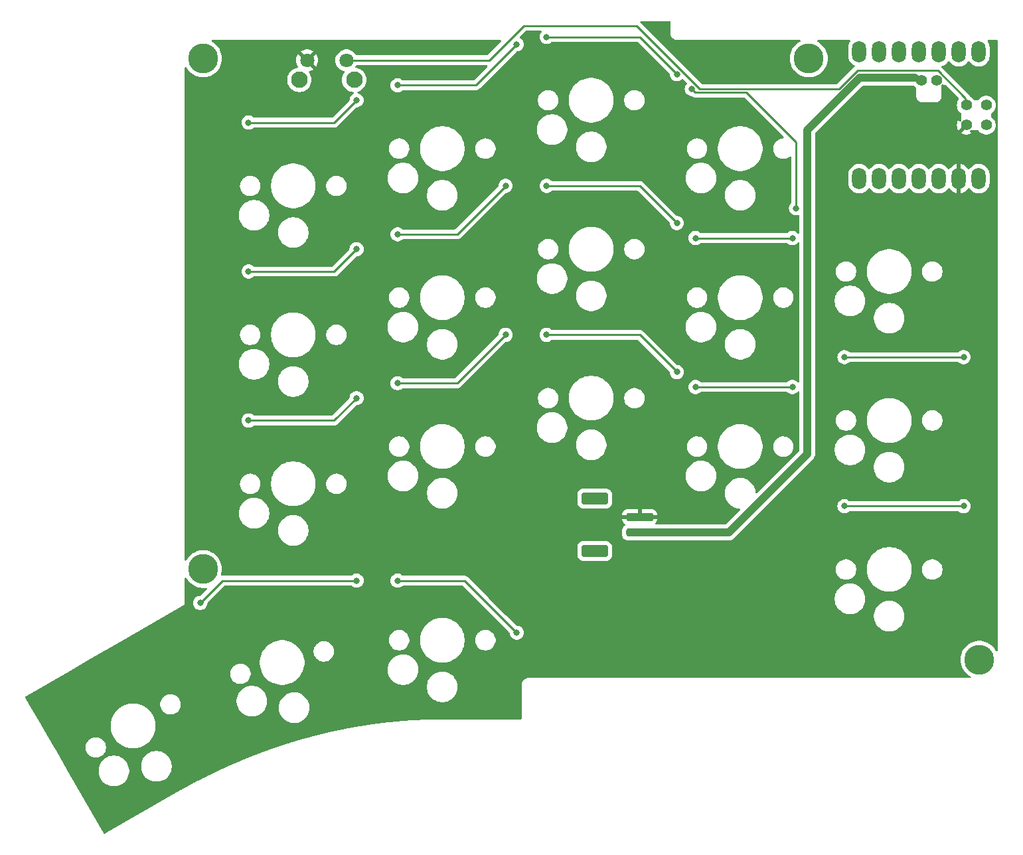
<source format=gbr>
%TF.GenerationSoftware,KiCad,Pcbnew,8.0.5*%
%TF.CreationDate,2024-12-10T18:52:19+08:00*%
%TF.ProjectId,pcb-right,7063622d-7269-4676-9874-2e6b69636164,0.32*%
%TF.SameCoordinates,Original*%
%TF.FileFunction,Copper,L1,Top*%
%TF.FilePolarity,Positive*%
%FSLAX46Y46*%
G04 Gerber Fmt 4.6, Leading zero omitted, Abs format (unit mm)*
G04 Created by KiCad (PCBNEW 8.0.5) date 2024-12-10 18:52:19*
%MOMM*%
%LPD*%
G01*
G04 APERTURE LIST*
G04 Aperture macros list*
%AMRoundRect*
0 Rectangle with rounded corners*
0 $1 Rounding radius*
0 $2 $3 $4 $5 $6 $7 $8 $9 X,Y pos of 4 corners*
0 Add a 4 corners polygon primitive as box body*
4,1,4,$2,$3,$4,$5,$6,$7,$8,$9,$2,$3,0*
0 Add four circle primitives for the rounded corners*
1,1,$1+$1,$2,$3*
1,1,$1+$1,$4,$5*
1,1,$1+$1,$6,$7*
1,1,$1+$1,$8,$9*
0 Add four rect primitives between the rounded corners*
20,1,$1+$1,$2,$3,$4,$5,0*
20,1,$1+$1,$4,$5,$6,$7,0*
20,1,$1+$1,$6,$7,$8,$9,0*
20,1,$1+$1,$8,$9,$2,$3,0*%
G04 Aperture macros list end*
%TA.AperFunction,ComponentPad*%
%ADD10C,3.800000*%
%TD*%
%TA.AperFunction,ComponentPad*%
%ADD11C,1.800000*%
%TD*%
%TA.AperFunction,ComponentPad*%
%ADD12C,2.100000*%
%TD*%
%TA.AperFunction,SMDPad,CuDef*%
%ADD13RoundRect,0.250000X-1.500000X0.250000X-1.500000X-0.250000X1.500000X-0.250000X1.500000X0.250000X0*%
%TD*%
%TA.AperFunction,SMDPad,CuDef*%
%ADD14RoundRect,0.250001X-1.449999X0.499999X-1.449999X-0.499999X1.449999X-0.499999X1.449999X0.499999X0*%
%TD*%
%TA.AperFunction,ComponentPad*%
%ADD15O,1.800000X2.750000*%
%TD*%
%TA.AperFunction,ComponentPad*%
%ADD16C,1.397000*%
%TD*%
%TA.AperFunction,ViaPad*%
%ADD17C,0.800000*%
%TD*%
%TA.AperFunction,Conductor*%
%ADD18C,0.250000*%
%TD*%
%TA.AperFunction,Conductor*%
%ADD19C,1.000000*%
%TD*%
G04 APERTURE END LIST*
D10*
%TO.P,REF\u002A\u002A,1*%
%TO.N,N/C*%
X59945625Y-101001000D03*
%TD*%
%TO.P,REF\u002A\u002A,1*%
%TO.N,N/C*%
X137195625Y-35865000D03*
%TD*%
D11*
%TO.P,RSW2,1,1*%
%TO.N,RESET_R*%
X78217625Y-36095250D03*
%TO.P,RSW2,2,2*%
%TO.N,GND_R*%
X73217625Y-36095250D03*
D12*
%TO.P,RSW2,MP*%
%TO.N,N/C*%
X72217625Y-38595250D03*
X79217625Y-38595250D03*
%TD*%
D13*
%TO.P,J2,1,Pin_1*%
%TO.N,GND_R*%
X115627625Y-94336000D03*
%TO.P,J2,2,Pin_2*%
%TO.N,VBAT_R*%
X115627625Y-96336000D03*
D14*
%TO.P,J2,MP*%
%TO.N,N/C*%
X109877625Y-91986000D03*
X109877625Y-98686000D03*
%TD*%
D10*
%TO.P,REF\u002A\u002A,1*%
%TO.N,N/C*%
X158945625Y-112540000D03*
%TD*%
D15*
%TO.P,U2,1,A2/0.02_H*%
%TO.N,unconnected-(U2-A2{slash}0.02_H-Pad1)*%
X158865625Y-34995000D03*
%TO.P,U2,2,A4/0.03_H*%
%TO.N,unconnected-(U2-A4{slash}0.03_H-Pad2)*%
X156325625Y-34995000D03*
%TO.P,U2,3,A10/0.28*%
%TO.N,COL0_R*%
X153785625Y-34995000D03*
%TO.P,U2,4,A11/0.29*%
%TO.N,COL1_R*%
X151245625Y-34995000D03*
%TO.P,U2,5,A8_SDA/0.04_H*%
%TO.N,COL2_R*%
X148705625Y-34995000D03*
%TO.P,U2,6,A9_SCL/0.05_H*%
%TO.N,COL3_R*%
X146165625Y-34995000D03*
%TO.P,U2,7,B8_TX/1.11*%
%TO.N,COL4_R*%
X143625625Y-34995000D03*
%TO.P,U2,8,B9_RX/1.12*%
%TO.N,ROW0_R*%
X143625625Y-51185000D03*
%TO.P,U2,9,A7_SCK/1.13*%
%TO.N,ROW1_R*%
X146165625Y-51185000D03*
%TO.P,U2,10,A5_MISO/1.14*%
%TO.N,ROW2_R*%
X148705625Y-51185000D03*
%TO.P,U2,11,A6_MOSI/1.15*%
%TO.N,ROW3_R*%
X151245625Y-51185000D03*
%TO.P,U2,12,3V3*%
%TO.N,unconnected-(U2-3V3-Pad12)*%
X153785625Y-51185000D03*
%TO.P,U2,13,GND*%
%TO.N,GND_R*%
X156325625Y-51185000D03*
%TO.P,U2,14,5V*%
%TO.N,unconnected-(U2-5V-Pad14)*%
X158865625Y-51185000D03*
D16*
%TO.P,U2,15,A31_SWDIO*%
%TO.N,unconnected-(U2-A31_SWDIO-Pad15)*%
X159817625Y-41820000D03*
%TO.P,U2,16,A30_SWCLK*%
%TO.N,unconnected-(U2-A30_SWCLK-Pad16)*%
X159817625Y-44360000D03*
%TO.P,U2,17,RESET*%
%TO.N,RESET_R*%
X157277625Y-41820000D03*
%TO.P,U2,18,GND*%
%TO.N,GND_R*%
X157277625Y-44360000D03*
%TO.P,U2,19,BAT*%
%TO.N,VBAT_R*%
X151562625Y-38645000D03*
%TO.P,U2,20,GND*%
%TO.N,GND_R*%
X153467625Y-38645000D03*
%TD*%
D10*
%TO.P,REF\u002A\u002A,1*%
%TO.N,N/C*%
X59945625Y-35865000D03*
%TD*%
D17*
%TO.N,ROW0_R*%
X135570625Y-54965000D03*
X99945625Y-34065000D03*
X120370625Y-37865000D03*
X65745625Y-44040000D03*
X84745625Y-39290000D03*
X79520625Y-41190000D03*
X103745625Y-33115000D03*
X122270625Y-39765000D03*
%TO.N,ROW1_R*%
X141745625Y-73965000D03*
X122745625Y-58765000D03*
X65745625Y-63040000D03*
X103745625Y-52115000D03*
X156945625Y-73965000D03*
X135095625Y-58765000D03*
X120370625Y-56865000D03*
X98520625Y-52115000D03*
X79520625Y-60190000D03*
X84745625Y-58290000D03*
%TO.N,ROW2_R*%
X120370625Y-75865000D03*
X84745625Y-77290000D03*
X156945625Y-92965000D03*
X98520625Y-71115000D03*
X135095625Y-77765000D03*
X79520625Y-79190000D03*
X65745625Y-82040000D03*
X141745625Y-92965000D03*
X122745625Y-77765000D03*
X103745625Y-71115000D03*
%TO.N,ROW3_R*%
X99945625Y-109115000D03*
X59570625Y-105315000D03*
X79520625Y-102465000D03*
X84745625Y-102465000D03*
%TO.N,GND_R*%
X154570625Y-59715000D03*
X156945625Y-59715000D03*
X152195625Y-59715000D03*
X130345625Y-36440000D03*
X156945625Y-97715000D03*
X152195625Y-95815000D03*
X156945625Y-95815000D03*
X123220625Y-36440000D03*
X132720625Y-36440000D03*
X152195625Y-97715000D03*
X127970625Y-36440000D03*
X156945625Y-78715000D03*
X156945625Y-57815000D03*
X125595625Y-34540000D03*
X152195625Y-78715000D03*
X152195625Y-76815000D03*
X127970625Y-34540000D03*
X154570625Y-95815000D03*
X156945625Y-76815000D03*
X123220625Y-34540000D03*
X132720625Y-34540000D03*
X154570625Y-57815000D03*
X120845625Y-34540000D03*
X154570625Y-78715000D03*
X154570625Y-97715000D03*
X125595625Y-36440000D03*
X130345625Y-34540000D03*
X152195625Y-57815000D03*
X154570625Y-76815000D03*
%TD*%
D18*
%TO.N,ROW0_R*%
X65745625Y-44040000D02*
X76670625Y-44040000D01*
X99945625Y-34065000D02*
X94720625Y-39290000D01*
X129221125Y-40215000D02*
X135570625Y-46564500D01*
X115620625Y-33115000D02*
X120370625Y-37865000D01*
X122720625Y-40215000D02*
X129221125Y-40215000D01*
X76670625Y-44040000D02*
X79520625Y-41190000D01*
X122270625Y-39765000D02*
X122720625Y-40215000D01*
X94720625Y-39290000D02*
X84745625Y-39290000D01*
X135570625Y-46564500D02*
X135570625Y-54965000D01*
X103745625Y-33115000D02*
X115620625Y-33115000D01*
%TO.N,ROW1_R*%
X76670625Y-63040000D02*
X79520625Y-60190000D01*
X122745625Y-58765000D02*
X135095625Y-58765000D01*
X141745625Y-73965000D02*
X156945625Y-73965000D01*
X115620625Y-52115000D02*
X120370625Y-56865000D01*
X84745625Y-58290000D02*
X92345625Y-58290000D01*
X65745625Y-63040000D02*
X76670625Y-63040000D01*
X103745625Y-52115000D02*
X115620625Y-52115000D01*
X92345625Y-58290000D02*
X98520625Y-52115000D01*
%TO.N,ROW2_R*%
X103745625Y-71115000D02*
X115620625Y-71115000D01*
X122745625Y-77765000D02*
X135095625Y-77765000D01*
X65745625Y-82040000D02*
X76670625Y-82040000D01*
X84745625Y-77290000D02*
X92345625Y-77290000D01*
X76670625Y-82040000D02*
X79520625Y-79190000D01*
X92345625Y-77290000D02*
X98520625Y-71115000D01*
X115620625Y-71115000D02*
X120370625Y-75865000D01*
X141745625Y-92965000D02*
X156945625Y-92965000D01*
%TO.N,ROW3_R*%
X62420625Y-102465000D02*
X59570625Y-105315000D01*
X84745625Y-102465000D02*
X93295625Y-102465000D01*
X79520625Y-102465000D02*
X62420625Y-102465000D01*
X93295625Y-102465000D02*
X99945625Y-109115000D01*
D19*
%TO.N,VBAT_R*%
X136995625Y-44990000D02*
X143645625Y-38340000D01*
X150672698Y-38340000D02*
X150680457Y-38325167D01*
X126974625Y-96336000D02*
X115627625Y-96336000D01*
X136995625Y-86315000D02*
X126974625Y-96336000D01*
X143645625Y-38340000D02*
X150672698Y-38340000D01*
X136995625Y-86315000D02*
X136995625Y-44990000D01*
D18*
%TO.N,RESET_R*%
X157184425Y-40914352D02*
X153660073Y-37390000D01*
X153660073Y-37390000D02*
X143428899Y-37390000D01*
X143428899Y-37390000D02*
X141053899Y-39765000D01*
X115220930Y-31690000D02*
X100826116Y-31690000D01*
X96420866Y-36095250D02*
X78217625Y-36095250D01*
X123295930Y-39765000D02*
X115220930Y-31690000D01*
X100826116Y-31690000D02*
X96420866Y-36095250D01*
X157184425Y-41348538D02*
X157184425Y-40914352D01*
X141053899Y-39765000D02*
X123295930Y-39765000D01*
%TD*%
%TA.AperFunction,Conductor*%
%TO.N,GND_R*%
G36*
X103042286Y-32335185D02*
G01*
X103088041Y-32387989D01*
X103097985Y-32457147D01*
X103068960Y-32520703D01*
X103067397Y-32522472D01*
X103013091Y-32582785D01*
X102918446Y-32746715D01*
X102918443Y-32746722D01*
X102876709Y-32875167D01*
X102859951Y-32926744D01*
X102840165Y-33115000D01*
X102859951Y-33303256D01*
X102859952Y-33303259D01*
X102918443Y-33483277D01*
X102918446Y-33483284D01*
X103013092Y-33647216D01*
X103114810Y-33760185D01*
X103139754Y-33787888D01*
X103292890Y-33899148D01*
X103292895Y-33899151D01*
X103465817Y-33976142D01*
X103465822Y-33976144D01*
X103650979Y-34015500D01*
X103650980Y-34015500D01*
X103840269Y-34015500D01*
X103840271Y-34015500D01*
X104025428Y-33976144D01*
X104198355Y-33899151D01*
X104351496Y-33787888D01*
X104354413Y-33784647D01*
X104357225Y-33781526D01*
X104416712Y-33744879D01*
X104449373Y-33740500D01*
X115310173Y-33740500D01*
X115377212Y-33760185D01*
X115397854Y-33776819D01*
X119431663Y-37810629D01*
X119465148Y-37871952D01*
X119467303Y-37885348D01*
X119475593Y-37964227D01*
X119484951Y-38053256D01*
X119484952Y-38053259D01*
X119543443Y-38233277D01*
X119543446Y-38233284D01*
X119638092Y-38397216D01*
X119721965Y-38490366D01*
X119764754Y-38537888D01*
X119917890Y-38649148D01*
X119917895Y-38649151D01*
X120090817Y-38726142D01*
X120090822Y-38726144D01*
X120275979Y-38765500D01*
X120275980Y-38765500D01*
X120465269Y-38765500D01*
X120465271Y-38765500D01*
X120650428Y-38726144D01*
X120823355Y-38649151D01*
X120976496Y-38537888D01*
X120987482Y-38525687D01*
X121046968Y-38489037D01*
X121116825Y-38490366D01*
X121167315Y-38520976D01*
X121616464Y-38970125D01*
X121649949Y-39031448D01*
X121644965Y-39101140D01*
X121620934Y-39140777D01*
X121538091Y-39232785D01*
X121443446Y-39396715D01*
X121443443Y-39396722D01*
X121397572Y-39537900D01*
X121384951Y-39576744D01*
X121365165Y-39765000D01*
X121384951Y-39953256D01*
X121386917Y-39959309D01*
X121443443Y-40133277D01*
X121443446Y-40133284D01*
X121538092Y-40297216D01*
X121664754Y-40437888D01*
X121817890Y-40549148D01*
X121817895Y-40549151D01*
X121990817Y-40626142D01*
X121990822Y-40626144D01*
X122175979Y-40665500D01*
X122235171Y-40665500D01*
X122302210Y-40685185D01*
X122317055Y-40697147D01*
X122317182Y-40696993D01*
X122321890Y-40700857D01*
X122331282Y-40707132D01*
X122368348Y-40731898D01*
X122368350Y-40731901D01*
X122368350Y-40731900D01*
X122424339Y-40769312D01*
X122504832Y-40802652D01*
X122538173Y-40816463D01*
X122598596Y-40828481D01*
X122659018Y-40840500D01*
X122659019Y-40840500D01*
X128910673Y-40840500D01*
X128977712Y-40860185D01*
X128998354Y-40876819D01*
X133973454Y-45851919D01*
X134006939Y-45913242D01*
X134001955Y-45982934D01*
X133960083Y-46038867D01*
X133894619Y-46063284D01*
X133885773Y-46063600D01*
X133843203Y-46063600D01*
X133775762Y-46074281D01*
X133640878Y-46095645D01*
X133446063Y-46158943D01*
X133446060Y-46158944D01*
X133263542Y-46251943D01*
X133168991Y-46320638D01*
X133097820Y-46372348D01*
X133097818Y-46372350D01*
X133097817Y-46372350D01*
X132952975Y-46517192D01*
X132952975Y-46517193D01*
X132952973Y-46517195D01*
X132918056Y-46565254D01*
X132832568Y-46682917D01*
X132739569Y-46865435D01*
X132739568Y-46865438D01*
X132676270Y-47060253D01*
X132644225Y-47262578D01*
X132644225Y-47467421D01*
X132676270Y-47669746D01*
X132739568Y-47864561D01*
X132739569Y-47864564D01*
X132832568Y-48047082D01*
X132952973Y-48212805D01*
X133097820Y-48357652D01*
X133263543Y-48478057D01*
X133353062Y-48523669D01*
X133446060Y-48571055D01*
X133446063Y-48571056D01*
X133543470Y-48602705D01*
X133640880Y-48634355D01*
X133843203Y-48666400D01*
X133843204Y-48666400D01*
X134048046Y-48666400D01*
X134048047Y-48666400D01*
X134250370Y-48634355D01*
X134445189Y-48571055D01*
X134627707Y-48478057D01*
X134748242Y-48390482D01*
X134814045Y-48367004D01*
X134882099Y-48382829D01*
X134930794Y-48432934D01*
X134945125Y-48490802D01*
X134945125Y-54266312D01*
X134925440Y-54333351D01*
X134913275Y-54349284D01*
X134838091Y-54432784D01*
X134743446Y-54596715D01*
X134743443Y-54596722D01*
X134684952Y-54776740D01*
X134684951Y-54776744D01*
X134665165Y-54965000D01*
X134684951Y-55153256D01*
X134684952Y-55153259D01*
X134743443Y-55333277D01*
X134743446Y-55333284D01*
X134838092Y-55497216D01*
X134964754Y-55637888D01*
X135117890Y-55749148D01*
X135117895Y-55749151D01*
X135290817Y-55826142D01*
X135290822Y-55826144D01*
X135475979Y-55865500D01*
X135475980Y-55865500D01*
X135665269Y-55865500D01*
X135665271Y-55865500D01*
X135845346Y-55827224D01*
X135915011Y-55832540D01*
X135970745Y-55874677D01*
X135994850Y-55940257D01*
X135995125Y-55948514D01*
X135995125Y-58095188D01*
X135975440Y-58162227D01*
X135922636Y-58207982D01*
X135853478Y-58217926D01*
X135789922Y-58188901D01*
X135778976Y-58178161D01*
X135701496Y-58092112D01*
X135701495Y-58092111D01*
X135548359Y-57980851D01*
X135548354Y-57980848D01*
X135375432Y-57903857D01*
X135375427Y-57903855D01*
X135229626Y-57872865D01*
X135190271Y-57864500D01*
X135000979Y-57864500D01*
X134968522Y-57871398D01*
X134815822Y-57903855D01*
X134815817Y-57903857D01*
X134642895Y-57980848D01*
X134642890Y-57980851D01*
X134489755Y-58092110D01*
X134489751Y-58092114D01*
X134484025Y-58098474D01*
X134424538Y-58135121D01*
X134391877Y-58139500D01*
X123449373Y-58139500D01*
X123382334Y-58119815D01*
X123357225Y-58098474D01*
X123351498Y-58092114D01*
X123351494Y-58092110D01*
X123198359Y-57980851D01*
X123198354Y-57980848D01*
X123025432Y-57903857D01*
X123025427Y-57903855D01*
X122879626Y-57872865D01*
X122840271Y-57864500D01*
X122650979Y-57864500D01*
X122618522Y-57871398D01*
X122465822Y-57903855D01*
X122465817Y-57903857D01*
X122292895Y-57980848D01*
X122292890Y-57980851D01*
X122139754Y-58092111D01*
X122013091Y-58232785D01*
X121918446Y-58396715D01*
X121918443Y-58396722D01*
X121872572Y-58537900D01*
X121859951Y-58576744D01*
X121840165Y-58765000D01*
X121859951Y-58953256D01*
X121861917Y-58959309D01*
X121918443Y-59133277D01*
X121918446Y-59133284D01*
X122013092Y-59297216D01*
X122105311Y-59399635D01*
X122139754Y-59437888D01*
X122292890Y-59549148D01*
X122292895Y-59549151D01*
X122465817Y-59626142D01*
X122465822Y-59626144D01*
X122650979Y-59665500D01*
X122650980Y-59665500D01*
X122840269Y-59665500D01*
X122840271Y-59665500D01*
X123025428Y-59626144D01*
X123198355Y-59549151D01*
X123351496Y-59437888D01*
X123354413Y-59434647D01*
X123357225Y-59431526D01*
X123416712Y-59394879D01*
X123449373Y-59390500D01*
X134391877Y-59390500D01*
X134458916Y-59410185D01*
X134484025Y-59431526D01*
X134489751Y-59437885D01*
X134489755Y-59437889D01*
X134642890Y-59549148D01*
X134642895Y-59549151D01*
X134815817Y-59626142D01*
X134815822Y-59626144D01*
X135000979Y-59665500D01*
X135000980Y-59665500D01*
X135190269Y-59665500D01*
X135190271Y-59665500D01*
X135375428Y-59626144D01*
X135548355Y-59549151D01*
X135701496Y-59437888D01*
X135778975Y-59351838D01*
X135838462Y-59315190D01*
X135908319Y-59316521D01*
X135966367Y-59355407D01*
X135994177Y-59419504D01*
X135995125Y-59434811D01*
X135995125Y-77095188D01*
X135975440Y-77162227D01*
X135922636Y-77207982D01*
X135853478Y-77217926D01*
X135789922Y-77188901D01*
X135778976Y-77178161D01*
X135701496Y-77092112D01*
X135701495Y-77092111D01*
X135548359Y-76980851D01*
X135548354Y-76980848D01*
X135375432Y-76903857D01*
X135375427Y-76903855D01*
X135229626Y-76872865D01*
X135190271Y-76864500D01*
X135000979Y-76864500D01*
X134968522Y-76871398D01*
X134815822Y-76903855D01*
X134815817Y-76903857D01*
X134642895Y-76980848D01*
X134642890Y-76980851D01*
X134489755Y-77092110D01*
X134489751Y-77092114D01*
X134484025Y-77098474D01*
X134424538Y-77135121D01*
X134391877Y-77139500D01*
X123449373Y-77139500D01*
X123382334Y-77119815D01*
X123357225Y-77098474D01*
X123351498Y-77092114D01*
X123351494Y-77092110D01*
X123198359Y-76980851D01*
X123198354Y-76980848D01*
X123025432Y-76903857D01*
X123025427Y-76903855D01*
X122879626Y-76872865D01*
X122840271Y-76864500D01*
X122650979Y-76864500D01*
X122618522Y-76871398D01*
X122465822Y-76903855D01*
X122465817Y-76903857D01*
X122292895Y-76980848D01*
X122292890Y-76980851D01*
X122139754Y-77092111D01*
X122013091Y-77232785D01*
X121918446Y-77396715D01*
X121918443Y-77396722D01*
X121872572Y-77537900D01*
X121859951Y-77576744D01*
X121840165Y-77765000D01*
X121859951Y-77953256D01*
X121861917Y-77959309D01*
X121918443Y-78133277D01*
X121918446Y-78133284D01*
X122013092Y-78297216D01*
X122105311Y-78399635D01*
X122139754Y-78437888D01*
X122292890Y-78549148D01*
X122292895Y-78549151D01*
X122465817Y-78626142D01*
X122465822Y-78626144D01*
X122650979Y-78665500D01*
X122650980Y-78665500D01*
X122840269Y-78665500D01*
X122840271Y-78665500D01*
X123025428Y-78626144D01*
X123198355Y-78549151D01*
X123351496Y-78437888D01*
X123354413Y-78434647D01*
X123357225Y-78431526D01*
X123416712Y-78394879D01*
X123449373Y-78390500D01*
X134391877Y-78390500D01*
X134458916Y-78410185D01*
X134484025Y-78431526D01*
X134489751Y-78437885D01*
X134489755Y-78437889D01*
X134642890Y-78549148D01*
X134642895Y-78549151D01*
X134815817Y-78626142D01*
X134815822Y-78626144D01*
X135000979Y-78665500D01*
X135000980Y-78665500D01*
X135190269Y-78665500D01*
X135190271Y-78665500D01*
X135375428Y-78626144D01*
X135548355Y-78549151D01*
X135701496Y-78437888D01*
X135778975Y-78351838D01*
X135838462Y-78315190D01*
X135908319Y-78316521D01*
X135966367Y-78355407D01*
X135994177Y-78419504D01*
X135995125Y-78434811D01*
X135995125Y-85849217D01*
X135975440Y-85916256D01*
X135958806Y-85936898D01*
X130607806Y-91287898D01*
X130546483Y-91321383D01*
X130476791Y-91316399D01*
X130420858Y-91274527D01*
X130396441Y-91209063D01*
X130396125Y-91200217D01*
X130396125Y-91187163D01*
X130396124Y-91187149D01*
X130393427Y-91166662D01*
X130362751Y-90933660D01*
X130296575Y-90686687D01*
X130198729Y-90450465D01*
X130198727Y-90450462D01*
X130198725Y-90450457D01*
X130070890Y-90229042D01*
X130070886Y-90229035D01*
X129915235Y-90026187D01*
X129915230Y-90026181D01*
X129734443Y-89845394D01*
X129734436Y-89845388D01*
X129531598Y-89689745D01*
X129531596Y-89689743D01*
X129531590Y-89689739D01*
X129531585Y-89689736D01*
X129531582Y-89689734D01*
X129310167Y-89561899D01*
X129310156Y-89561894D01*
X129073947Y-89464053D01*
X129073940Y-89464051D01*
X129073938Y-89464050D01*
X128826965Y-89397874D01*
X128770632Y-89390457D01*
X128573475Y-89364500D01*
X128573468Y-89364500D01*
X128317782Y-89364500D01*
X128317774Y-89364500D01*
X128092451Y-89394165D01*
X128064285Y-89397874D01*
X127933499Y-89432918D01*
X127817312Y-89464050D01*
X127817302Y-89464053D01*
X127581093Y-89561894D01*
X127581082Y-89561899D01*
X127359667Y-89689734D01*
X127359651Y-89689745D01*
X127156813Y-89845388D01*
X127156806Y-89845394D01*
X126976019Y-90026181D01*
X126976013Y-90026188D01*
X126820370Y-90229026D01*
X126820359Y-90229042D01*
X126692524Y-90450457D01*
X126692519Y-90450468D01*
X126594678Y-90686677D01*
X126594675Y-90686687D01*
X126536082Y-90905362D01*
X126528499Y-90933661D01*
X126495125Y-91187149D01*
X126495125Y-91442850D01*
X126503727Y-91508182D01*
X126528499Y-91696340D01*
X126586955Y-91914500D01*
X126594675Y-91943312D01*
X126594678Y-91943322D01*
X126692519Y-92179531D01*
X126692524Y-92179542D01*
X126820359Y-92400957D01*
X126820370Y-92400973D01*
X126976013Y-92603811D01*
X126976019Y-92603818D01*
X127156806Y-92784605D01*
X127156813Y-92784611D01*
X127252990Y-92858410D01*
X127359660Y-92940261D01*
X127359667Y-92940265D01*
X127581082Y-93068100D01*
X127581087Y-93068102D01*
X127581090Y-93068104D01*
X127817312Y-93165950D01*
X128064285Y-93232126D01*
X128317782Y-93265500D01*
X128317789Y-93265500D01*
X128330842Y-93265500D01*
X128397881Y-93285185D01*
X128443636Y-93337989D01*
X128453580Y-93407147D01*
X128424555Y-93470703D01*
X128418523Y-93477181D01*
X126596524Y-95299181D01*
X126535201Y-95332666D01*
X126508843Y-95335500D01*
X117738148Y-95335500D01*
X117671109Y-95315815D01*
X117625354Y-95263011D01*
X117615410Y-95193853D01*
X117644435Y-95130297D01*
X117650467Y-95123819D01*
X117719940Y-95054345D01*
X117811981Y-94905124D01*
X117811983Y-94905119D01*
X117867130Y-94738697D01*
X117867131Y-94738690D01*
X117877624Y-94635986D01*
X117877625Y-94635973D01*
X117877625Y-94586000D01*
X113377626Y-94586000D01*
X113377626Y-94635986D01*
X113388119Y-94738697D01*
X113443266Y-94905119D01*
X113443268Y-94905124D01*
X113535309Y-95054345D01*
X113659279Y-95178315D01*
X113743344Y-95230167D01*
X113790068Y-95282115D01*
X113801291Y-95351078D01*
X113773447Y-95415160D01*
X113743344Y-95441244D01*
X113658972Y-95493285D01*
X113658968Y-95493288D01*
X113534914Y-95617342D01*
X113442812Y-95766663D01*
X113442811Y-95766666D01*
X113387626Y-95933203D01*
X113387626Y-95933204D01*
X113387625Y-95933204D01*
X113377125Y-96035983D01*
X113377125Y-96636001D01*
X113377126Y-96636019D01*
X113387625Y-96738796D01*
X113387626Y-96738799D01*
X113442810Y-96905331D01*
X113442812Y-96905336D01*
X113477694Y-96961888D01*
X113534913Y-97054656D01*
X113658969Y-97178712D01*
X113808291Y-97270814D01*
X113974828Y-97325999D01*
X114077616Y-97336500D01*
X115519081Y-97336499D01*
X115519095Y-97336500D01*
X115529084Y-97336500D01*
X127073167Y-97336500D01*
X127092495Y-97332655D01*
X127169813Y-97317275D01*
X127266461Y-97298051D01*
X127332216Y-97270814D01*
X127448539Y-97222632D01*
X127612407Y-97113139D01*
X127751764Y-96973782D01*
X127751765Y-96973779D01*
X127758831Y-96966714D01*
X127758834Y-96966710D01*
X131760544Y-92965000D01*
X140840165Y-92965000D01*
X140859951Y-93153256D01*
X140859952Y-93153259D01*
X140918443Y-93333277D01*
X140918446Y-93333284D01*
X141013092Y-93497216D01*
X141114810Y-93610185D01*
X141139754Y-93637888D01*
X141292890Y-93749148D01*
X141292895Y-93749151D01*
X141465817Y-93826142D01*
X141465822Y-93826144D01*
X141650979Y-93865500D01*
X141650980Y-93865500D01*
X141840269Y-93865500D01*
X141840271Y-93865500D01*
X142025428Y-93826144D01*
X142198355Y-93749151D01*
X142351496Y-93637888D01*
X142354413Y-93634647D01*
X142357225Y-93631526D01*
X142416712Y-93594879D01*
X142449373Y-93590500D01*
X156241877Y-93590500D01*
X156308916Y-93610185D01*
X156334025Y-93631526D01*
X156339751Y-93637885D01*
X156339755Y-93637889D01*
X156492890Y-93749148D01*
X156492895Y-93749151D01*
X156665817Y-93826142D01*
X156665822Y-93826144D01*
X156850979Y-93865500D01*
X156850980Y-93865500D01*
X157040269Y-93865500D01*
X157040271Y-93865500D01*
X157225428Y-93826144D01*
X157398355Y-93749151D01*
X157551496Y-93637888D01*
X157678158Y-93497216D01*
X157772804Y-93333284D01*
X157831299Y-93153256D01*
X157851085Y-92965000D01*
X157831299Y-92776744D01*
X157772804Y-92596716D01*
X157678158Y-92432784D01*
X157551496Y-92292112D01*
X157551495Y-92292111D01*
X157398359Y-92180851D01*
X157398354Y-92180848D01*
X157225432Y-92103857D01*
X157225427Y-92103855D01*
X157079626Y-92072865D01*
X157040271Y-92064500D01*
X156850979Y-92064500D01*
X156818522Y-92071398D01*
X156665822Y-92103855D01*
X156665817Y-92103857D01*
X156492895Y-92180848D01*
X156492890Y-92180851D01*
X156339755Y-92292110D01*
X156339751Y-92292114D01*
X156334025Y-92298474D01*
X156274538Y-92335121D01*
X156241877Y-92339500D01*
X142449373Y-92339500D01*
X142382334Y-92319815D01*
X142357225Y-92298474D01*
X142351498Y-92292114D01*
X142351494Y-92292110D01*
X142198359Y-92180851D01*
X142198354Y-92180848D01*
X142025432Y-92103857D01*
X142025427Y-92103855D01*
X141879626Y-92072865D01*
X141840271Y-92064500D01*
X141650979Y-92064500D01*
X141618522Y-92071398D01*
X141465822Y-92103855D01*
X141465817Y-92103857D01*
X141292895Y-92180848D01*
X141292890Y-92180851D01*
X141139754Y-92292111D01*
X141013091Y-92432785D01*
X140918446Y-92596715D01*
X140918443Y-92596722D01*
X140859952Y-92776740D01*
X140859951Y-92776744D01*
X140840165Y-92965000D01*
X131760544Y-92965000D01*
X136863395Y-87862149D01*
X145495125Y-87862149D01*
X145495125Y-88117850D01*
X145521082Y-88315007D01*
X145528499Y-88371340D01*
X145559406Y-88486687D01*
X145594675Y-88618312D01*
X145594678Y-88618322D01*
X145692519Y-88854531D01*
X145692524Y-88854542D01*
X145820359Y-89075957D01*
X145820370Y-89075973D01*
X145976013Y-89278811D01*
X145976019Y-89278818D01*
X146156806Y-89459605D01*
X146156812Y-89459610D01*
X146359660Y-89615261D01*
X146359667Y-89615265D01*
X146581082Y-89743100D01*
X146581087Y-89743102D01*
X146581090Y-89743104D01*
X146817312Y-89840950D01*
X147064285Y-89907126D01*
X147317782Y-89940500D01*
X147317789Y-89940500D01*
X147573461Y-89940500D01*
X147573468Y-89940500D01*
X147826965Y-89907126D01*
X148073938Y-89840950D01*
X148310160Y-89743104D01*
X148531590Y-89615261D01*
X148734438Y-89459610D01*
X148915235Y-89278813D01*
X149070886Y-89075965D01*
X149198729Y-88854535D01*
X149296575Y-88618313D01*
X149362751Y-88371340D01*
X149396125Y-88117843D01*
X149396125Y-87862157D01*
X149362751Y-87608660D01*
X149296575Y-87361687D01*
X149198729Y-87125465D01*
X149198727Y-87125462D01*
X149198725Y-87125457D01*
X149070890Y-86904042D01*
X149070886Y-86904035D01*
X148964401Y-86765261D01*
X148915236Y-86701188D01*
X148915230Y-86701181D01*
X148734443Y-86520394D01*
X148734436Y-86520388D01*
X148531598Y-86364745D01*
X148531596Y-86364743D01*
X148531590Y-86364739D01*
X148531585Y-86364736D01*
X148531582Y-86364734D01*
X148310167Y-86236899D01*
X148310156Y-86236894D01*
X148073947Y-86139053D01*
X148073940Y-86139051D01*
X148073938Y-86139050D01*
X147826965Y-86072874D01*
X147770632Y-86065457D01*
X147573475Y-86039500D01*
X147573468Y-86039500D01*
X147317782Y-86039500D01*
X147317774Y-86039500D01*
X147092451Y-86069165D01*
X147064285Y-86072874D01*
X146817312Y-86139050D01*
X146817302Y-86139053D01*
X146581093Y-86236894D01*
X146581082Y-86236899D01*
X146359667Y-86364734D01*
X146359651Y-86364745D01*
X146156813Y-86520388D01*
X146156806Y-86520394D01*
X145976019Y-86701181D01*
X145976013Y-86701188D01*
X145820370Y-86904026D01*
X145820359Y-86904042D01*
X145692524Y-87125457D01*
X145692519Y-87125468D01*
X145594678Y-87361677D01*
X145594675Y-87361687D01*
X145546065Y-87543105D01*
X145528499Y-87608661D01*
X145495125Y-87862149D01*
X136863395Y-87862149D01*
X137633403Y-87092141D01*
X137633407Y-87092139D01*
X137772764Y-86952782D01*
X137882257Y-86788914D01*
X137957676Y-86606835D01*
X137987369Y-86457559D01*
X137996125Y-86413543D01*
X137996125Y-85662149D01*
X140495125Y-85662149D01*
X140495125Y-85917850D01*
X140521082Y-86115007D01*
X140528499Y-86171340D01*
X140593397Y-86413543D01*
X140594675Y-86418312D01*
X140594678Y-86418322D01*
X140692519Y-86654531D01*
X140692524Y-86654542D01*
X140820359Y-86875957D01*
X140820370Y-86875973D01*
X140976013Y-87078811D01*
X140976019Y-87078818D01*
X141156806Y-87259605D01*
X141156813Y-87259611D01*
X141166981Y-87267413D01*
X141359660Y-87415261D01*
X141359667Y-87415265D01*
X141581082Y-87543100D01*
X141581087Y-87543102D01*
X141581090Y-87543104D01*
X141817312Y-87640950D01*
X142064285Y-87707126D01*
X142317782Y-87740500D01*
X142317789Y-87740500D01*
X142573461Y-87740500D01*
X142573468Y-87740500D01*
X142826965Y-87707126D01*
X143073938Y-87640950D01*
X143310160Y-87543104D01*
X143531590Y-87415261D01*
X143734438Y-87259610D01*
X143915235Y-87078813D01*
X144070886Y-86875965D01*
X144198729Y-86654535D01*
X144296575Y-86418313D01*
X144362751Y-86171340D01*
X144396125Y-85917843D01*
X144396125Y-85662157D01*
X144362751Y-85408660D01*
X144296575Y-85161687D01*
X144198729Y-84925465D01*
X144198727Y-84925462D01*
X144198725Y-84925457D01*
X144070890Y-84704042D01*
X144070886Y-84704035D01*
X143964401Y-84565261D01*
X143915236Y-84501188D01*
X143915230Y-84501181D01*
X143734443Y-84320394D01*
X143734436Y-84320388D01*
X143531598Y-84164745D01*
X143531596Y-84164743D01*
X143531590Y-84164739D01*
X143531585Y-84164736D01*
X143531582Y-84164734D01*
X143310167Y-84036899D01*
X143310156Y-84036894D01*
X143073947Y-83939053D01*
X143073940Y-83939051D01*
X143073938Y-83939050D01*
X142826965Y-83872874D01*
X142770632Y-83865457D01*
X142573475Y-83839500D01*
X142573468Y-83839500D01*
X142317782Y-83839500D01*
X142317774Y-83839500D01*
X142092451Y-83869165D01*
X142064285Y-83872874D01*
X141817312Y-83939050D01*
X141817302Y-83939053D01*
X141581093Y-84036894D01*
X141581082Y-84036899D01*
X141359667Y-84164734D01*
X141359651Y-84164745D01*
X141156813Y-84320388D01*
X141156806Y-84320394D01*
X140976019Y-84501181D01*
X140976013Y-84501188D01*
X140820370Y-84704026D01*
X140820359Y-84704042D01*
X140692524Y-84925457D01*
X140692519Y-84925468D01*
X140594678Y-85161677D01*
X140594675Y-85161687D01*
X140567642Y-85262578D01*
X140528499Y-85408661D01*
X140495125Y-85662149D01*
X137996125Y-85662149D01*
X137996125Y-81937578D01*
X140644225Y-81937578D01*
X140644225Y-82142421D01*
X140676270Y-82344746D01*
X140739568Y-82539561D01*
X140739569Y-82539564D01*
X140784453Y-82627652D01*
X140832568Y-82722082D01*
X140952973Y-82887805D01*
X141097820Y-83032652D01*
X141263543Y-83153057D01*
X141335066Y-83189500D01*
X141446060Y-83246055D01*
X141446063Y-83246056D01*
X141543470Y-83277705D01*
X141640880Y-83309355D01*
X141843203Y-83341400D01*
X141843204Y-83341400D01*
X142048046Y-83341400D01*
X142048047Y-83341400D01*
X142250370Y-83309355D01*
X142445189Y-83246055D01*
X142627707Y-83153057D01*
X142793430Y-83032652D01*
X142938277Y-82887805D01*
X143058682Y-82722082D01*
X143151680Y-82539564D01*
X143214980Y-82344745D01*
X143247025Y-82142422D01*
X143247025Y-81937578D01*
X143237892Y-81879914D01*
X144595125Y-81879914D01*
X144595125Y-82200085D01*
X144630970Y-82518216D01*
X144630972Y-82518228D01*
X144702214Y-82830362D01*
X144702215Y-82830364D01*
X144807957Y-83132559D01*
X144946868Y-83421010D01*
X144946870Y-83421013D01*
X145117206Y-83692101D01*
X145316823Y-83942413D01*
X145543212Y-84168802D01*
X145793524Y-84368419D01*
X146064612Y-84538755D01*
X146064614Y-84538756D01*
X146208839Y-84608211D01*
X146353067Y-84677668D01*
X146655262Y-84783410D01*
X146967396Y-84854653D01*
X147285540Y-84890499D01*
X147285541Y-84890500D01*
X147285544Y-84890500D01*
X147605709Y-84890500D01*
X147605709Y-84890499D01*
X147923854Y-84854653D01*
X148235988Y-84783410D01*
X148538183Y-84677668D01*
X148826638Y-84538755D01*
X149097726Y-84368419D01*
X149348038Y-84168802D01*
X149574427Y-83942413D01*
X149774044Y-83692101D01*
X149944380Y-83421013D01*
X150083293Y-83132558D01*
X150189035Y-82830363D01*
X150260278Y-82518229D01*
X150296125Y-82200081D01*
X150296125Y-81937578D01*
X151644225Y-81937578D01*
X151644225Y-82142421D01*
X151676270Y-82344746D01*
X151739568Y-82539561D01*
X151739569Y-82539564D01*
X151784453Y-82627652D01*
X151832568Y-82722082D01*
X151952973Y-82887805D01*
X152097820Y-83032652D01*
X152263543Y-83153057D01*
X152335066Y-83189500D01*
X152446060Y-83246055D01*
X152446063Y-83246056D01*
X152543470Y-83277705D01*
X152640880Y-83309355D01*
X152843203Y-83341400D01*
X152843204Y-83341400D01*
X153048046Y-83341400D01*
X153048047Y-83341400D01*
X153250370Y-83309355D01*
X153445189Y-83246055D01*
X153627707Y-83153057D01*
X153793430Y-83032652D01*
X153938277Y-82887805D01*
X154058682Y-82722082D01*
X154151680Y-82539564D01*
X154214980Y-82344745D01*
X154247025Y-82142422D01*
X154247025Y-81937578D01*
X154214980Y-81735255D01*
X154151680Y-81540436D01*
X154151680Y-81540435D01*
X154077482Y-81394815D01*
X154058682Y-81357918D01*
X153938277Y-81192195D01*
X153793430Y-81047348D01*
X153627707Y-80926943D01*
X153445189Y-80833944D01*
X153445186Y-80833943D01*
X153250371Y-80770645D01*
X153149208Y-80754622D01*
X153048047Y-80738600D01*
X152843203Y-80738600D01*
X152775762Y-80749281D01*
X152640878Y-80770645D01*
X152446063Y-80833943D01*
X152446060Y-80833944D01*
X152263542Y-80926943D01*
X152177441Y-80989500D01*
X152097820Y-81047348D01*
X152097818Y-81047350D01*
X152097817Y-81047350D01*
X151952975Y-81192192D01*
X151952975Y-81192193D01*
X151952973Y-81192195D01*
X151911240Y-81249635D01*
X151832568Y-81357917D01*
X151739569Y-81540435D01*
X151739568Y-81540438D01*
X151676270Y-81735253D01*
X151644225Y-81937578D01*
X150296125Y-81937578D01*
X150296125Y-81879919D01*
X150260278Y-81561771D01*
X150189035Y-81249637D01*
X150083293Y-80947442D01*
X149944380Y-80658987D01*
X149774044Y-80387899D01*
X149574427Y-80137587D01*
X149348038Y-79911198D01*
X149097726Y-79711581D01*
X148910497Y-79593937D01*
X148826635Y-79541243D01*
X148538184Y-79402332D01*
X148235989Y-79296590D01*
X148235987Y-79296589D01*
X147962917Y-79234263D01*
X147923854Y-79225347D01*
X147923850Y-79225346D01*
X147923841Y-79225345D01*
X147605710Y-79189500D01*
X147605706Y-79189500D01*
X147285544Y-79189500D01*
X147285539Y-79189500D01*
X146967408Y-79225345D01*
X146967396Y-79225347D01*
X146655262Y-79296589D01*
X146655260Y-79296590D01*
X146353065Y-79402332D01*
X146064614Y-79541243D01*
X145793525Y-79711580D01*
X145543212Y-79911197D01*
X145316822Y-80137587D01*
X145117205Y-80387900D01*
X144946868Y-80658989D01*
X144807957Y-80947440D01*
X144702215Y-81249635D01*
X144702214Y-81249637D01*
X144630972Y-81561771D01*
X144630970Y-81561783D01*
X144595125Y-81879914D01*
X143237892Y-81879914D01*
X143214980Y-81735255D01*
X143151680Y-81540436D01*
X143151680Y-81540435D01*
X143077482Y-81394815D01*
X143058682Y-81357918D01*
X142938277Y-81192195D01*
X142793430Y-81047348D01*
X142627707Y-80926943D01*
X142445189Y-80833944D01*
X142445186Y-80833943D01*
X142250371Y-80770645D01*
X142149208Y-80754622D01*
X142048047Y-80738600D01*
X141843203Y-80738600D01*
X141775762Y-80749281D01*
X141640878Y-80770645D01*
X141446063Y-80833943D01*
X141446060Y-80833944D01*
X141263542Y-80926943D01*
X141177441Y-80989500D01*
X141097820Y-81047348D01*
X141097818Y-81047350D01*
X141097817Y-81047350D01*
X140952975Y-81192192D01*
X140952975Y-81192193D01*
X140952973Y-81192195D01*
X140911240Y-81249635D01*
X140832568Y-81357917D01*
X140739569Y-81540435D01*
X140739568Y-81540438D01*
X140676270Y-81735253D01*
X140644225Y-81937578D01*
X137996125Y-81937578D01*
X137996125Y-73965000D01*
X140840165Y-73965000D01*
X140859951Y-74153256D01*
X140859952Y-74153259D01*
X140918443Y-74333277D01*
X140918446Y-74333284D01*
X141013092Y-74497216D01*
X141114810Y-74610185D01*
X141139754Y-74637888D01*
X141292890Y-74749148D01*
X141292895Y-74749151D01*
X141465817Y-74826142D01*
X141465822Y-74826144D01*
X141650979Y-74865500D01*
X141650980Y-74865500D01*
X141840269Y-74865500D01*
X141840271Y-74865500D01*
X142025428Y-74826144D01*
X142198355Y-74749151D01*
X142351496Y-74637888D01*
X142354413Y-74634647D01*
X142357225Y-74631526D01*
X142416712Y-74594879D01*
X142449373Y-74590500D01*
X156241877Y-74590500D01*
X156308916Y-74610185D01*
X156334025Y-74631526D01*
X156339751Y-74637885D01*
X156339755Y-74637889D01*
X156492890Y-74749148D01*
X156492895Y-74749151D01*
X156665817Y-74826142D01*
X156665822Y-74826144D01*
X156850979Y-74865500D01*
X156850980Y-74865500D01*
X157040269Y-74865500D01*
X157040271Y-74865500D01*
X157225428Y-74826144D01*
X157398355Y-74749151D01*
X157551496Y-74637888D01*
X157678158Y-74497216D01*
X157772804Y-74333284D01*
X157831299Y-74153256D01*
X157851085Y-73965000D01*
X157831299Y-73776744D01*
X157772804Y-73596716D01*
X157678158Y-73432784D01*
X157551496Y-73292112D01*
X157551495Y-73292111D01*
X157398359Y-73180851D01*
X157398354Y-73180848D01*
X157225432Y-73103857D01*
X157225427Y-73103855D01*
X157079626Y-73072865D01*
X157040271Y-73064500D01*
X156850979Y-73064500D01*
X156818522Y-73071398D01*
X156665822Y-73103855D01*
X156665817Y-73103857D01*
X156492895Y-73180848D01*
X156492890Y-73180851D01*
X156339755Y-73292110D01*
X156339751Y-73292114D01*
X156334025Y-73298474D01*
X156274538Y-73335121D01*
X156241877Y-73339500D01*
X142449373Y-73339500D01*
X142382334Y-73319815D01*
X142357225Y-73298474D01*
X142351498Y-73292114D01*
X142351494Y-73292110D01*
X142198359Y-73180851D01*
X142198354Y-73180848D01*
X142025432Y-73103857D01*
X142025427Y-73103855D01*
X141879626Y-73072865D01*
X141840271Y-73064500D01*
X141650979Y-73064500D01*
X141618522Y-73071398D01*
X141465822Y-73103855D01*
X141465817Y-73103857D01*
X141292895Y-73180848D01*
X141292890Y-73180851D01*
X141139754Y-73292111D01*
X141013091Y-73432785D01*
X140918446Y-73596715D01*
X140918443Y-73596722D01*
X140859952Y-73776740D01*
X140859951Y-73776744D01*
X140840165Y-73965000D01*
X137996125Y-73965000D01*
X137996125Y-68862149D01*
X145495125Y-68862149D01*
X145495125Y-69117850D01*
X145521082Y-69315007D01*
X145528499Y-69371340D01*
X145559406Y-69486687D01*
X145594675Y-69618312D01*
X145594678Y-69618322D01*
X145692519Y-69854531D01*
X145692524Y-69854542D01*
X145820359Y-70075957D01*
X145820370Y-70075973D01*
X145976013Y-70278811D01*
X145976019Y-70278818D01*
X146156806Y-70459605D01*
X146156813Y-70459611D01*
X146290111Y-70561894D01*
X146359660Y-70615261D01*
X146359667Y-70615265D01*
X146581082Y-70743100D01*
X146581087Y-70743102D01*
X146581090Y-70743104D01*
X146817312Y-70840950D01*
X147064285Y-70907126D01*
X147317782Y-70940500D01*
X147317789Y-70940500D01*
X147573461Y-70940500D01*
X147573468Y-70940500D01*
X147826965Y-70907126D01*
X148073938Y-70840950D01*
X148310160Y-70743104D01*
X148531590Y-70615261D01*
X148734438Y-70459610D01*
X148915235Y-70278813D01*
X149070886Y-70075965D01*
X149198729Y-69854535D01*
X149296575Y-69618313D01*
X149362751Y-69371340D01*
X149396125Y-69117843D01*
X149396125Y-68862157D01*
X149362751Y-68608660D01*
X149296575Y-68361687D01*
X149198729Y-68125465D01*
X149198727Y-68125462D01*
X149198725Y-68125457D01*
X149070890Y-67904042D01*
X149070886Y-67904035D01*
X148964401Y-67765261D01*
X148915236Y-67701188D01*
X148915230Y-67701181D01*
X148734443Y-67520394D01*
X148734436Y-67520388D01*
X148531598Y-67364745D01*
X148531596Y-67364743D01*
X148531590Y-67364739D01*
X148531585Y-67364736D01*
X148531582Y-67364734D01*
X148310167Y-67236899D01*
X148310156Y-67236894D01*
X148073947Y-67139053D01*
X148073940Y-67139051D01*
X148073938Y-67139050D01*
X147826965Y-67072874D01*
X147770632Y-67065457D01*
X147573475Y-67039500D01*
X147573468Y-67039500D01*
X147317782Y-67039500D01*
X147317774Y-67039500D01*
X147092451Y-67069165D01*
X147064285Y-67072874D01*
X146817312Y-67139050D01*
X146817302Y-67139053D01*
X146581093Y-67236894D01*
X146581082Y-67236899D01*
X146359667Y-67364734D01*
X146359651Y-67364745D01*
X146156813Y-67520388D01*
X146156806Y-67520394D01*
X145976019Y-67701181D01*
X145976013Y-67701188D01*
X145820370Y-67904026D01*
X145820359Y-67904042D01*
X145692524Y-68125457D01*
X145692519Y-68125468D01*
X145594678Y-68361677D01*
X145594675Y-68361687D01*
X145546065Y-68543105D01*
X145528499Y-68608661D01*
X145495125Y-68862149D01*
X137996125Y-68862149D01*
X137996125Y-66662149D01*
X140495125Y-66662149D01*
X140495125Y-66917850D01*
X140521082Y-67115007D01*
X140528499Y-67171340D01*
X140578421Y-67357652D01*
X140594675Y-67418312D01*
X140594678Y-67418322D01*
X140692519Y-67654531D01*
X140692524Y-67654542D01*
X140820359Y-67875957D01*
X140820370Y-67875973D01*
X140976013Y-68078811D01*
X140976019Y-68078818D01*
X141156806Y-68259605D01*
X141156813Y-68259611D01*
X141166981Y-68267413D01*
X141359660Y-68415261D01*
X141359667Y-68415265D01*
X141581082Y-68543100D01*
X141581087Y-68543102D01*
X141581090Y-68543104D01*
X141817312Y-68640950D01*
X142064285Y-68707126D01*
X142317782Y-68740500D01*
X142317789Y-68740500D01*
X142573461Y-68740500D01*
X142573468Y-68740500D01*
X142826965Y-68707126D01*
X143073938Y-68640950D01*
X143310160Y-68543104D01*
X143531590Y-68415261D01*
X143734438Y-68259610D01*
X143915235Y-68078813D01*
X144070886Y-67875965D01*
X144198729Y-67654535D01*
X144296575Y-67418313D01*
X144362751Y-67171340D01*
X144396125Y-66917843D01*
X144396125Y-66662157D01*
X144362751Y-66408660D01*
X144296575Y-66161687D01*
X144198729Y-65925465D01*
X144198727Y-65925462D01*
X144198725Y-65925457D01*
X144070890Y-65704042D01*
X144070886Y-65704035D01*
X143964401Y-65565261D01*
X143915236Y-65501188D01*
X143915230Y-65501181D01*
X143734443Y-65320394D01*
X143734436Y-65320388D01*
X143531598Y-65164745D01*
X143531596Y-65164743D01*
X143531590Y-65164739D01*
X143531585Y-65164736D01*
X143531582Y-65164734D01*
X143310167Y-65036899D01*
X143310156Y-65036894D01*
X143073947Y-64939053D01*
X143073940Y-64939051D01*
X143073938Y-64939050D01*
X142826965Y-64872874D01*
X142770632Y-64865457D01*
X142573475Y-64839500D01*
X142573468Y-64839500D01*
X142317782Y-64839500D01*
X142317774Y-64839500D01*
X142092451Y-64869165D01*
X142064285Y-64872874D01*
X141817312Y-64939050D01*
X141817302Y-64939053D01*
X141581093Y-65036894D01*
X141581082Y-65036899D01*
X141359667Y-65164734D01*
X141359651Y-65164745D01*
X141156813Y-65320388D01*
X141156806Y-65320394D01*
X140976019Y-65501181D01*
X140976013Y-65501188D01*
X140820370Y-65704026D01*
X140820359Y-65704042D01*
X140692524Y-65925457D01*
X140692519Y-65925468D01*
X140594678Y-66161677D01*
X140594675Y-66161687D01*
X140567642Y-66262578D01*
X140528499Y-66408661D01*
X140495125Y-66662149D01*
X137996125Y-66662149D01*
X137996125Y-62937578D01*
X140644225Y-62937578D01*
X140644225Y-63142421D01*
X140676270Y-63344746D01*
X140739568Y-63539561D01*
X140739569Y-63539564D01*
X140784453Y-63627652D01*
X140832568Y-63722082D01*
X140952973Y-63887805D01*
X141097820Y-64032652D01*
X141263543Y-64153057D01*
X141335066Y-64189500D01*
X141446060Y-64246055D01*
X141446063Y-64246056D01*
X141543470Y-64277705D01*
X141640880Y-64309355D01*
X141843203Y-64341400D01*
X141843204Y-64341400D01*
X142048046Y-64341400D01*
X142048047Y-64341400D01*
X142250370Y-64309355D01*
X142445189Y-64246055D01*
X142627707Y-64153057D01*
X142793430Y-64032652D01*
X142938277Y-63887805D01*
X143058682Y-63722082D01*
X143151680Y-63539564D01*
X143214980Y-63344745D01*
X143247025Y-63142422D01*
X143247025Y-62937578D01*
X143237892Y-62879914D01*
X144595125Y-62879914D01*
X144595125Y-63200085D01*
X144630970Y-63518216D01*
X144630972Y-63518228D01*
X144702214Y-63830362D01*
X144702215Y-63830364D01*
X144807957Y-64132559D01*
X144946868Y-64421010D01*
X144946870Y-64421013D01*
X145117206Y-64692101D01*
X145316823Y-64942413D01*
X145543212Y-65168802D01*
X145793524Y-65368419D01*
X146064612Y-65538755D01*
X146064614Y-65538756D01*
X146208839Y-65608211D01*
X146353067Y-65677668D01*
X146655262Y-65783410D01*
X146967396Y-65854653D01*
X147285540Y-65890499D01*
X147285541Y-65890500D01*
X147285544Y-65890500D01*
X147605709Y-65890500D01*
X147605709Y-65890499D01*
X147923854Y-65854653D01*
X148235988Y-65783410D01*
X148538183Y-65677668D01*
X148826638Y-65538755D01*
X149097726Y-65368419D01*
X149348038Y-65168802D01*
X149574427Y-64942413D01*
X149774044Y-64692101D01*
X149944380Y-64421013D01*
X150083293Y-64132558D01*
X150189035Y-63830363D01*
X150260278Y-63518229D01*
X150296125Y-63200081D01*
X150296125Y-62937578D01*
X151644225Y-62937578D01*
X151644225Y-63142421D01*
X151676270Y-63344746D01*
X151739568Y-63539561D01*
X151739569Y-63539564D01*
X151784453Y-63627652D01*
X151832568Y-63722082D01*
X151952973Y-63887805D01*
X152097820Y-64032652D01*
X152263543Y-64153057D01*
X152335066Y-64189500D01*
X152446060Y-64246055D01*
X152446063Y-64246056D01*
X152543470Y-64277705D01*
X152640880Y-64309355D01*
X152843203Y-64341400D01*
X152843204Y-64341400D01*
X153048046Y-64341400D01*
X153048047Y-64341400D01*
X153250370Y-64309355D01*
X153445189Y-64246055D01*
X153627707Y-64153057D01*
X153793430Y-64032652D01*
X153938277Y-63887805D01*
X154058682Y-63722082D01*
X154151680Y-63539564D01*
X154214980Y-63344745D01*
X154247025Y-63142422D01*
X154247025Y-62937578D01*
X154214980Y-62735255D01*
X154151680Y-62540436D01*
X154151680Y-62540435D01*
X154077482Y-62394815D01*
X154058682Y-62357918D01*
X153938277Y-62192195D01*
X153793430Y-62047348D01*
X153627707Y-61926943D01*
X153445189Y-61833944D01*
X153445186Y-61833943D01*
X153250371Y-61770645D01*
X153149208Y-61754622D01*
X153048047Y-61738600D01*
X152843203Y-61738600D01*
X152775762Y-61749281D01*
X152640878Y-61770645D01*
X152446063Y-61833943D01*
X152446060Y-61833944D01*
X152263542Y-61926943D01*
X152177441Y-61989500D01*
X152097820Y-62047348D01*
X152097818Y-62047350D01*
X152097817Y-62047350D01*
X151952975Y-62192192D01*
X151952975Y-62192193D01*
X151952973Y-62192195D01*
X151911240Y-62249635D01*
X151832568Y-62357917D01*
X151739569Y-62540435D01*
X151739568Y-62540438D01*
X151676270Y-62735253D01*
X151644225Y-62937578D01*
X150296125Y-62937578D01*
X150296125Y-62879919D01*
X150260278Y-62561771D01*
X150189035Y-62249637D01*
X150083293Y-61947442D01*
X149944380Y-61658987D01*
X149774044Y-61387899D01*
X149574427Y-61137587D01*
X149348038Y-60911198D01*
X149097726Y-60711581D01*
X148910497Y-60593937D01*
X148826635Y-60541243D01*
X148538184Y-60402332D01*
X148235989Y-60296590D01*
X148235987Y-60296589D01*
X147962917Y-60234263D01*
X147923854Y-60225347D01*
X147923850Y-60225346D01*
X147923841Y-60225345D01*
X147605710Y-60189500D01*
X147605706Y-60189500D01*
X147285544Y-60189500D01*
X147285539Y-60189500D01*
X146967408Y-60225345D01*
X146967396Y-60225347D01*
X146655262Y-60296589D01*
X146655260Y-60296590D01*
X146353065Y-60402332D01*
X146064614Y-60541243D01*
X145793525Y-60711580D01*
X145543212Y-60911197D01*
X145316822Y-61137587D01*
X145117205Y-61387900D01*
X144946868Y-61658989D01*
X144807957Y-61947440D01*
X144702215Y-62249635D01*
X144702214Y-62249637D01*
X144630972Y-62561771D01*
X144630970Y-62561783D01*
X144595125Y-62879914D01*
X143237892Y-62879914D01*
X143214980Y-62735255D01*
X143151680Y-62540436D01*
X143151680Y-62540435D01*
X143077482Y-62394815D01*
X143058682Y-62357918D01*
X142938277Y-62192195D01*
X142793430Y-62047348D01*
X142627707Y-61926943D01*
X142445189Y-61833944D01*
X142445186Y-61833943D01*
X142250371Y-61770645D01*
X142149208Y-61754622D01*
X142048047Y-61738600D01*
X141843203Y-61738600D01*
X141775762Y-61749281D01*
X141640878Y-61770645D01*
X141446063Y-61833943D01*
X141446060Y-61833944D01*
X141263542Y-61926943D01*
X141177441Y-61989500D01*
X141097820Y-62047348D01*
X141097818Y-62047350D01*
X141097817Y-62047350D01*
X140952975Y-62192192D01*
X140952975Y-62192193D01*
X140952973Y-62192195D01*
X140911240Y-62249635D01*
X140832568Y-62357917D01*
X140739569Y-62540435D01*
X140739568Y-62540438D01*
X140676270Y-62735253D01*
X140644225Y-62937578D01*
X137996125Y-62937578D01*
X137996125Y-50599778D01*
X142225125Y-50599778D01*
X142225125Y-51770222D01*
X142237031Y-51845394D01*
X142259610Y-51987952D01*
X142327728Y-52197603D01*
X142327729Y-52197606D01*
X142367208Y-52275085D01*
X142422754Y-52384100D01*
X142427812Y-52394025D01*
X142557377Y-52572358D01*
X142557381Y-52572363D01*
X142713261Y-52728243D01*
X142713266Y-52728247D01*
X142868817Y-52841260D01*
X142891603Y-52857815D01*
X143020000Y-52923237D01*
X143088018Y-52957895D01*
X143088021Y-52957896D01*
X143192846Y-52991955D01*
X143297674Y-53026015D01*
X143515403Y-53060500D01*
X143515404Y-53060500D01*
X143735846Y-53060500D01*
X143735847Y-53060500D01*
X143953576Y-53026015D01*
X144163231Y-52957895D01*
X144359647Y-52857815D01*
X144537990Y-52728242D01*
X144693867Y-52572365D01*
X144782430Y-52450468D01*
X144795307Y-52432745D01*
X144850636Y-52390079D01*
X144920250Y-52384100D01*
X144982045Y-52416705D01*
X144995943Y-52432745D01*
X145097377Y-52572358D01*
X145097381Y-52572363D01*
X145253261Y-52728243D01*
X145253266Y-52728247D01*
X145408817Y-52841260D01*
X145431603Y-52857815D01*
X145560000Y-52923237D01*
X145628018Y-52957895D01*
X145628021Y-52957896D01*
X145732846Y-52991955D01*
X145837674Y-53026015D01*
X146055403Y-53060500D01*
X146055404Y-53060500D01*
X146275846Y-53060500D01*
X146275847Y-53060500D01*
X146493576Y-53026015D01*
X146703231Y-52957895D01*
X146899647Y-52857815D01*
X147077990Y-52728242D01*
X147233867Y-52572365D01*
X147322430Y-52450468D01*
X147335307Y-52432745D01*
X147390636Y-52390079D01*
X147460250Y-52384100D01*
X147522045Y-52416705D01*
X147535943Y-52432745D01*
X147637377Y-52572358D01*
X147637381Y-52572363D01*
X147793261Y-52728243D01*
X147793266Y-52728247D01*
X147948817Y-52841260D01*
X147971603Y-52857815D01*
X148100000Y-52923237D01*
X148168018Y-52957895D01*
X148168021Y-52957896D01*
X148272846Y-52991955D01*
X148377674Y-53026015D01*
X148595403Y-53060500D01*
X148595404Y-53060500D01*
X148815846Y-53060500D01*
X148815847Y-53060500D01*
X149033576Y-53026015D01*
X149243231Y-52957895D01*
X149439647Y-52857815D01*
X149617990Y-52728242D01*
X149773867Y-52572365D01*
X149862430Y-52450468D01*
X149875307Y-52432745D01*
X149930636Y-52390079D01*
X150000250Y-52384100D01*
X150062045Y-52416705D01*
X150075943Y-52432745D01*
X150177377Y-52572358D01*
X150177381Y-52572363D01*
X150333261Y-52728243D01*
X150333266Y-52728247D01*
X150488817Y-52841260D01*
X150511603Y-52857815D01*
X150640000Y-52923237D01*
X150708018Y-52957895D01*
X150708021Y-52957896D01*
X150812846Y-52991955D01*
X150917674Y-53026015D01*
X151135403Y-53060500D01*
X151135404Y-53060500D01*
X151355846Y-53060500D01*
X151355847Y-53060500D01*
X151573576Y-53026015D01*
X151783231Y-52957895D01*
X151979647Y-52857815D01*
X152157990Y-52728242D01*
X152313867Y-52572365D01*
X152402430Y-52450468D01*
X152415307Y-52432745D01*
X152470636Y-52390079D01*
X152540250Y-52384100D01*
X152602045Y-52416705D01*
X152615943Y-52432745D01*
X152717377Y-52572358D01*
X152717381Y-52572363D01*
X152873261Y-52728243D01*
X152873266Y-52728247D01*
X153028817Y-52841260D01*
X153051603Y-52857815D01*
X153180000Y-52923237D01*
X153248018Y-52957895D01*
X153248021Y-52957896D01*
X153352846Y-52991955D01*
X153457674Y-53026015D01*
X153675403Y-53060500D01*
X153675404Y-53060500D01*
X153895846Y-53060500D01*
X153895847Y-53060500D01*
X154113576Y-53026015D01*
X154323231Y-52957895D01*
X154519647Y-52857815D01*
X154697990Y-52728242D01*
X154853867Y-52572365D01*
X154955616Y-52432317D01*
X155010945Y-52389653D01*
X155080558Y-52383674D01*
X155142354Y-52416279D01*
X155156252Y-52432318D01*
X155257767Y-52572041D01*
X155413583Y-52727857D01*
X155591864Y-52857386D01*
X155788214Y-52957432D01*
X155997788Y-53025526D01*
X156075624Y-53037854D01*
X156075625Y-53037854D01*
X156075625Y-51143012D01*
X156132632Y-51175925D01*
X156259799Y-51210000D01*
X156391451Y-51210000D01*
X156518618Y-51175925D01*
X156575625Y-51143012D01*
X156575625Y-53037854D01*
X156653459Y-53025526D01*
X156653462Y-53025526D01*
X156863035Y-52957432D01*
X157059385Y-52857386D01*
X157237666Y-52727857D01*
X157393482Y-52572041D01*
X157393487Y-52572035D01*
X157494997Y-52432319D01*
X157550327Y-52389653D01*
X157619940Y-52383674D01*
X157681735Y-52416279D01*
X157695633Y-52432319D01*
X157797377Y-52572358D01*
X157797381Y-52572363D01*
X157953261Y-52728243D01*
X157953266Y-52728247D01*
X158108817Y-52841260D01*
X158131603Y-52857815D01*
X158260000Y-52923237D01*
X158328018Y-52957895D01*
X158328021Y-52957896D01*
X158432846Y-52991955D01*
X158537674Y-53026015D01*
X158755403Y-53060500D01*
X158755404Y-53060500D01*
X158975846Y-53060500D01*
X158975847Y-53060500D01*
X159193576Y-53026015D01*
X159403231Y-52957895D01*
X159599647Y-52857815D01*
X159777990Y-52728242D01*
X159933867Y-52572365D01*
X160063440Y-52394022D01*
X160163520Y-52197606D01*
X160231640Y-51987951D01*
X160266125Y-51770222D01*
X160266125Y-50599778D01*
X160231640Y-50382049D01*
X160188887Y-50250468D01*
X160163521Y-50172396D01*
X160163520Y-50172393D01*
X160128862Y-50104375D01*
X160063440Y-49975978D01*
X160035306Y-49937254D01*
X159933872Y-49797641D01*
X159933868Y-49797636D01*
X159777988Y-49641756D01*
X159777983Y-49641752D01*
X159599650Y-49512187D01*
X159599649Y-49512186D01*
X159599647Y-49512185D01*
X159531245Y-49477332D01*
X159403231Y-49412104D01*
X159403228Y-49412103D01*
X159193577Y-49343985D01*
X159084711Y-49326742D01*
X158975847Y-49309500D01*
X158755403Y-49309500D01*
X158682826Y-49320995D01*
X158537672Y-49343985D01*
X158328021Y-49412103D01*
X158328018Y-49412104D01*
X158131599Y-49512187D01*
X157953266Y-49641752D01*
X157953261Y-49641756D01*
X157797381Y-49797636D01*
X157695633Y-49937681D01*
X157640303Y-49980346D01*
X157570690Y-49986325D01*
X157508895Y-49953719D01*
X157494997Y-49937680D01*
X157393487Y-49797964D01*
X157393482Y-49797958D01*
X157237666Y-49642142D01*
X157059385Y-49512613D01*
X156863035Y-49412567D01*
X156653461Y-49344473D01*
X156575625Y-49332144D01*
X156575625Y-50276988D01*
X156518618Y-50244075D01*
X156391451Y-50210000D01*
X156259799Y-50210000D01*
X156132632Y-50244075D01*
X156075625Y-50276988D01*
X156075625Y-49332144D01*
X155997789Y-49344473D01*
X155997786Y-49344473D01*
X155788214Y-49412567D01*
X155591864Y-49512613D01*
X155413583Y-49642142D01*
X155257767Y-49797958D01*
X155257767Y-49797959D01*
X155156252Y-49937681D01*
X155100922Y-49980346D01*
X155031308Y-49986325D01*
X154969513Y-49953719D01*
X154955616Y-49937680D01*
X154853872Y-49797641D01*
X154853868Y-49797636D01*
X154697988Y-49641756D01*
X154697983Y-49641752D01*
X154519650Y-49512187D01*
X154519649Y-49512186D01*
X154519647Y-49512185D01*
X154451245Y-49477332D01*
X154323231Y-49412104D01*
X154323228Y-49412103D01*
X154113577Y-49343985D01*
X154004711Y-49326742D01*
X153895847Y-49309500D01*
X153675403Y-49309500D01*
X153602826Y-49320995D01*
X153457672Y-49343985D01*
X153248021Y-49412103D01*
X153248018Y-49412104D01*
X153051599Y-49512187D01*
X152873266Y-49641752D01*
X152873261Y-49641756D01*
X152717381Y-49797636D01*
X152717377Y-49797641D01*
X152615943Y-49937254D01*
X152560613Y-49979920D01*
X152491000Y-49985899D01*
X152429205Y-49953293D01*
X152415307Y-49937254D01*
X152313872Y-49797641D01*
X152313868Y-49797636D01*
X152157988Y-49641756D01*
X152157983Y-49641752D01*
X151979650Y-49512187D01*
X151979649Y-49512186D01*
X151979647Y-49512185D01*
X151911245Y-49477332D01*
X151783231Y-49412104D01*
X151783228Y-49412103D01*
X151573577Y-49343985D01*
X151464711Y-49326742D01*
X151355847Y-49309500D01*
X151135403Y-49309500D01*
X151062826Y-49320995D01*
X150917672Y-49343985D01*
X150708021Y-49412103D01*
X150708018Y-49412104D01*
X150511599Y-49512187D01*
X150333266Y-49641752D01*
X150333261Y-49641756D01*
X150177381Y-49797636D01*
X150177377Y-49797641D01*
X150075943Y-49937254D01*
X150020613Y-49979920D01*
X149951000Y-49985899D01*
X149889205Y-49953293D01*
X149875307Y-49937254D01*
X149773872Y-49797641D01*
X149773868Y-49797636D01*
X149617988Y-49641756D01*
X149617983Y-49641752D01*
X149439650Y-49512187D01*
X149439649Y-49512186D01*
X149439647Y-49512185D01*
X149371245Y-49477332D01*
X149243231Y-49412104D01*
X149243228Y-49412103D01*
X149033577Y-49343985D01*
X148924711Y-49326742D01*
X148815847Y-49309500D01*
X148595403Y-49309500D01*
X148522826Y-49320995D01*
X148377672Y-49343985D01*
X148168021Y-49412103D01*
X148168018Y-49412104D01*
X147971599Y-49512187D01*
X147793266Y-49641752D01*
X147793261Y-49641756D01*
X147637381Y-49797636D01*
X147637377Y-49797641D01*
X147535943Y-49937254D01*
X147480613Y-49979920D01*
X147411000Y-49985899D01*
X147349205Y-49953293D01*
X147335307Y-49937254D01*
X147233872Y-49797641D01*
X147233868Y-49797636D01*
X147077988Y-49641756D01*
X147077983Y-49641752D01*
X146899650Y-49512187D01*
X146899649Y-49512186D01*
X146899647Y-49512185D01*
X146831245Y-49477332D01*
X146703231Y-49412104D01*
X146703228Y-49412103D01*
X146493577Y-49343985D01*
X146384711Y-49326742D01*
X146275847Y-49309500D01*
X146055403Y-49309500D01*
X145982826Y-49320995D01*
X145837672Y-49343985D01*
X145628021Y-49412103D01*
X145628018Y-49412104D01*
X145431599Y-49512187D01*
X145253266Y-49641752D01*
X145253261Y-49641756D01*
X145097381Y-49797636D01*
X145097377Y-49797641D01*
X144995943Y-49937254D01*
X144940613Y-49979920D01*
X144871000Y-49985899D01*
X144809205Y-49953293D01*
X144795307Y-49937254D01*
X144693872Y-49797641D01*
X144693868Y-49797636D01*
X144537988Y-49641756D01*
X144537983Y-49641752D01*
X144359650Y-49512187D01*
X144359649Y-49512186D01*
X144359647Y-49512185D01*
X144291245Y-49477332D01*
X144163231Y-49412104D01*
X144163228Y-49412103D01*
X143953577Y-49343985D01*
X143844711Y-49326742D01*
X143735847Y-49309500D01*
X143515403Y-49309500D01*
X143442826Y-49320995D01*
X143297672Y-49343985D01*
X143088021Y-49412103D01*
X143088018Y-49412104D01*
X142891599Y-49512187D01*
X142713266Y-49641752D01*
X142713261Y-49641756D01*
X142557381Y-49797636D01*
X142557377Y-49797641D01*
X142427812Y-49975974D01*
X142327729Y-50172393D01*
X142327728Y-50172396D01*
X142259610Y-50382047D01*
X142246804Y-50462900D01*
X142225125Y-50599778D01*
X137996125Y-50599778D01*
X137996125Y-45455782D01*
X138015810Y-45388743D01*
X138032444Y-45368101D01*
X144023726Y-39376819D01*
X144085049Y-39343334D01*
X144111407Y-39340500D01*
X150523623Y-39340500D01*
X150590662Y-39360185D01*
X150622577Y-39389773D01*
X150672758Y-39456224D01*
X150836967Y-39605920D01*
X150836969Y-39605921D01*
X150836970Y-39605922D01*
X150849400Y-39613618D01*
X150896036Y-39665642D01*
X150908125Y-39719046D01*
X150908125Y-40625612D01*
X150908099Y-40625700D01*
X150908100Y-40753976D01*
X150938134Y-40904959D01*
X150938136Y-40904966D01*
X150997045Y-41047176D01*
X150997052Y-41047193D01*
X151082584Y-41175194D01*
X151191445Y-41284049D01*
X151191448Y-41284051D01*
X151191449Y-41284052D01*
X151203977Y-41292422D01*
X151319452Y-41369573D01*
X151461685Y-41428479D01*
X151612677Y-41458504D01*
X151689651Y-41458500D01*
X153274002Y-41458500D01*
X153274042Y-41458502D01*
X153283065Y-41458502D01*
X153283068Y-41458503D01*
X153289262Y-41458502D01*
X153289348Y-41458527D01*
X153340651Y-41458524D01*
X153340651Y-41458525D01*
X153417622Y-41458520D01*
X153568602Y-41428479D01*
X153710822Y-41369561D01*
X153838815Y-41284031D01*
X153947664Y-41175175D01*
X154033186Y-41047176D01*
X154092094Y-40904953D01*
X154122125Y-40753970D01*
X154122125Y-40677000D01*
X154122125Y-40619417D01*
X154122125Y-39245308D01*
X154141810Y-39178269D01*
X154194614Y-39132514D01*
X154263772Y-39122570D01*
X154327328Y-39151595D01*
X154333806Y-39157627D01*
X154475414Y-39299235D01*
X154479594Y-39293701D01*
X154535703Y-39252065D01*
X154605415Y-39247374D01*
X154666229Y-39280747D01*
X156314255Y-40928773D01*
X156347740Y-40990096D01*
X156342756Y-41059788D01*
X156325529Y-41091180D01*
X156253847Y-41186103D01*
X156154805Y-41385005D01*
X156154799Y-41385020D01*
X156093991Y-41598738D01*
X156093990Y-41598740D01*
X156073488Y-41819999D01*
X156073488Y-41820000D01*
X156093990Y-42041259D01*
X156093991Y-42041261D01*
X156154799Y-42254979D01*
X156154805Y-42254994D01*
X156253847Y-42453896D01*
X156387758Y-42631224D01*
X156551967Y-42780920D01*
X156551969Y-42780921D01*
X156551970Y-42780922D01*
X156564400Y-42788618D01*
X156611036Y-42840642D01*
X156623125Y-42894046D01*
X156623125Y-43759691D01*
X156603440Y-43826730D01*
X156550636Y-43872485D01*
X156481478Y-43882429D01*
X156417922Y-43853404D01*
X156411444Y-43847372D01*
X156269834Y-43705762D01*
X156254276Y-43726365D01*
X156155274Y-43925186D01*
X156155268Y-43925201D01*
X156094485Y-44138831D01*
X156094484Y-44138833D01*
X156073991Y-44359999D01*
X156073991Y-44360000D01*
X156094484Y-44581166D01*
X156094485Y-44581168D01*
X156155268Y-44794798D01*
X156155274Y-44794813D01*
X156254277Y-44993636D01*
X156269833Y-45014236D01*
X156788129Y-44495941D01*
X156804244Y-44556081D01*
X156871123Y-44671920D01*
X156965705Y-44766502D01*
X157081544Y-44833381D01*
X157141682Y-44849494D01*
X156625386Y-45365790D01*
X156625387Y-45365791D01*
X156741115Y-45437447D01*
X156741121Y-45437450D01*
X156948232Y-45517684D01*
X157166570Y-45558500D01*
X157388680Y-45558500D01*
X157607017Y-45517684D01*
X157814130Y-45437449D01*
X157814131Y-45437448D01*
X157929862Y-45365790D01*
X157790253Y-45226181D01*
X157756768Y-45164858D01*
X157761752Y-45095166D01*
X157803624Y-45039233D01*
X157869088Y-45014816D01*
X157877934Y-45014500D01*
X158747661Y-45014500D01*
X158814700Y-45034185D01*
X158846615Y-45063773D01*
X158927758Y-45171224D01*
X159091969Y-45320921D01*
X159091971Y-45320923D01*
X159280891Y-45437897D01*
X159280897Y-45437900D01*
X159309831Y-45449109D01*
X159488097Y-45518170D01*
X159706521Y-45559000D01*
X159706524Y-45559000D01*
X159928726Y-45559000D01*
X159928729Y-45559000D01*
X160147153Y-45518170D01*
X160354355Y-45437899D01*
X160543280Y-45320922D01*
X160707493Y-45171222D01*
X160841403Y-44993896D01*
X160940449Y-44794984D01*
X161001259Y-44581260D01*
X161021762Y-44360000D01*
X161016591Y-44304202D01*
X161001259Y-44138740D01*
X161001258Y-44138738D01*
X160990838Y-44102116D01*
X160940449Y-43925016D01*
X160930680Y-43905398D01*
X160858127Y-43759691D01*
X160841403Y-43726104D01*
X160707493Y-43548778D01*
X160707491Y-43548775D01*
X160543280Y-43399078D01*
X160543277Y-43399075D01*
X160530843Y-43391376D01*
X160484210Y-43339347D01*
X160472125Y-43285952D01*
X160472125Y-42894046D01*
X160491810Y-42827007D01*
X160530849Y-42788618D01*
X160543280Y-42780922D01*
X160707493Y-42631222D01*
X160841403Y-42453896D01*
X160940449Y-42254984D01*
X161001259Y-42041260D01*
X161021762Y-41820000D01*
X161001259Y-41598740D01*
X160940449Y-41385016D01*
X160937084Y-41378259D01*
X160852746Y-41208884D01*
X160841403Y-41186104D01*
X160707493Y-41008778D01*
X160707491Y-41008775D01*
X160543280Y-40859078D01*
X160543278Y-40859076D01*
X160354358Y-40742102D01*
X160354352Y-40742099D01*
X160238316Y-40697147D01*
X160147153Y-40661830D01*
X159928729Y-40621000D01*
X159706521Y-40621000D01*
X159488097Y-40661830D01*
X159448939Y-40677000D01*
X159280897Y-40742099D01*
X159280891Y-40742102D01*
X159091971Y-40859076D01*
X159091969Y-40859078D01*
X158927758Y-41008775D01*
X158846615Y-41116227D01*
X158790506Y-41157863D01*
X158747661Y-41165500D01*
X158347589Y-41165500D01*
X158280550Y-41145815D01*
X158248635Y-41116227D01*
X158167491Y-41008775D01*
X158003281Y-40859079D01*
X158003280Y-40859078D01*
X157815736Y-40742956D01*
X157769101Y-40690928D01*
X157766453Y-40684981D01*
X157738738Y-40618070D01*
X157738735Y-40618065D01*
X157719007Y-40588539D01*
X157719005Y-40588537D01*
X157670283Y-40515619D01*
X157583158Y-40428494D01*
X157583157Y-40428493D01*
X154163899Y-37009236D01*
X154130415Y-36947914D01*
X154135399Y-36878222D01*
X154177271Y-36822289D01*
X154213264Y-36803625D01*
X154323225Y-36767897D01*
X154323231Y-36767895D01*
X154336219Y-36761277D01*
X154519647Y-36667815D01*
X154697990Y-36538242D01*
X154853867Y-36382365D01*
X154894421Y-36326547D01*
X154955307Y-36242745D01*
X155010636Y-36200079D01*
X155080250Y-36194100D01*
X155142045Y-36226705D01*
X155155943Y-36242745D01*
X155257377Y-36382358D01*
X155257381Y-36382363D01*
X155413261Y-36538243D01*
X155413266Y-36538247D01*
X155491725Y-36595250D01*
X155591603Y-36667815D01*
X155687882Y-36716872D01*
X155788018Y-36767895D01*
X155788021Y-36767896D01*
X155866021Y-36793239D01*
X155997674Y-36836015D01*
X156215403Y-36870500D01*
X156215404Y-36870500D01*
X156435846Y-36870500D01*
X156435847Y-36870500D01*
X156653576Y-36836015D01*
X156863231Y-36767895D01*
X157059647Y-36667815D01*
X157237990Y-36538242D01*
X157393867Y-36382365D01*
X157434421Y-36326547D01*
X157495307Y-36242745D01*
X157550636Y-36200079D01*
X157620250Y-36194100D01*
X157682045Y-36226705D01*
X157695943Y-36242745D01*
X157797377Y-36382358D01*
X157797381Y-36382363D01*
X157953261Y-36538243D01*
X157953266Y-36538247D01*
X158031725Y-36595250D01*
X158131603Y-36667815D01*
X158227882Y-36716872D01*
X158328018Y-36767895D01*
X158328021Y-36767896D01*
X158406021Y-36793239D01*
X158537674Y-36836015D01*
X158755403Y-36870500D01*
X158755404Y-36870500D01*
X158975846Y-36870500D01*
X158975847Y-36870500D01*
X159193576Y-36836015D01*
X159403231Y-36767895D01*
X159599647Y-36667815D01*
X159777990Y-36538242D01*
X159933867Y-36382365D01*
X160063440Y-36204022D01*
X160163520Y-36007606D01*
X160231640Y-35797951D01*
X160266125Y-35580222D01*
X160266125Y-34409778D01*
X160231640Y-34192049D01*
X160173051Y-34011727D01*
X160163521Y-33982396D01*
X160163520Y-33982393D01*
X160121105Y-33899151D01*
X160063440Y-33785978D01*
X160033580Y-33744879D01*
X160008156Y-33709885D01*
X159984676Y-33644079D01*
X160000502Y-33576025D01*
X160050607Y-33527330D01*
X160108474Y-33513000D01*
X161142417Y-33513000D01*
X161175500Y-33513000D01*
X161242539Y-33532685D01*
X161288294Y-33585489D01*
X161299500Y-33637000D01*
X161299500Y-111349598D01*
X161279815Y-111416637D01*
X161227011Y-111462392D01*
X161157853Y-111472336D01*
X161094297Y-111443311D01*
X161063302Y-111402396D01*
X161062950Y-111401648D01*
X161053358Y-111381264D01*
X160978242Y-111262900D01*
X160891513Y-111126236D01*
X160891510Y-111126232D01*
X160698974Y-110893496D01*
X160478787Y-110686726D01*
X160478784Y-110686724D01*
X160478778Y-110686719D01*
X160234431Y-110509191D01*
X160234424Y-110509186D01*
X160234420Y-110509184D01*
X159969729Y-110363668D01*
X159969726Y-110363666D01*
X159969721Y-110363664D01*
X159969720Y-110363663D01*
X159688890Y-110252475D01*
X159688887Y-110252474D01*
X159396320Y-110177357D01*
X159096661Y-110139500D01*
X159096652Y-110139500D01*
X158794598Y-110139500D01*
X158794588Y-110139500D01*
X158494929Y-110177357D01*
X158202362Y-110252474D01*
X158202359Y-110252475D01*
X157921529Y-110363663D01*
X157921528Y-110363664D01*
X157656830Y-110509184D01*
X157656818Y-110509191D01*
X157412471Y-110686719D01*
X157412461Y-110686727D01*
X157192277Y-110893494D01*
X156999736Y-111126236D01*
X156837893Y-111381261D01*
X156837890Y-111381267D01*
X156709286Y-111654563D01*
X156709284Y-111654568D01*
X156615945Y-111941835D01*
X156559344Y-112238546D01*
X156559343Y-112238553D01*
X156540379Y-112539994D01*
X156540379Y-112540005D01*
X156559343Y-112841446D01*
X156559344Y-112841453D01*
X156559345Y-112841457D01*
X156614854Y-113132448D01*
X156615945Y-113138164D01*
X156709284Y-113425431D01*
X156709286Y-113425436D01*
X156837890Y-113698732D01*
X156837893Y-113698738D01*
X156999736Y-113953763D01*
X156999739Y-113953767D01*
X156999740Y-113953768D01*
X157173700Y-114164050D01*
X157192277Y-114186505D01*
X157412461Y-114393272D01*
X157412471Y-114393280D01*
X157656818Y-114570808D01*
X157656823Y-114570810D01*
X157656830Y-114570816D01*
X157808757Y-114654339D01*
X157858020Y-114703884D01*
X157872676Y-114772199D01*
X157848072Y-114837594D01*
X157792020Y-114879305D01*
X157749018Y-114887000D01*
X101361306Y-114887000D01*
X101187341Y-114921603D01*
X101187332Y-114921606D01*
X101023459Y-114989483D01*
X101023446Y-114989490D01*
X100875965Y-115088035D01*
X100875961Y-115088038D01*
X100750538Y-115213461D01*
X100750535Y-115213465D01*
X100651990Y-115360946D01*
X100651983Y-115360959D01*
X100584106Y-115524832D01*
X100584103Y-115524841D01*
X100549500Y-115698804D01*
X100549500Y-120038000D01*
X100529815Y-120105039D01*
X100477011Y-120150794D01*
X100425500Y-120162000D01*
X90510869Y-120162000D01*
X90510428Y-120161971D01*
X90449590Y-120161999D01*
X90449488Y-120162000D01*
X90441950Y-120162000D01*
X90441007Y-120161939D01*
X90433549Y-120161950D01*
X90433548Y-120161950D01*
X90401598Y-120161999D01*
X90401394Y-120162000D01*
X90390301Y-120162000D01*
X90390012Y-120162017D01*
X90380683Y-120162031D01*
X90380487Y-120162032D01*
X90380343Y-120162032D01*
X90372592Y-120162035D01*
X90371614Y-120161973D01*
X90364241Y-120161993D01*
X90344377Y-120162047D01*
X90343963Y-120162049D01*
X90343687Y-120162049D01*
X90321200Y-120162060D01*
X90320378Y-120162115D01*
X90312400Y-120162137D01*
X90312111Y-120162138D01*
X90311955Y-120162138D01*
X90302690Y-120162152D01*
X90301597Y-120162084D01*
X90275108Y-120162195D01*
X90274791Y-120162196D01*
X90251999Y-120162232D01*
X90251060Y-120162296D01*
X90242215Y-120162333D01*
X90242038Y-120162334D01*
X90231894Y-120162362D01*
X90230723Y-120162291D01*
X90205454Y-120162436D01*
X90205097Y-120162437D01*
X90182416Y-120162501D01*
X90181359Y-120162573D01*
X90171368Y-120162631D01*
X90171166Y-120162632D01*
X90160154Y-120162678D01*
X90158922Y-120162605D01*
X90151811Y-120162657D01*
X90142573Y-120162725D01*
X90134006Y-120162788D01*
X90133624Y-120162790D01*
X90121145Y-120162843D01*
X90118790Y-120162853D01*
X90118789Y-120162853D01*
X90111737Y-120162883D01*
X90110626Y-120162961D01*
X90100406Y-120163036D01*
X90099450Y-120163044D01*
X90099440Y-120163044D01*
X90099239Y-120163045D01*
X90086971Y-120163115D01*
X90085708Y-120163042D01*
X90062155Y-120163257D01*
X90061739Y-120163260D01*
X90039980Y-120163385D01*
X90038806Y-120163470D01*
X90026311Y-120163584D01*
X90026095Y-120163586D01*
X90012139Y-120163689D01*
X90010881Y-120163619D01*
X90003882Y-120163695D01*
X90001816Y-120163717D01*
X89988253Y-120163865D01*
X89987831Y-120163869D01*
X89966840Y-120164025D01*
X89965664Y-120164112D01*
X89952934Y-120164251D01*
X89951547Y-120164267D01*
X89951421Y-120164268D01*
X89951322Y-120164269D01*
X89935510Y-120164413D01*
X89934288Y-120164347D01*
X89913158Y-120164616D01*
X89912725Y-120164621D01*
X89892167Y-120164810D01*
X89890985Y-120164900D01*
X89875176Y-120165102D01*
X89874944Y-120165105D01*
X89856689Y-120165304D01*
X89855518Y-120165243D01*
X89835595Y-120165534D01*
X89835155Y-120165539D01*
X89815573Y-120165754D01*
X89814412Y-120165844D01*
X89795843Y-120166116D01*
X89795610Y-120166119D01*
X89775642Y-120166374D01*
X89774515Y-120166317D01*
X89755522Y-120166630D01*
X89755081Y-120166637D01*
X89736730Y-120166873D01*
X89735660Y-120166958D01*
X89715511Y-120167291D01*
X89715278Y-120167295D01*
X89691794Y-120167639D01*
X89690805Y-120167590D01*
X89674277Y-120167893D01*
X89673839Y-120167901D01*
X89655650Y-120168168D01*
X89654589Y-120168255D01*
X89631562Y-120168677D01*
X89631338Y-120168681D01*
X89605119Y-120169114D01*
X89604200Y-120169071D01*
X89588338Y-120169391D01*
X89587924Y-120169398D01*
X89578967Y-120169547D01*
X89578966Y-120169547D01*
X89571806Y-120169666D01*
X89570877Y-120169743D01*
X89546858Y-120170228D01*
X89544587Y-120170274D01*
X89544543Y-120170274D01*
X89544357Y-120170278D01*
X89515264Y-120170811D01*
X89514481Y-120170776D01*
X89500825Y-120171075D01*
X89500399Y-120171084D01*
X89485388Y-120171360D01*
X89484511Y-120171433D01*
X89455299Y-120172074D01*
X89455080Y-120172079D01*
X89421764Y-120172751D01*
X89421091Y-120172723D01*
X89409521Y-120172997D01*
X89409102Y-120173007D01*
X89395602Y-120173280D01*
X89394844Y-120173344D01*
X89362007Y-120174121D01*
X89361793Y-120174126D01*
X89325093Y-120174931D01*
X89324564Y-120174910D01*
X89314409Y-120175165D01*
X89314033Y-120175174D01*
X89302095Y-120175437D01*
X89301452Y-120175493D01*
X89265195Y-120176411D01*
X89264989Y-120176416D01*
X89222219Y-120177428D01*
X89221813Y-120177418D01*
X89215585Y-120177585D01*
X89215228Y-120177594D01*
X89205648Y-120177821D01*
X89205128Y-120177866D01*
X89163682Y-120178982D01*
X89163482Y-120178987D01*
X89119317Y-120180105D01*
X89119019Y-120180093D01*
X89112988Y-120180265D01*
X89112609Y-120180275D01*
X89104154Y-120180489D01*
X89103731Y-120180527D01*
X89094082Y-120180802D01*
X89059131Y-120181795D01*
X89058946Y-120181800D01*
X89009783Y-120183123D01*
X89009598Y-120183117D01*
X89005802Y-120183230D01*
X89005461Y-120183240D01*
X88999038Y-120183413D01*
X88998732Y-120183442D01*
X88949667Y-120184908D01*
X88949488Y-120184913D01*
X88895633Y-120186444D01*
X88895571Y-120186442D01*
X88894234Y-120186484D01*
X88893900Y-120186494D01*
X88889527Y-120186618D01*
X88889325Y-120186637D01*
X88835793Y-120188309D01*
X88835629Y-120188314D01*
X88790254Y-120189670D01*
X88782952Y-120189889D01*
X88782951Y-120189889D01*
X88775262Y-120190119D01*
X88775192Y-120190126D01*
X88716343Y-120192041D01*
X88716184Y-120192046D01*
X88656478Y-120193912D01*
X88655265Y-120194029D01*
X88652761Y-120194110D01*
X88651626Y-120194074D01*
X88591877Y-120196091D01*
X88591731Y-120196096D01*
X88532035Y-120198040D01*
X88530914Y-120198149D01*
X88522707Y-120198426D01*
X88521644Y-120198394D01*
X88462322Y-120200466D01*
X88462179Y-120200471D01*
X88401960Y-120202503D01*
X88400877Y-120202611D01*
X88387018Y-120203095D01*
X88386029Y-120203066D01*
X88378547Y-120203335D01*
X88333088Y-120204970D01*
X88326002Y-120205226D01*
X88325873Y-120205230D01*
X88266174Y-120207315D01*
X88265173Y-120207416D01*
X88245204Y-120208135D01*
X88244258Y-120208108D01*
X88184448Y-120210322D01*
X88184335Y-120210326D01*
X88184324Y-120210327D01*
X88179434Y-120210503D01*
X88124305Y-120212488D01*
X88123371Y-120212584D01*
X88097031Y-120213559D01*
X88096150Y-120213534D01*
X88035980Y-120215819D01*
X88035866Y-120215823D01*
X87976191Y-120218033D01*
X87975303Y-120218124D01*
X87942409Y-120219373D01*
X87941595Y-120219351D01*
X87881189Y-120221698D01*
X87881089Y-120221701D01*
X87821534Y-120223965D01*
X87820719Y-120224049D01*
X87780712Y-120225604D01*
X87779928Y-120225584D01*
X87720120Y-120227960D01*
X87720015Y-120227964D01*
X87659852Y-120230302D01*
X87659059Y-120230385D01*
X87612100Y-120232250D01*
X87611361Y-120232231D01*
X87550991Y-120234677D01*
X87550894Y-120234681D01*
X87491102Y-120237055D01*
X87490372Y-120237132D01*
X87436039Y-120239333D01*
X87435372Y-120239317D01*
X87427727Y-120239632D01*
X87375144Y-120241799D01*
X87375059Y-120241802D01*
X87315152Y-120244229D01*
X87314486Y-120244299D01*
X87252250Y-120246865D01*
X87251608Y-120246851D01*
X87191539Y-120249369D01*
X87191454Y-120249373D01*
X87131271Y-120251854D01*
X87130630Y-120251922D01*
X87060691Y-120254854D01*
X87060106Y-120254841D01*
X86999560Y-120257417D01*
X86999486Y-120257420D01*
X86939698Y-120259927D01*
X86939112Y-120259990D01*
X86860448Y-120263338D01*
X86847396Y-120263136D01*
X86820366Y-120264694D01*
X86798136Y-120265976D01*
X86796317Y-120266067D01*
X86746913Y-120268170D01*
X86734174Y-120269654D01*
X86726385Y-120270112D01*
X86726249Y-120270120D01*
X86720291Y-120270463D01*
X86718414Y-120270571D01*
X86717385Y-120270565D01*
X86690722Y-120272164D01*
X86688917Y-120272273D01*
X86688813Y-120272279D01*
X86688638Y-120272289D01*
X86666431Y-120273570D01*
X86665630Y-120273669D01*
X86657390Y-120274164D01*
X86657233Y-120274173D01*
X86649393Y-120274634D01*
X86648258Y-120274628D01*
X86621494Y-120276271D01*
X86621176Y-120276290D01*
X86598080Y-120277647D01*
X86597127Y-120277767D01*
X86588688Y-120278286D01*
X86588502Y-120278297D01*
X86579501Y-120278837D01*
X86578332Y-120278832D01*
X86571163Y-120279283D01*
X86570496Y-120279325D01*
X86552567Y-120280453D01*
X86552212Y-120280474D01*
X86529249Y-120281852D01*
X86528172Y-120281988D01*
X86519022Y-120282564D01*
X86515211Y-120282797D01*
X86508489Y-120283210D01*
X86507218Y-120283208D01*
X86482349Y-120284814D01*
X86481965Y-120284838D01*
X86459394Y-120286225D01*
X86458266Y-120286370D01*
X86448204Y-120287020D01*
X86448001Y-120287033D01*
X86436199Y-120287776D01*
X86434930Y-120287775D01*
X86411328Y-120289340D01*
X86410917Y-120289367D01*
X86388635Y-120290769D01*
X86387448Y-120290923D01*
X86375555Y-120291713D01*
X86375444Y-120291720D01*
X86364286Y-120292441D01*
X86362211Y-120292575D01*
X86360915Y-120292577D01*
X86338138Y-120294129D01*
X86337711Y-120294158D01*
X86316332Y-120295539D01*
X86315144Y-120295696D01*
X86309962Y-120296049D01*
X86301820Y-120296603D01*
X86301727Y-120296610D01*
X86286514Y-120297619D01*
X86285260Y-120297623D01*
X86263604Y-120299137D01*
X86263177Y-120299166D01*
X86242550Y-120300536D01*
X86241361Y-120300694D01*
X86225963Y-120301772D01*
X86225732Y-120301788D01*
X86208677Y-120302950D01*
X86207469Y-120302956D01*
X86187069Y-120304422D01*
X86186635Y-120304452D01*
X86181248Y-120304819D01*
X86166836Y-120305802D01*
X86165691Y-120305957D01*
X86148374Y-120307201D01*
X86148140Y-120307218D01*
X86128350Y-120308602D01*
X86127230Y-120308611D01*
X86108365Y-120310000D01*
X86107931Y-120310032D01*
X86099029Y-120310655D01*
X86095999Y-120310868D01*
X86095998Y-120310868D01*
X86089023Y-120311357D01*
X86087918Y-120311508D01*
X86076915Y-120312319D01*
X86068252Y-120312958D01*
X86068141Y-120312966D01*
X86045668Y-120314580D01*
X86044639Y-120314589D01*
X86027115Y-120315913D01*
X86026664Y-120315946D01*
X86008908Y-120317222D01*
X86007846Y-120317368D01*
X85985596Y-120319050D01*
X85959979Y-120320938D01*
X85959058Y-120320947D01*
X85942979Y-120322191D01*
X85942759Y-120322207D01*
X85935723Y-120322726D01*
X85926059Y-120323438D01*
X85925101Y-120323573D01*
X85899603Y-120325546D01*
X85899383Y-120325563D01*
X85874662Y-120327431D01*
X85871215Y-120327692D01*
X85870425Y-120327701D01*
X85856181Y-120328826D01*
X85855789Y-120328856D01*
X85840314Y-120330027D01*
X85839453Y-120330151D01*
X85811063Y-120332397D01*
X85810847Y-120332414D01*
X85778813Y-120334892D01*
X85778143Y-120334903D01*
X85771138Y-120335469D01*
X85765994Y-120335884D01*
X85765615Y-120335914D01*
X85751811Y-120336982D01*
X85751045Y-120337091D01*
X85719096Y-120339675D01*
X85718881Y-120339693D01*
X85683078Y-120342526D01*
X85682533Y-120342535D01*
X85671999Y-120343401D01*
X85671667Y-120343428D01*
X85659441Y-120344398D01*
X85658818Y-120344489D01*
X85623599Y-120347395D01*
X85623394Y-120347412D01*
X85582649Y-120350706D01*
X85582241Y-120350716D01*
X85574722Y-120351347D01*
X85574364Y-120351376D01*
X85563980Y-120352216D01*
X85563422Y-120352297D01*
X85547303Y-120353652D01*
X85523485Y-120355656D01*
X85523391Y-120355663D01*
X85523290Y-120355672D01*
X85464548Y-120360518D01*
X85464115Y-120360581D01*
X85420047Y-120364353D01*
X85419865Y-120364369D01*
X85371737Y-120368417D01*
X85371529Y-120368421D01*
X85367200Y-120368798D01*
X85366878Y-120368825D01*
X85360138Y-120369392D01*
X85359816Y-120369441D01*
X85311687Y-120373630D01*
X85311514Y-120373645D01*
X85258926Y-120378148D01*
X85258807Y-120378151D01*
X85256252Y-120378377D01*
X85255925Y-120378405D01*
X85251870Y-120378752D01*
X85251682Y-120378781D01*
X85198752Y-120383461D01*
X85198584Y-120383476D01*
X85138964Y-120388665D01*
X85138841Y-120388684D01*
X85081722Y-120393808D01*
X85081567Y-120393822D01*
X85021626Y-120399123D01*
X85020456Y-120399304D01*
X85019280Y-120399410D01*
X85018946Y-120399440D01*
X85017831Y-120399468D01*
X84958608Y-120404853D01*
X84958463Y-120404866D01*
X84928869Y-120407521D01*
X84905911Y-120409581D01*
X84905910Y-120409581D01*
X84898657Y-120410232D01*
X84897540Y-120410405D01*
X84890465Y-120411049D01*
X84889405Y-120411077D01*
X84829177Y-120416623D01*
X84829038Y-120416635D01*
X84770129Y-120421991D01*
X84769096Y-120422154D01*
X84756372Y-120423326D01*
X84755408Y-120423352D01*
X84696041Y-120428882D01*
X84695915Y-120428893D01*
X84636068Y-120434405D01*
X84635070Y-120434562D01*
X84619091Y-120436051D01*
X84616327Y-120436309D01*
X84615410Y-120436334D01*
X84555787Y-120441949D01*
X84555665Y-120441960D01*
X84495842Y-120447533D01*
X84494914Y-120447681D01*
X84469845Y-120450041D01*
X84468984Y-120450067D01*
X84409637Y-120455712D01*
X84409526Y-120455722D01*
X84349494Y-120461376D01*
X84348623Y-120461516D01*
X84316988Y-120464525D01*
X84316169Y-120464550D01*
X84256931Y-120470238D01*
X84256826Y-120470248D01*
X84196700Y-120475968D01*
X84195873Y-120476101D01*
X84157366Y-120479799D01*
X84156607Y-120479823D01*
X84096411Y-120485653D01*
X84096314Y-120485662D01*
X84036982Y-120491360D01*
X84036230Y-120491482D01*
X83990686Y-120495893D01*
X83989967Y-120495917D01*
X83959049Y-120498935D01*
X83930348Y-120501738D01*
X83930303Y-120501742D01*
X83930254Y-120501747D01*
X83870351Y-120507549D01*
X83869630Y-120507666D01*
X83816873Y-120512818D01*
X83816188Y-120512840D01*
X83755955Y-120518766D01*
X83755865Y-120518775D01*
X83696379Y-120524583D01*
X83695717Y-120524691D01*
X83635349Y-120530629D01*
X83634722Y-120530650D01*
X83574240Y-120536641D01*
X83574160Y-120536649D01*
X83514863Y-120542482D01*
X83514252Y-120542583D01*
X83445875Y-120549355D01*
X83445305Y-120549375D01*
X83437768Y-120550126D01*
X83437767Y-120550126D01*
X83385933Y-120555293D01*
X83325536Y-120561275D01*
X83324944Y-120561373D01*
X83248163Y-120569028D01*
X83235320Y-120569559D01*
X83186159Y-120575195D01*
X83184343Y-120575390D01*
X83134971Y-120580313D01*
X83122550Y-120582480D01*
X83115623Y-120583282D01*
X83115062Y-120583347D01*
X83108701Y-120584076D01*
X83107868Y-120584172D01*
X83106873Y-120584222D01*
X83079373Y-120587438D01*
X83079110Y-120587469D01*
X83055776Y-120590146D01*
X83054960Y-120590294D01*
X83047347Y-120591185D01*
X83047220Y-120591200D01*
X83039686Y-120592072D01*
X83038573Y-120592129D01*
X83011336Y-120595352D01*
X83011034Y-120595388D01*
X82988201Y-120598032D01*
X82987283Y-120598200D01*
X82979682Y-120599100D01*
X82979510Y-120599120D01*
X82970603Y-120600162D01*
X82969431Y-120600224D01*
X82943598Y-120603321D01*
X82943255Y-120603361D01*
X82920244Y-120606053D01*
X82919185Y-120606248D01*
X82910442Y-120607297D01*
X82910248Y-120607320D01*
X82900559Y-120608467D01*
X82899316Y-120608534D01*
X82874221Y-120611583D01*
X82873854Y-120611627D01*
X82851257Y-120614303D01*
X82850140Y-120614511D01*
X82840222Y-120615717D01*
X82829118Y-120617048D01*
X82827842Y-120617119D01*
X82803783Y-120620084D01*
X82803392Y-120620132D01*
X82781228Y-120622791D01*
X82780085Y-120623005D01*
X82768859Y-120624389D01*
X82768656Y-120624414D01*
X82756132Y-120625937D01*
X82754868Y-120626009D01*
X82732042Y-120628863D01*
X82731637Y-120628913D01*
X82709781Y-120631571D01*
X82708605Y-120631795D01*
X82695992Y-120633372D01*
X82695776Y-120633399D01*
X82681196Y-120635196D01*
X82679978Y-120635269D01*
X82658490Y-120637994D01*
X82658074Y-120638046D01*
X82636999Y-120640645D01*
X82635816Y-120640871D01*
X82621302Y-120642713D01*
X82621078Y-120642741D01*
X82604407Y-120644826D01*
X82603218Y-120644899D01*
X82582480Y-120647567D01*
X82582057Y-120647621D01*
X82562254Y-120650099D01*
X82561121Y-120650317D01*
X82544445Y-120652464D01*
X82544221Y-120652492D01*
X82525214Y-120654904D01*
X82524127Y-120654972D01*
X82505234Y-120657439D01*
X82504797Y-120657495D01*
X82485461Y-120659949D01*
X82484342Y-120660166D01*
X82465114Y-120662677D01*
X82457022Y-120663718D01*
X82443377Y-120665475D01*
X82442350Y-120665542D01*
X82424607Y-120667890D01*
X82424195Y-120667944D01*
X82406207Y-120670262D01*
X82405188Y-120670462D01*
X82383609Y-120673320D01*
X82383383Y-120673349D01*
X82358830Y-120676555D01*
X82357933Y-120676615D01*
X82342120Y-120678736D01*
X82341708Y-120678790D01*
X82324477Y-120681041D01*
X82323505Y-120681234D01*
X82298800Y-120684550D01*
X82298581Y-120684579D01*
X82271099Y-120688218D01*
X82270300Y-120688273D01*
X82263156Y-120689244D01*
X82255577Y-120690274D01*
X82255368Y-120690302D01*
X82239918Y-120692349D01*
X82239069Y-120692518D01*
X82211889Y-120696214D01*
X82211675Y-120696243D01*
X82180097Y-120700481D01*
X82179428Y-120700528D01*
X82169362Y-120701912D01*
X82166809Y-120702263D01*
X82166587Y-120702294D01*
X82152338Y-120704208D01*
X82151579Y-120704360D01*
X82134532Y-120706707D01*
X82120147Y-120708688D01*
X82119946Y-120708715D01*
X82085613Y-120713384D01*
X82085037Y-120713425D01*
X82074129Y-120714945D01*
X82073737Y-120714999D01*
X82061164Y-120716709D01*
X82060515Y-120716841D01*
X82025630Y-120721701D01*
X82025429Y-120721729D01*
X81986184Y-120727131D01*
X81985776Y-120727164D01*
X81979352Y-120728067D01*
X81979351Y-120728067D01*
X81977421Y-120728338D01*
X81973883Y-120728826D01*
X81973882Y-120728826D01*
X81966611Y-120729829D01*
X81966110Y-120729932D01*
X81927785Y-120735331D01*
X81920768Y-120736308D01*
X81869174Y-120743496D01*
X81868740Y-120743583D01*
X81855261Y-120745502D01*
X81824817Y-120749838D01*
X81809356Y-120752016D01*
X81777871Y-120756451D01*
X81777681Y-120756466D01*
X81773449Y-120757074D01*
X81773129Y-120757119D01*
X81765609Y-120758179D01*
X81765271Y-120758249D01*
X81718523Y-120764972D01*
X81718369Y-120764994D01*
X81704200Y-120767012D01*
X81666408Y-120772394D01*
X81666317Y-120772401D01*
X81664398Y-120772679D01*
X81664150Y-120772714D01*
X81658800Y-120773476D01*
X81658559Y-120773527D01*
X81607133Y-120780992D01*
X81606972Y-120781015D01*
X81550073Y-120789198D01*
X81550072Y-120789195D01*
X81550018Y-120789204D01*
X81550019Y-120789207D01*
X81547245Y-120789606D01*
X81547128Y-120789631D01*
X81542442Y-120790317D01*
X81490310Y-120797951D01*
X81490161Y-120797972D01*
X81431322Y-120806515D01*
X81430171Y-120806759D01*
X81429348Y-120806879D01*
X81428268Y-120806967D01*
X81369427Y-120815655D01*
X81369287Y-120815676D01*
X81317187Y-120823307D01*
X81317185Y-120823307D01*
X81309974Y-120824364D01*
X81308902Y-120824592D01*
X81302683Y-120825511D01*
X81301656Y-120825595D01*
X81241959Y-120834478D01*
X81241849Y-120834494D01*
X81190401Y-120842092D01*
X81190400Y-120842092D01*
X81183130Y-120843166D01*
X81182131Y-120843380D01*
X81170250Y-120845149D01*
X81169280Y-120845229D01*
X81110140Y-120854094D01*
X81110012Y-120854113D01*
X81050613Y-120862952D01*
X81049647Y-120863161D01*
X81031843Y-120865829D01*
X81030934Y-120865906D01*
X80971320Y-120874900D01*
X80971207Y-120874917D01*
X80959246Y-120876710D01*
X80919635Y-120882648D01*
X80919633Y-120882648D01*
X80912246Y-120883756D01*
X80911368Y-120883946D01*
X80887289Y-120887579D01*
X80886439Y-120887652D01*
X80827376Y-120896619D01*
X80827267Y-120896636D01*
X80767716Y-120905621D01*
X80766875Y-120905805D01*
X80736402Y-120910432D01*
X80735599Y-120910501D01*
X80676598Y-120919511D01*
X80676532Y-120919521D01*
X80676495Y-120919527D01*
X80661741Y-120921767D01*
X80616812Y-120928589D01*
X80616022Y-120928762D01*
X80584479Y-120933579D01*
X80578699Y-120934462D01*
X80577961Y-120934527D01*
X80518924Y-120943591D01*
X80518864Y-120943600D01*
X80518828Y-120943606D01*
X80500670Y-120946379D01*
X80459164Y-120952718D01*
X80458438Y-120952878D01*
X80414182Y-120959673D01*
X80413492Y-120959734D01*
X80354564Y-120968827D01*
X80354476Y-120968840D01*
X80294651Y-120978026D01*
X80293952Y-120978181D01*
X80242469Y-120986126D01*
X80241825Y-120986183D01*
X80182351Y-120995404D01*
X80182266Y-120995417D01*
X80122942Y-121004572D01*
X80122306Y-121004712D01*
X80063199Y-121013876D01*
X80062595Y-121013931D01*
X80055086Y-121015100D01*
X80002740Y-121023251D01*
X79943643Y-121032414D01*
X79943045Y-121032547D01*
X79876298Y-121042941D01*
X79875734Y-121042992D01*
X79815380Y-121052428D01*
X79815308Y-121052439D01*
X79756770Y-121061555D01*
X79756210Y-121061679D01*
X79681015Y-121073437D01*
X79668456Y-121074659D01*
X79667666Y-121074794D01*
X79667664Y-121074794D01*
X79639178Y-121079671D01*
X79619378Y-121083062D01*
X79617610Y-121083351D01*
X79568500Y-121091030D01*
X79556436Y-121093833D01*
X79549781Y-121094980D01*
X79549648Y-121095003D01*
X79542582Y-121096213D01*
X79541605Y-121096316D01*
X79521854Y-121099743D01*
X79513901Y-121101124D01*
X79506866Y-121102328D01*
X79490583Y-121105117D01*
X79489774Y-121105310D01*
X79483210Y-121106450D01*
X79483067Y-121106474D01*
X79481060Y-121106820D01*
X79475189Y-121107832D01*
X79474107Y-121107948D01*
X79455174Y-121111260D01*
X79447372Y-121112624D01*
X79447232Y-121112649D01*
X79438148Y-121114214D01*
X79430952Y-121115455D01*
X79430951Y-121115455D01*
X79423928Y-121116666D01*
X79423016Y-121116884D01*
X79415146Y-121118262D01*
X79415129Y-121118265D01*
X79407039Y-121119668D01*
X79405859Y-121119797D01*
X79379806Y-121124394D01*
X79379468Y-121124453D01*
X79356606Y-121128420D01*
X79355595Y-121128666D01*
X79347619Y-121130074D01*
X79347429Y-121130107D01*
X79337859Y-121131781D01*
X79336658Y-121131914D01*
X79311859Y-121136329D01*
X79311500Y-121136392D01*
X79288615Y-121140396D01*
X79287522Y-121140663D01*
X79278026Y-121142354D01*
X79277834Y-121142389D01*
X79267457Y-121144220D01*
X79266195Y-121144360D01*
X79241725Y-121148760D01*
X79241336Y-121148830D01*
X79219505Y-121152683D01*
X79218388Y-121152957D01*
X79207341Y-121154944D01*
X79204712Y-121155412D01*
X79195407Y-121157069D01*
X79194167Y-121157209D01*
X79171025Y-121161411D01*
X79170622Y-121161483D01*
X79149135Y-121165310D01*
X79147985Y-121165595D01*
X79136158Y-121167743D01*
X79135937Y-121167783D01*
X79121483Y-121170381D01*
X79120296Y-121170518D01*
X79098608Y-121174495D01*
X79098399Y-121174532D01*
X79088122Y-121176381D01*
X79077226Y-121178341D01*
X79076063Y-121178630D01*
X79061738Y-121181258D01*
X79050410Y-121183315D01*
X79045598Y-121184189D01*
X79044416Y-121184328D01*
X79023721Y-121188161D01*
X79023306Y-121188237D01*
X79003424Y-121191849D01*
X79002314Y-121192127D01*
X78986175Y-121195118D01*
X78986065Y-121195138D01*
X78967451Y-121198552D01*
X78966355Y-121198683D01*
X78947126Y-121202279D01*
X78946710Y-121202356D01*
X78927627Y-121205856D01*
X78926540Y-121206131D01*
X78907588Y-121209678D01*
X78907365Y-121209719D01*
X78886654Y-121213556D01*
X78885633Y-121213680D01*
X78867507Y-121217104D01*
X78867398Y-121217124D01*
X78859717Y-121218547D01*
X78849457Y-121220449D01*
X78848466Y-121220702D01*
X78827531Y-121224658D01*
X78827526Y-121224659D01*
X78803252Y-121229200D01*
X78802372Y-121229308D01*
X78795296Y-121230657D01*
X78790893Y-121231496D01*
X78786454Y-121232343D01*
X78786051Y-121232419D01*
X78768730Y-121235661D01*
X78767785Y-121235904D01*
X78760364Y-121237319D01*
X78743914Y-121240457D01*
X78725771Y-121243884D01*
X78716672Y-121245604D01*
X78715880Y-121245703D01*
X78701108Y-121248544D01*
X78700728Y-121248616D01*
X78685314Y-121251530D01*
X78684489Y-121251743D01*
X78657108Y-121257014D01*
X78656935Y-121257047D01*
X78650957Y-121258187D01*
X78626772Y-121262800D01*
X78626067Y-121262890D01*
X78612939Y-121265438D01*
X78612575Y-121265508D01*
X78598724Y-121268152D01*
X78598014Y-121268337D01*
X78567727Y-121274218D01*
X78567529Y-121274257D01*
X78533531Y-121280801D01*
X78532989Y-121280871D01*
X78525841Y-121282270D01*
X78525840Y-121282270D01*
X78522029Y-121283016D01*
X78509294Y-121285467D01*
X78508658Y-121285633D01*
X78474415Y-121292339D01*
X78474221Y-121292377D01*
X78435813Y-121299835D01*
X78435383Y-121299893D01*
X78427026Y-121301541D01*
X78426715Y-121301602D01*
X78415871Y-121303710D01*
X78415361Y-121303844D01*
X78377224Y-121311372D01*
X78377042Y-121311407D01*
X78319890Y-121322599D01*
X78319442Y-121322713D01*
X78292176Y-121328136D01*
X78276580Y-121331239D01*
X78230068Y-121340421D01*
X78229851Y-121340449D01*
X78225198Y-121341382D01*
X78224859Y-121341449D01*
X78217471Y-121342907D01*
X78217138Y-121342996D01*
X78188926Y-121348647D01*
X78170716Y-121352296D01*
X78154585Y-121355504D01*
X78120035Y-121362376D01*
X78119928Y-121362390D01*
X78117441Y-121362892D01*
X78117162Y-121362948D01*
X78111979Y-121363979D01*
X78111771Y-121364035D01*
X78060835Y-121374308D01*
X78060678Y-121374340D01*
X78005301Y-121385434D01*
X78005274Y-121385438D01*
X78004623Y-121385570D01*
X78004426Y-121385610D01*
X78001953Y-121386105D01*
X78001852Y-121386133D01*
X77964044Y-121393807D01*
X77946039Y-121397462D01*
X77945973Y-121397475D01*
X77945889Y-121397492D01*
X77887584Y-121409251D01*
X77886461Y-121409554D01*
X77886154Y-121409616D01*
X77885126Y-121409756D01*
X77826912Y-121421641D01*
X77826777Y-121421668D01*
X77767790Y-121433642D01*
X77766761Y-121433922D01*
X77761116Y-121435074D01*
X77760107Y-121435213D01*
X77701225Y-121447303D01*
X77701147Y-121447319D01*
X77701095Y-121447330D01*
X77649957Y-121457772D01*
X77649956Y-121457772D01*
X77642720Y-121459250D01*
X77641749Y-121459515D01*
X77630453Y-121461834D01*
X77629500Y-121461966D01*
X77570380Y-121474169D01*
X77570298Y-121474186D01*
X77570256Y-121474195D01*
X77549280Y-121478502D01*
X77512070Y-121486142D01*
X77511171Y-121486388D01*
X77493991Y-121489934D01*
X77493134Y-121490054D01*
X77435035Y-121502104D01*
X77434919Y-121502128D01*
X77375611Y-121514369D01*
X77374744Y-121514607D01*
X77351379Y-121519453D01*
X77350561Y-121519568D01*
X77292036Y-121531761D01*
X77291930Y-121531783D01*
X77232984Y-121544009D01*
X77232175Y-121544232D01*
X77202422Y-121550431D01*
X77201634Y-121550543D01*
X77152653Y-121560791D01*
X77142272Y-121562964D01*
X77142188Y-121562981D01*
X77142171Y-121562985D01*
X77084010Y-121575102D01*
X77083266Y-121575309D01*
X77046880Y-121582921D01*
X77046163Y-121583024D01*
X76997091Y-121593331D01*
X76986964Y-121595459D01*
X76986922Y-121595467D01*
X76986872Y-121595478D01*
X76928536Y-121607684D01*
X76927843Y-121607876D01*
X76884671Y-121616945D01*
X76884008Y-121617040D01*
X76839887Y-121626342D01*
X76825662Y-121629341D01*
X76825624Y-121629348D01*
X76825575Y-121629359D01*
X76766222Y-121641826D01*
X76765552Y-121642013D01*
X76715135Y-121652643D01*
X76714505Y-121652734D01*
X76655184Y-121665284D01*
X76604161Y-121676042D01*
X76596781Y-121677598D01*
X76596167Y-121677769D01*
X76538241Y-121690024D01*
X76537637Y-121690112D01*
X76478945Y-121702569D01*
X76478867Y-121702586D01*
X76419898Y-121715061D01*
X76419314Y-121715225D01*
X76353962Y-121729095D01*
X76353414Y-121729175D01*
X76294442Y-121741728D01*
X76294371Y-121741743D01*
X76235596Y-121754217D01*
X76235051Y-121754370D01*
X76161281Y-121770074D01*
X76149025Y-121771944D01*
X76100361Y-121783029D01*
X76098644Y-121783407D01*
X76049802Y-121793805D01*
X76038096Y-121797205D01*
X76031570Y-121798699D01*
X76031507Y-121798714D01*
X76024745Y-121800254D01*
X76023780Y-121800410D01*
X76006967Y-121804279D01*
X75996227Y-121806750D01*
X75996058Y-121806789D01*
X75972989Y-121812045D01*
X75972206Y-121812278D01*
X75965634Y-121813791D01*
X75965470Y-121813829D01*
X75958293Y-121815471D01*
X75957233Y-121815644D01*
X75930655Y-121821796D01*
X75930375Y-121821860D01*
X75907401Y-121827121D01*
X75906508Y-121827387D01*
X75898910Y-121829147D01*
X75898808Y-121829171D01*
X75895187Y-121830003D01*
X75891092Y-121830946D01*
X75889947Y-121831135D01*
X75864106Y-121837156D01*
X75863790Y-121837229D01*
X75841059Y-121842462D01*
X75840088Y-121842754D01*
X75832359Y-121844556D01*
X75832227Y-121844586D01*
X75825129Y-121846230D01*
X75822883Y-121846750D01*
X75821674Y-121846950D01*
X75796934Y-121852756D01*
X75796588Y-121852837D01*
X75773996Y-121858069D01*
X75772948Y-121858386D01*
X75763512Y-121860600D01*
X75763337Y-121860641D01*
X75753410Y-121862955D01*
X75752196Y-121863158D01*
X75728218Y-121868827D01*
X75727841Y-121868915D01*
X75705905Y-121874028D01*
X75704799Y-121874364D01*
X75694570Y-121876783D01*
X75694361Y-121876832D01*
X75682416Y-121879635D01*
X75681197Y-121879840D01*
X75658395Y-121885273D01*
X75657998Y-121885367D01*
X75636396Y-121890437D01*
X75635284Y-121890778D01*
X75623401Y-121893609D01*
X75623193Y-121893658D01*
X75609556Y-121896882D01*
X75608394Y-121897080D01*
X75586812Y-121902260D01*
X75586531Y-121902326D01*
X75580227Y-121903817D01*
X75565509Y-121907298D01*
X75564378Y-121907646D01*
X75550879Y-121910887D01*
X75550665Y-121910938D01*
X75534682Y-121914745D01*
X75533538Y-121914943D01*
X75513105Y-121919885D01*
X75512701Y-121919982D01*
X75492764Y-121924733D01*
X75491683Y-121925067D01*
X75475955Y-121928873D01*
X75475895Y-121928887D01*
X75457547Y-121933292D01*
X75456481Y-121933478D01*
X75442732Y-121936829D01*
X75437618Y-121938076D01*
X75437313Y-121938150D01*
X75418039Y-121942777D01*
X75416977Y-121943108D01*
X75398948Y-121947504D01*
X75398729Y-121947557D01*
X75378113Y-121952544D01*
X75377126Y-121952718D01*
X75359598Y-121957022D01*
X75359199Y-121957119D01*
X75341044Y-121961512D01*
X75340046Y-121961825D01*
X75325827Y-121965317D01*
X75318979Y-121967000D01*
X75309803Y-121969237D01*
X75295715Y-121972671D01*
X75294786Y-121972837D01*
X75278047Y-121976978D01*
X75277644Y-121977077D01*
X75261472Y-121981019D01*
X75260581Y-121981300D01*
X75237202Y-121987086D01*
X75237198Y-121987087D01*
X75210326Y-121993686D01*
X75209583Y-121993821D01*
X75202664Y-121995544D01*
X75199646Y-121996295D01*
X75195730Y-121997271D01*
X75195353Y-121997364D01*
X75179222Y-122001327D01*
X75178372Y-122001596D01*
X75151825Y-122008212D01*
X75136599Y-122011980D01*
X75121937Y-122015608D01*
X75121244Y-122015734D01*
X75107975Y-122019062D01*
X75107612Y-122019152D01*
X75094021Y-122022516D01*
X75093300Y-122022745D01*
X75081317Y-122025752D01*
X75063513Y-122030219D01*
X75063512Y-122030220D01*
X75029597Y-122038670D01*
X75029065Y-122038769D01*
X75018860Y-122041345D01*
X75018528Y-122041429D01*
X75005537Y-122044668D01*
X75004918Y-122044866D01*
X74971440Y-122053322D01*
X74971250Y-122053370D01*
X74933949Y-122062729D01*
X74933537Y-122062806D01*
X74924480Y-122065105D01*
X74924299Y-122065150D01*
X74920584Y-122066084D01*
X74920582Y-122066084D01*
X74913734Y-122067805D01*
X74913259Y-122067956D01*
X74875429Y-122077571D01*
X74875249Y-122077617D01*
X74834322Y-122087954D01*
X74834125Y-122087991D01*
X74826814Y-122089850D01*
X74826658Y-122089890D01*
X74818956Y-122091836D01*
X74818561Y-122091959D01*
X74775960Y-122102852D01*
X74775788Y-122102896D01*
X74730617Y-122114377D01*
X74730401Y-122114417D01*
X74725815Y-122115596D01*
X74725527Y-122115670D01*
X74717928Y-122117602D01*
X74717593Y-122117710D01*
X74672415Y-122129325D01*
X74672327Y-122129347D01*
X74672257Y-122129365D01*
X74622280Y-122142143D01*
X74622164Y-122142165D01*
X74619278Y-122142911D01*
X74618997Y-122142983D01*
X74614056Y-122144246D01*
X74613844Y-122144315D01*
X74563806Y-122157249D01*
X74513077Y-122170292D01*
X74513076Y-122170292D01*
X74509080Y-122171320D01*
X74509061Y-122171323D01*
X74508719Y-122171411D01*
X74508720Y-122171412D01*
X74505673Y-122172196D01*
X74505554Y-122172235D01*
X74450778Y-122186464D01*
X74450635Y-122186501D01*
X74392954Y-122201410D01*
X74391881Y-122201763D01*
X74391749Y-122201797D01*
X74390717Y-122201996D01*
X74332654Y-122217149D01*
X74332521Y-122217183D01*
X74274827Y-122232170D01*
X74273827Y-122232501D01*
X74268446Y-122233905D01*
X74267478Y-122234092D01*
X74209911Y-122249181D01*
X74209788Y-122249213D01*
X74151433Y-122264444D01*
X74150474Y-122264763D01*
X74139537Y-122267629D01*
X74138623Y-122267807D01*
X74080688Y-122283056D01*
X74080572Y-122283087D01*
X74022712Y-122298255D01*
X74021829Y-122298548D01*
X74006157Y-122302674D01*
X74005037Y-122302969D01*
X74004180Y-122303137D01*
X73946186Y-122318460D01*
X73946076Y-122318489D01*
X73888088Y-122333752D01*
X73887266Y-122334027D01*
X73864544Y-122340031D01*
X73863729Y-122340191D01*
X73823912Y-122350750D01*
X73805451Y-122355646D01*
X73747670Y-122370913D01*
X73746878Y-122371178D01*
X73717795Y-122378891D01*
X73717046Y-122379039D01*
X73679903Y-122388921D01*
X73659124Y-122394450D01*
X73659030Y-122394475D01*
X73600867Y-122409900D01*
X73600138Y-122410145D01*
X73564567Y-122419610D01*
X73563856Y-122419750D01*
X73505275Y-122435386D01*
X73505184Y-122435410D01*
X73447593Y-122450734D01*
X73446911Y-122450963D01*
X73404571Y-122462265D01*
X73403929Y-122462392D01*
X73346345Y-122477806D01*
X73346262Y-122477828D01*
X73287542Y-122493501D01*
X73286883Y-122493724D01*
X73237380Y-122506975D01*
X73236765Y-122507099D01*
X73178649Y-122522698D01*
X73178570Y-122522719D01*
X73120486Y-122538268D01*
X73119889Y-122538470D01*
X73063137Y-122553703D01*
X73062554Y-122553821D01*
X73004128Y-122569544D01*
X73004053Y-122569564D01*
X72946341Y-122585055D01*
X72945774Y-122585247D01*
X72881375Y-122602577D01*
X72880842Y-122602685D01*
X72823950Y-122618032D01*
X72823880Y-122618051D01*
X72764670Y-122633985D01*
X72764122Y-122634170D01*
X72734732Y-122642099D01*
X72691596Y-122653735D01*
X72679660Y-122656218D01*
X72678673Y-122656498D01*
X72678671Y-122656499D01*
X72631404Y-122669960D01*
X72629800Y-122670405D01*
X72581435Y-122683451D01*
X72570142Y-122687401D01*
X72563573Y-122689280D01*
X72563419Y-122689324D01*
X72557046Y-122691138D01*
X72556108Y-122691342D01*
X72528894Y-122699155D01*
X72528656Y-122699224D01*
X72506094Y-122705651D01*
X72505353Y-122705915D01*
X72498347Y-122707928D01*
X72498194Y-122707972D01*
X72491752Y-122709814D01*
X72490719Y-122710039D01*
X72483724Y-122712056D01*
X72483724Y-122712057D01*
X72472173Y-122715389D01*
X72463858Y-122717789D01*
X72463744Y-122717821D01*
X72459094Y-122719151D01*
X72441300Y-122724239D01*
X72440449Y-122724544D01*
X72433469Y-122726559D01*
X72433291Y-122726610D01*
X72425446Y-122728862D01*
X72424358Y-122729101D01*
X72398990Y-122736460D01*
X72398902Y-122736485D01*
X72388363Y-122739512D01*
X72376022Y-122743056D01*
X72375060Y-122743402D01*
X72367153Y-122745696D01*
X72366973Y-122745748D01*
X72358321Y-122748244D01*
X72357154Y-122748502D01*
X72332186Y-122755786D01*
X72331851Y-122755883D01*
X72316762Y-122760239D01*
X72316761Y-122760239D01*
X72309903Y-122762219D01*
X72308902Y-122762580D01*
X72299992Y-122765180D01*
X72299899Y-122765207D01*
X72289722Y-122768158D01*
X72288546Y-122768421D01*
X72264952Y-122775345D01*
X72264591Y-122775450D01*
X72242737Y-122781791D01*
X72241666Y-122782180D01*
X72231497Y-122785164D01*
X72231487Y-122785168D01*
X72219786Y-122788581D01*
X72218602Y-122788847D01*
X72211843Y-122790843D01*
X72196006Y-122795518D01*
X72195804Y-122795578D01*
X72174442Y-122801812D01*
X72173380Y-122802199D01*
X72161468Y-122805718D01*
X72161251Y-122805782D01*
X72148059Y-122809653D01*
X72146914Y-122809912D01*
X72125631Y-122816236D01*
X72125246Y-122816349D01*
X72104590Y-122822413D01*
X72103506Y-122822810D01*
X72094179Y-122825582D01*
X72089997Y-122826825D01*
X72089913Y-122826850D01*
X72074361Y-122831442D01*
X72073241Y-122831697D01*
X72052803Y-122837808D01*
X72052409Y-122837925D01*
X72032929Y-122843678D01*
X72031883Y-122844064D01*
X72016198Y-122848755D01*
X72015981Y-122848819D01*
X71998363Y-122854053D01*
X71997336Y-122854290D01*
X71978525Y-122859949D01*
X71978130Y-122860067D01*
X71959408Y-122865630D01*
X71958397Y-122866004D01*
X71940544Y-122871377D01*
X71940457Y-122871403D01*
X71923965Y-122876335D01*
X71920127Y-122877483D01*
X71919158Y-122877707D01*
X71901419Y-122883075D01*
X71901046Y-122883187D01*
X71883377Y-122888472D01*
X71882447Y-122888820D01*
X71861922Y-122895034D01*
X71861715Y-122895097D01*
X71838903Y-122901960D01*
X71838027Y-122902165D01*
X71822325Y-122906948D01*
X71821927Y-122907069D01*
X71805068Y-122912141D01*
X71804193Y-122912470D01*
X71781158Y-122919485D01*
X71780962Y-122919545D01*
X71754966Y-122927415D01*
X71754212Y-122927592D01*
X71739678Y-122932043D01*
X71739317Y-122932152D01*
X71724157Y-122936743D01*
X71723374Y-122937037D01*
X71697281Y-122945031D01*
X71697086Y-122945090D01*
X71667772Y-122954018D01*
X71667129Y-122954170D01*
X71654521Y-122958054D01*
X71654159Y-122958165D01*
X71640279Y-122962393D01*
X71639588Y-122962653D01*
X71610045Y-122971755D01*
X71609960Y-122971781D01*
X71576687Y-122981973D01*
X71576148Y-122982104D01*
X71565501Y-122985400D01*
X71565170Y-122985502D01*
X71553146Y-122989186D01*
X71552564Y-122989406D01*
X71519389Y-122999682D01*
X71519386Y-122999683D01*
X71482826Y-123010946D01*
X71482450Y-123011036D01*
X71475341Y-123013245D01*
X71475341Y-123013246D01*
X71473520Y-123013812D01*
X71470408Y-123014771D01*
X71462708Y-123017144D01*
X71462216Y-123017330D01*
X71425381Y-123028798D01*
X71425378Y-123028799D01*
X71412028Y-123032933D01*
X71368804Y-123046321D01*
X71368386Y-123046478D01*
X71327264Y-123059343D01*
X71327261Y-123059344D01*
X71282368Y-123073319D01*
X71282162Y-123073369D01*
X71277356Y-123074880D01*
X71277047Y-123074976D01*
X71269822Y-123077225D01*
X71269518Y-123077342D01*
X71224867Y-123091375D01*
X71224711Y-123091424D01*
X71175582Y-123106793D01*
X71175481Y-123106817D01*
X71172881Y-123107638D01*
X71172619Y-123107720D01*
X71167529Y-123109312D01*
X71167318Y-123109393D01*
X71117980Y-123124967D01*
X71117876Y-123124999D01*
X71117830Y-123125014D01*
X71064398Y-123141805D01*
X71064091Y-123141902D01*
X71063918Y-123141957D01*
X71060777Y-123142944D01*
X71060657Y-123142990D01*
X71006979Y-123160004D01*
X71006840Y-123160048D01*
X70949685Y-123178090D01*
X70948661Y-123178488D01*
X70948569Y-123178517D01*
X70947569Y-123178765D01*
X70889997Y-123197082D01*
X70889870Y-123197122D01*
X70833290Y-123215055D01*
X70832347Y-123215424D01*
X70827034Y-123217114D01*
X70826085Y-123217350D01*
X70769256Y-123235497D01*
X70769136Y-123235536D01*
X70711950Y-123253731D01*
X70711036Y-123254089D01*
X70700254Y-123257532D01*
X70699373Y-123257752D01*
X70642407Y-123276004D01*
X70642295Y-123276040D01*
X70585001Y-123294336D01*
X70584143Y-123294673D01*
X70567686Y-123299946D01*
X70566849Y-123300156D01*
X70509586Y-123318562D01*
X70509480Y-123318596D01*
X70452653Y-123336804D01*
X70451844Y-123337122D01*
X70429386Y-123344341D01*
X70428597Y-123344540D01*
X70371144Y-123363063D01*
X70343605Y-123371914D01*
X70314108Y-123381396D01*
X70313374Y-123381686D01*
X70284689Y-123390933D01*
X70283996Y-123391109D01*
X70227235Y-123409458D01*
X70227146Y-123409486D01*
X70169529Y-123428062D01*
X70168835Y-123428337D01*
X70133724Y-123439687D01*
X70133035Y-123439863D01*
X70075949Y-123458366D01*
X70075861Y-123458394D01*
X70018645Y-123476891D01*
X70017983Y-123477154D01*
X69976212Y-123490693D01*
X69975587Y-123490852D01*
X69918616Y-123509362D01*
X69918534Y-123509388D01*
X69861185Y-123527976D01*
X69860552Y-123528227D01*
X69811667Y-123544110D01*
X69811057Y-123544266D01*
X69753936Y-123562868D01*
X69753859Y-123562893D01*
X69696632Y-123581487D01*
X69696059Y-123581714D01*
X69640118Y-123599932D01*
X69639587Y-123600067D01*
X69583160Y-123618480D01*
X69583093Y-123618502D01*
X69525006Y-123637418D01*
X69524461Y-123637636D01*
X69461101Y-123658311D01*
X69460572Y-123658447D01*
X69418240Y-123672288D01*
X69403629Y-123677066D01*
X69403565Y-123677087D01*
X69345982Y-123695878D01*
X69345477Y-123696081D01*
X69274125Y-123719411D01*
X69262686Y-123722422D01*
X69214962Y-123738745D01*
X69213373Y-123739276D01*
X69165487Y-123754934D01*
X69154740Y-123759336D01*
X69150024Y-123760954D01*
X69148017Y-123761643D01*
X69145809Y-123762398D01*
X69141765Y-123763781D01*
X69140867Y-123764026D01*
X69114071Y-123773254D01*
X69113833Y-123773336D01*
X69091608Y-123780938D01*
X69090910Y-123781229D01*
X69084484Y-123783443D01*
X69084330Y-123783496D01*
X69077448Y-123785857D01*
X69076446Y-123786131D01*
X69050327Y-123795161D01*
X69050064Y-123795252D01*
X69027809Y-123802889D01*
X69026994Y-123803230D01*
X69019993Y-123805652D01*
X69019976Y-123805658D01*
X69012195Y-123808337D01*
X69011155Y-123808623D01*
X68994183Y-123814517D01*
X68986518Y-123817179D01*
X68986290Y-123817258D01*
X68963634Y-123825061D01*
X68962713Y-123825447D01*
X68955087Y-123828096D01*
X68954917Y-123828155D01*
X68946049Y-123831221D01*
X68944958Y-123831522D01*
X68933113Y-123835655D01*
X68920673Y-123839996D01*
X68920512Y-123840052D01*
X68898575Y-123847638D01*
X68897621Y-123848040D01*
X68888844Y-123851104D01*
X68888659Y-123851169D01*
X68878651Y-123854645D01*
X68877522Y-123854958D01*
X68854305Y-123863100D01*
X68854088Y-123863175D01*
X68846595Y-123865778D01*
X68832581Y-123870646D01*
X68831561Y-123871076D01*
X68821360Y-123874655D01*
X68821260Y-123874689D01*
X68821167Y-123874722D01*
X68809777Y-123878696D01*
X68808662Y-123879008D01*
X68786573Y-123886793D01*
X68786228Y-123886914D01*
X68765078Y-123894297D01*
X68764070Y-123894726D01*
X68753293Y-123898525D01*
X68752739Y-123898721D01*
X68744772Y-123901514D01*
X68739106Y-123903502D01*
X68738001Y-123903813D01*
X68719885Y-123910232D01*
X68716859Y-123911305D01*
X68703054Y-123916147D01*
X68696288Y-123918520D01*
X68695274Y-123918953D01*
X68681637Y-123923786D01*
X68681442Y-123923855D01*
X68666595Y-123929089D01*
X68665545Y-123929386D01*
X68658818Y-123931781D01*
X68658818Y-123931782D01*
X68645598Y-123936490D01*
X68645300Y-123936596D01*
X68625889Y-123943440D01*
X68624906Y-123943861D01*
X68609730Y-123949268D01*
X68609531Y-123949338D01*
X68591812Y-123955617D01*
X68590837Y-123955895D01*
X68584117Y-123958300D01*
X68584117Y-123958301D01*
X68572371Y-123962506D01*
X68572091Y-123962606D01*
X68553353Y-123969247D01*
X68552398Y-123969658D01*
X68534740Y-123975982D01*
X68534536Y-123976055D01*
X68514582Y-123983162D01*
X68513652Y-123983430D01*
X68496576Y-123989577D01*
X68496273Y-123989685D01*
X68485432Y-123993548D01*
X68485430Y-123993549D01*
X68478742Y-123995932D01*
X68477864Y-123996311D01*
X68458043Y-124003447D01*
X68457836Y-124003521D01*
X68434726Y-124011795D01*
X68433925Y-124012027D01*
X68418624Y-124017562D01*
X68418258Y-124017694D01*
X68401663Y-124023637D01*
X68400833Y-124023997D01*
X68378012Y-124032254D01*
X68377817Y-124032324D01*
X68352129Y-124041570D01*
X68351403Y-124041780D01*
X68337137Y-124046967D01*
X68336770Y-124047099D01*
X68322022Y-124052407D01*
X68321273Y-124052733D01*
X68295412Y-124062134D01*
X68295304Y-124062174D01*
X68266026Y-124072765D01*
X68265429Y-124072940D01*
X68253371Y-124077343D01*
X68253042Y-124077462D01*
X68239444Y-124082382D01*
X68238770Y-124082676D01*
X68210095Y-124093151D01*
X68209909Y-124093219D01*
X68176582Y-124105333D01*
X68176095Y-124105479D01*
X68165996Y-124109182D01*
X68165693Y-124109293D01*
X68153457Y-124113743D01*
X68152905Y-124113985D01*
X68120430Y-124125901D01*
X68120258Y-124125964D01*
X68083557Y-124139369D01*
X68083159Y-124139489D01*
X68074900Y-124142531D01*
X68074602Y-124142640D01*
X68064804Y-124146219D01*
X68064329Y-124146426D01*
X68047369Y-124152676D01*
X68027638Y-124159947D01*
X68027577Y-124159970D01*
X67980492Y-124177245D01*
X67980372Y-124177288D01*
X67980373Y-124177289D01*
X67978877Y-124177838D01*
X67978875Y-124177839D01*
X67968039Y-124181815D01*
X67967743Y-124181962D01*
X67930897Y-124195596D01*
X67930742Y-124195653D01*
X67886898Y-124211810D01*
X67886734Y-124211859D01*
X67882797Y-124213321D01*
X67882530Y-124213420D01*
X67874691Y-124216309D01*
X67874379Y-124216448D01*
X67864028Y-124220293D01*
X67830708Y-124232669D01*
X67830646Y-124232692D01*
X67781781Y-124250774D01*
X67781664Y-124250809D01*
X67778643Y-124251935D01*
X67778420Y-124252018D01*
X67773933Y-124253679D01*
X67773757Y-124253758D01*
X67725381Y-124271794D01*
X67725243Y-124271845D01*
X67668898Y-124292775D01*
X67668772Y-124292832D01*
X67647507Y-124300787D01*
X67615851Y-124312631D01*
X67615749Y-124312668D01*
X67615722Y-124312679D01*
X67559551Y-124333622D01*
X67558598Y-124334051D01*
X67558310Y-124334159D01*
X67557344Y-124334452D01*
X67500691Y-124355717D01*
X67500568Y-124355763D01*
X67445011Y-124376549D01*
X67444104Y-124376957D01*
X67438548Y-124379042D01*
X67437660Y-124379313D01*
X67381855Y-124400323D01*
X67381744Y-124400365D01*
X67325497Y-124421479D01*
X67324654Y-124421860D01*
X67313694Y-124425986D01*
X67312851Y-124426243D01*
X67256681Y-124447453D01*
X67256574Y-124447493D01*
X67200636Y-124468555D01*
X67199831Y-124468919D01*
X67183332Y-124475149D01*
X67182560Y-124475385D01*
X67126959Y-124496436D01*
X67126858Y-124496474D01*
X67070129Y-124517894D01*
X67069363Y-124518242D01*
X67046898Y-124526747D01*
X67046184Y-124526967D01*
X67039213Y-124529612D01*
X67039212Y-124529613D01*
X66990250Y-124548197D01*
X66933817Y-124569564D01*
X66933111Y-124569885D01*
X66904679Y-124580677D01*
X66903973Y-124580894D01*
X66847342Y-124602440D01*
X66847255Y-124602473D01*
X66791562Y-124623613D01*
X66790903Y-124623913D01*
X66755946Y-124637212D01*
X66755315Y-124637408D01*
X66715834Y-124652462D01*
X66699431Y-124658717D01*
X66670855Y-124669589D01*
X66643073Y-124680160D01*
X66642459Y-124680439D01*
X66600913Y-124696281D01*
X66600304Y-124696470D01*
X66543720Y-124718090D01*
X66511893Y-124730226D01*
X66487823Y-124739404D01*
X66487253Y-124739665D01*
X66438990Y-124758106D01*
X66438409Y-124758286D01*
X66382350Y-124779747D01*
X66382280Y-124779774D01*
X66325874Y-124801327D01*
X66325325Y-124801579D01*
X66293077Y-124813924D01*
X66270043Y-124822742D01*
X66269516Y-124822906D01*
X66232209Y-124837213D01*
X66212578Y-124844742D01*
X66178381Y-124857833D01*
X66157072Y-124865992D01*
X66156580Y-124866217D01*
X66093859Y-124890272D01*
X66093379Y-124890421D01*
X66086108Y-124893213D01*
X66086108Y-124893214D01*
X66037451Y-124911905D01*
X66001940Y-124925524D01*
X65980631Y-124933697D01*
X65980163Y-124933913D01*
X65909674Y-124960992D01*
X65898755Y-124964464D01*
X65851612Y-124983285D01*
X65850107Y-124983874D01*
X65802794Y-125002050D01*
X65792624Y-125006828D01*
X65786315Y-125009355D01*
X65785963Y-125009496D01*
X65779505Y-125012073D01*
X65778645Y-125012355D01*
X65752235Y-125022961D01*
X65752014Y-125023049D01*
X65730503Y-125031638D01*
X65729840Y-125031954D01*
X65722767Y-125034795D01*
X65722760Y-125034798D01*
X65716231Y-125037411D01*
X65715302Y-125037716D01*
X65690035Y-125047898D01*
X65689784Y-125047999D01*
X65667612Y-125056876D01*
X65666841Y-125057245D01*
X65660146Y-125059944D01*
X65660009Y-125059998D01*
X65659999Y-125060003D01*
X65652059Y-125063191D01*
X65651047Y-125063524D01*
X65632529Y-125071016D01*
X65626393Y-125073498D01*
X65626230Y-125073564D01*
X65604378Y-125082339D01*
X65603538Y-125082743D01*
X65595948Y-125085814D01*
X65595788Y-125085879D01*
X65586845Y-125089483D01*
X65585810Y-125089826D01*
X65579202Y-125092509D01*
X65579202Y-125092510D01*
X65562477Y-125099302D01*
X65562425Y-125099324D01*
X65540472Y-125108172D01*
X65539557Y-125108612D01*
X65530906Y-125112127D01*
X65530725Y-125112201D01*
X65520497Y-125116338D01*
X65519433Y-125116692D01*
X65496463Y-125126061D01*
X65496150Y-125126188D01*
X65475388Y-125134589D01*
X65474455Y-125135040D01*
X65464205Y-125139223D01*
X65464010Y-125139302D01*
X65452703Y-125143894D01*
X65451639Y-125144250D01*
X65435357Y-125150921D01*
X65430160Y-125153050D01*
X65429964Y-125153131D01*
X65409191Y-125161570D01*
X65408219Y-125162041D01*
X65396459Y-125166861D01*
X65396452Y-125166864D01*
X65386248Y-125171026D01*
X65383176Y-125172280D01*
X65382109Y-125172639D01*
X65361355Y-125181182D01*
X65361001Y-125181327D01*
X65341483Y-125189290D01*
X65340539Y-125189749D01*
X65327201Y-125195241D01*
X65327082Y-125195290D01*
X65319746Y-125198296D01*
X65311790Y-125201556D01*
X65310770Y-125201901D01*
X65291585Y-125209834D01*
X65291227Y-125209982D01*
X65272071Y-125217832D01*
X65271120Y-125218297D01*
X65256174Y-125224478D01*
X65255983Y-125224557D01*
X65238121Y-125231909D01*
X65237214Y-125232218D01*
X65230658Y-125234940D01*
X65230656Y-125234941D01*
X65219453Y-125239593D01*
X65219329Y-125239645D01*
X65200768Y-125247287D01*
X65199870Y-125247727D01*
X65182095Y-125255111D01*
X65181909Y-125255188D01*
X65162166Y-125263352D01*
X65161293Y-125263651D01*
X65144171Y-125270794D01*
X65143825Y-125270937D01*
X65127141Y-125277837D01*
X65126319Y-125278243D01*
X65106723Y-125286420D01*
X65106537Y-125286497D01*
X65083541Y-125296049D01*
X65082780Y-125296311D01*
X65067848Y-125302568D01*
X65067502Y-125302712D01*
X65051368Y-125309414D01*
X65050567Y-125309810D01*
X65027797Y-125319353D01*
X65027715Y-125319387D01*
X65008003Y-125327613D01*
X65002367Y-125329965D01*
X65001673Y-125330204D01*
X64987644Y-125336106D01*
X64987333Y-125336236D01*
X64972940Y-125342244D01*
X64972253Y-125342584D01*
X64946332Y-125353495D01*
X64946153Y-125353570D01*
X64917851Y-125365431D01*
X64917265Y-125365635D01*
X64910436Y-125368519D01*
X64910435Y-125368520D01*
X64904754Y-125370920D01*
X64899979Y-125372921D01*
X64891638Y-125376418D01*
X64891050Y-125376710D01*
X64862152Y-125388924D01*
X64861975Y-125388999D01*
X64829699Y-125402582D01*
X64829248Y-125402741D01*
X64819503Y-125406873D01*
X64819220Y-125406993D01*
X64807221Y-125412044D01*
X64806688Y-125412310D01*
X64774673Y-125425894D01*
X64774508Y-125425964D01*
X64738036Y-125441377D01*
X64737718Y-125441490D01*
X64729757Y-125444876D01*
X64729535Y-125444970D01*
X64719354Y-125449275D01*
X64718944Y-125449481D01*
X64683355Y-125464638D01*
X64683279Y-125464670D01*
X64683201Y-125464704D01*
X64634810Y-125485236D01*
X64628871Y-125487756D01*
X64628533Y-125487923D01*
X64587956Y-125505267D01*
X64587807Y-125505331D01*
X64544272Y-125523872D01*
X64544088Y-125523937D01*
X64539586Y-125525868D01*
X64539313Y-125525984D01*
X64532762Y-125528774D01*
X64532503Y-125528905D01*
X64489149Y-125547498D01*
X64489009Y-125547558D01*
X64440769Y-125568176D01*
X64440700Y-125568201D01*
X64438998Y-125568933D01*
X64438793Y-125569021D01*
X64433507Y-125571280D01*
X64433314Y-125571379D01*
X64401352Y-125585130D01*
X64385505Y-125591949D01*
X64385503Y-125591950D01*
X64332906Y-125614508D01*
X64332893Y-125614512D01*
X64332707Y-125614593D01*
X64332585Y-125614645D01*
X64330165Y-125615683D01*
X64330063Y-125615735D01*
X64306028Y-125626107D01*
X64277365Y-125638478D01*
X64222507Y-125662081D01*
X64221602Y-125662542D01*
X64220766Y-125662903D01*
X64219849Y-125663231D01*
X64164671Y-125687112D01*
X64164558Y-125687161D01*
X64134715Y-125700040D01*
X64109844Y-125710775D01*
X64109001Y-125711206D01*
X64103110Y-125713756D01*
X64102253Y-125714063D01*
X64066870Y-125729418D01*
X64046458Y-125738276D01*
X64025737Y-125747244D01*
X63992108Y-125761799D01*
X63991313Y-125762206D01*
X63980089Y-125767077D01*
X63979299Y-125767361D01*
X63924706Y-125791112D01*
X63924606Y-125791156D01*
X63869143Y-125815225D01*
X63868384Y-125815616D01*
X63851661Y-125822891D01*
X63850916Y-125823159D01*
X63823688Y-125835032D01*
X63795448Y-125847347D01*
X63740808Y-125871119D01*
X63740095Y-125871486D01*
X63717596Y-125881298D01*
X63716884Y-125881554D01*
X63669548Y-125902243D01*
X63661605Y-125905715D01*
X63643665Y-125913538D01*
X63606623Y-125929691D01*
X63605962Y-125930033D01*
X63577330Y-125942546D01*
X63576680Y-125942782D01*
X63522195Y-125966644D01*
X63522112Y-125966681D01*
X63466628Y-125990930D01*
X63466001Y-125991254D01*
X63431044Y-126006564D01*
X63430425Y-126006789D01*
X63374941Y-126031136D01*
X63374862Y-126031171D01*
X63320260Y-126055084D01*
X63319673Y-126055388D01*
X63278316Y-126073535D01*
X63277739Y-126073746D01*
X63223099Y-126097765D01*
X63223028Y-126097796D01*
X63167585Y-126122126D01*
X63167049Y-126122403D01*
X63119038Y-126143509D01*
X63118495Y-126143706D01*
X63062691Y-126168278D01*
X63062626Y-126168307D01*
X63008114Y-126192270D01*
X63007598Y-126192538D01*
X62952633Y-126216741D01*
X62952141Y-126216921D01*
X62897777Y-126240897D01*
X62897716Y-126240924D01*
X62841842Y-126265528D01*
X62841364Y-126265777D01*
X62779125Y-126293226D01*
X62778672Y-126293392D01*
X62771655Y-126296490D01*
X62771655Y-126296491D01*
X62725199Y-126317009D01*
X62675378Y-126338982D01*
X62675377Y-126338982D01*
X62668307Y-126342101D01*
X62667848Y-126342340D01*
X62597930Y-126373220D01*
X62587453Y-126377127D01*
X62541032Y-126398340D01*
X62539595Y-126398986D01*
X62493053Y-126419543D01*
X62483379Y-126424680D01*
X62476627Y-126427774D01*
X62476516Y-126427825D01*
X62470068Y-126430772D01*
X62469257Y-126431081D01*
X62443918Y-126442721D01*
X62443707Y-126442818D01*
X62422178Y-126452658D01*
X62421542Y-126453000D01*
X62414938Y-126456035D01*
X62414795Y-126456101D01*
X62407588Y-126459402D01*
X62406692Y-126459745D01*
X62381906Y-126471168D01*
X62381758Y-126471235D01*
X62374775Y-126474435D01*
X62360400Y-126481021D01*
X62359671Y-126481415D01*
X62355781Y-126483207D01*
X62352644Y-126484653D01*
X62352591Y-126484678D01*
X62344365Y-126488456D01*
X62343397Y-126488829D01*
X62319636Y-126499816D01*
X62319369Y-126499940D01*
X62298052Y-126509734D01*
X62297258Y-126510165D01*
X62292469Y-126512379D01*
X62289268Y-126513860D01*
X62285502Y-126515595D01*
X62280299Y-126517993D01*
X62279290Y-126518383D01*
X62256243Y-126529079D01*
X62255946Y-126529216D01*
X62235156Y-126538797D01*
X62234294Y-126539265D01*
X62225094Y-126543536D01*
X62224929Y-126543613D01*
X62214933Y-126548235D01*
X62213905Y-126548634D01*
X62207491Y-126551621D01*
X62207491Y-126551622D01*
X62191620Y-126559016D01*
X62185594Y-126561802D01*
X62171122Y-126568495D01*
X62170239Y-126568976D01*
X62160032Y-126573732D01*
X62159869Y-126573808D01*
X62148309Y-126579174D01*
X62147301Y-126579566D01*
X62126282Y-126589396D01*
X62125968Y-126589542D01*
X62105922Y-126598848D01*
X62105003Y-126599351D01*
X62093347Y-126604804D01*
X62093163Y-126604890D01*
X62079774Y-126611127D01*
X62078774Y-126611519D01*
X62072380Y-126614522D01*
X62058600Y-126620993D01*
X62045759Y-126626977D01*
X62039291Y-126629991D01*
X62038404Y-126630478D01*
X62025295Y-126636636D01*
X62025105Y-126636725D01*
X62009556Y-126643997D01*
X62008613Y-126644367D01*
X61989964Y-126653162D01*
X61989624Y-126653321D01*
X61970993Y-126662037D01*
X61970095Y-126662531D01*
X61955236Y-126669540D01*
X61955044Y-126669631D01*
X61937140Y-126678039D01*
X61936264Y-126678385D01*
X61919009Y-126686553D01*
X61918685Y-126686706D01*
X61900862Y-126695079D01*
X61899992Y-126695559D01*
X61882396Y-126703892D01*
X61882390Y-126703895D01*
X61862458Y-126713294D01*
X61861635Y-126713620D01*
X61845304Y-126721383D01*
X61844971Y-126721541D01*
X61828627Y-126729249D01*
X61827825Y-126729693D01*
X61807930Y-126739153D01*
X61807746Y-126739240D01*
X61784970Y-126750024D01*
X61784238Y-126750317D01*
X61769437Y-126757380D01*
X61769119Y-126757531D01*
X61753865Y-126764756D01*
X61753153Y-126765152D01*
X61730565Y-126775934D01*
X61730393Y-126776016D01*
X61705013Y-126788083D01*
X61704372Y-126788339D01*
X61691074Y-126794710D01*
X61690749Y-126794865D01*
X61676525Y-126801627D01*
X61675852Y-126802004D01*
X61666950Y-126806269D01*
X61650425Y-126814187D01*
X61650423Y-126814188D01*
X61621671Y-126827911D01*
X61621140Y-126828125D01*
X61614599Y-126831269D01*
X61614599Y-126831270D01*
X61609803Y-126833575D01*
X61609666Y-126833641D01*
X61596821Y-126839773D01*
X61596240Y-126840097D01*
X61567650Y-126853847D01*
X61567484Y-126853926D01*
X61535068Y-126869457D01*
X61534644Y-126869630D01*
X61524947Y-126874307D01*
X61524685Y-126874433D01*
X61513409Y-126879838D01*
X61512933Y-126880106D01*
X61481280Y-126895382D01*
X61481126Y-126895456D01*
X61443397Y-126913600D01*
X61443155Y-126913703D01*
X61438348Y-126916026D01*
X61438348Y-126916027D01*
X61437359Y-126916505D01*
X61437355Y-126916507D01*
X61427081Y-126921449D01*
X61426660Y-126921686D01*
X61390895Y-126939007D01*
X61390746Y-126939079D01*
X61337732Y-126964665D01*
X61337411Y-126964844D01*
X61297444Y-126984262D01*
X61297300Y-126984332D01*
X61254223Y-127005192D01*
X61254036Y-127005269D01*
X61249589Y-127007436D01*
X61249336Y-127007559D01*
X61243505Y-127010383D01*
X61243276Y-127010513D01*
X61199491Y-127031852D01*
X61199353Y-127031919D01*
X61152299Y-127054779D01*
X61152247Y-127054800D01*
X61150878Y-127055469D01*
X61150696Y-127055558D01*
X61145897Y-127057890D01*
X61145727Y-127057987D01*
X61098893Y-127080877D01*
X61098768Y-127080938D01*
X61044054Y-127107603D01*
X61043948Y-127107663D01*
X61039122Y-127110027D01*
X61039122Y-127110028D01*
X60992196Y-127133026D01*
X60992107Y-127133069D01*
X60992077Y-127133084D01*
X60938169Y-127159431D01*
X60937288Y-127159935D01*
X60935700Y-127160713D01*
X60934837Y-127161070D01*
X60881376Y-127187338D01*
X60881268Y-127187391D01*
X60827236Y-127213873D01*
X60826415Y-127214344D01*
X60819836Y-127217577D01*
X60819014Y-127217918D01*
X60812377Y-127221186D01*
X60812377Y-127221187D01*
X60765048Y-127244498D01*
X60725493Y-127263934D01*
X60711457Y-127270832D01*
X60710704Y-127271265D01*
X60698815Y-127277121D01*
X60698043Y-127277442D01*
X60644308Y-127303969D01*
X60644213Y-127304016D01*
X60590406Y-127330520D01*
X60589685Y-127330936D01*
X60572553Y-127339394D01*
X60571828Y-127339695D01*
X60518220Y-127366217D01*
X60518128Y-127366263D01*
X60464045Y-127392963D01*
X60463360Y-127393358D01*
X60440445Y-127404695D01*
X60439787Y-127404970D01*
X60433015Y-127408326D01*
X60433015Y-127408327D01*
X60386245Y-127431511D01*
X60372044Y-127438537D01*
X60332088Y-127458305D01*
X60331457Y-127458670D01*
X60302551Y-127473000D01*
X60301916Y-127473265D01*
X60256408Y-127495867D01*
X60247670Y-127500207D01*
X60200953Y-127523367D01*
X60194244Y-127526693D01*
X60193663Y-127527029D01*
X60158527Y-127544480D01*
X60157925Y-127544733D01*
X60104118Y-127571503D01*
X60104045Y-127571540D01*
X60050283Y-127598242D01*
X60049732Y-127598561D01*
X60008213Y-127619219D01*
X60007662Y-127619450D01*
X59953935Y-127646224D01*
X59953868Y-127646257D01*
X59899990Y-127673064D01*
X59899467Y-127673367D01*
X59851399Y-127697322D01*
X59850882Y-127697539D01*
X59797390Y-127724237D01*
X59797326Y-127724269D01*
X59743053Y-127751316D01*
X59742567Y-127751598D01*
X59687501Y-127779082D01*
X59687028Y-127779282D01*
X59633539Y-127806016D01*
X59633479Y-127806046D01*
X59579371Y-127833051D01*
X59578904Y-127833323D01*
X59516946Y-127864291D01*
X59516485Y-127864485D01*
X59462686Y-127891411D01*
X59462628Y-127891440D01*
X59408759Y-127918364D01*
X59408318Y-127918620D01*
X59338537Y-127953545D01*
X59328414Y-127957884D01*
X59283006Y-127981326D01*
X59281627Y-127982027D01*
X59235942Y-128004893D01*
X59226648Y-128010416D01*
X59220016Y-128013849D01*
X59219887Y-128013916D01*
X59212583Y-128017686D01*
X59211816Y-128018023D01*
X59187562Y-128030603D01*
X59187369Y-128030703D01*
X59166357Y-128041553D01*
X59165740Y-128041925D01*
X59158357Y-128045756D01*
X59158235Y-128045819D01*
X59151232Y-128049443D01*
X59150346Y-128049833D01*
X59126037Y-128062481D01*
X59125796Y-128062606D01*
X59105673Y-128073019D01*
X59104994Y-128073428D01*
X59097557Y-128077298D01*
X59097408Y-128077375D01*
X59089154Y-128081656D01*
X59088244Y-128082057D01*
X59064984Y-128094196D01*
X59064728Y-128094329D01*
X59044257Y-128104950D01*
X59043496Y-128105411D01*
X59035440Y-128109617D01*
X59035283Y-128109699D01*
X59030768Y-128112047D01*
X59025998Y-128114529D01*
X59025042Y-128114953D01*
X59018702Y-128118272D01*
X59018700Y-128118273D01*
X59002694Y-128126654D01*
X58982318Y-128137256D01*
X58981501Y-128137753D01*
X58972389Y-128142525D01*
X58972232Y-128142607D01*
X58961699Y-128148104D01*
X58960718Y-128148540D01*
X58939538Y-128159669D01*
X58939246Y-128159823D01*
X58919341Y-128170213D01*
X58918493Y-128170730D01*
X58908083Y-128176201D01*
X58908005Y-128176241D01*
X58896101Y-128182476D01*
X58895120Y-128182913D01*
X58874479Y-128193800D01*
X58874166Y-128193964D01*
X58855268Y-128203861D01*
X58854412Y-128204384D01*
X58842019Y-128210920D01*
X58841987Y-128210938D01*
X58828749Y-128217895D01*
X58827797Y-128218321D01*
X58808475Y-128228549D01*
X58808163Y-128228713D01*
X58789649Y-128238445D01*
X58788796Y-128238968D01*
X58775510Y-128246003D01*
X58775327Y-128246100D01*
X58759562Y-128254414D01*
X58758654Y-128254822D01*
X58740182Y-128264637D01*
X58739867Y-128264804D01*
X58722423Y-128274007D01*
X58721602Y-128274512D01*
X58711393Y-128279937D01*
X58705838Y-128282889D01*
X58705815Y-128282902D01*
X58688293Y-128292179D01*
X58687460Y-128292555D01*
X58681146Y-128295923D01*
X58670763Y-128301461D01*
X58666762Y-128303579D01*
X58653318Y-128310697D01*
X58652514Y-128311194D01*
X58635028Y-128320522D01*
X58634855Y-128320615D01*
X58614677Y-128331338D01*
X58613901Y-128331690D01*
X58598471Y-128339949D01*
X58598172Y-128340108D01*
X58582359Y-128348515D01*
X58581618Y-128348972D01*
X58564948Y-128357898D01*
X58561680Y-128359648D01*
X58538617Y-128371950D01*
X58537916Y-128372269D01*
X58523999Y-128379747D01*
X58523686Y-128379914D01*
X58508774Y-128387869D01*
X58508076Y-128388303D01*
X58485571Y-128400397D01*
X58485400Y-128400489D01*
X58459874Y-128414155D01*
X58459274Y-128414429D01*
X58446758Y-128421177D01*
X58446454Y-128421341D01*
X58432782Y-128428661D01*
X58432162Y-128429048D01*
X58406959Y-128442639D01*
X58406796Y-128442726D01*
X58377967Y-128458217D01*
X58377474Y-128458444D01*
X58366491Y-128464385D01*
X58366205Y-128464539D01*
X58354055Y-128471069D01*
X58353522Y-128471402D01*
X58324918Y-128486880D01*
X58324762Y-128486965D01*
X58292286Y-128504478D01*
X58291887Y-128504664D01*
X58286057Y-128507827D01*
X58286057Y-128507828D01*
X58283404Y-128509267D01*
X58283266Y-128509342D01*
X58272381Y-128515213D01*
X58271921Y-128515500D01*
X58239958Y-128532853D01*
X58239803Y-128532937D01*
X58202324Y-128553216D01*
X58202029Y-128553359D01*
X58196489Y-128556375D01*
X58196244Y-128556508D01*
X58187576Y-128561199D01*
X58187218Y-128561423D01*
X58151399Y-128580930D01*
X58151255Y-128581008D01*
X58100112Y-128608772D01*
X58099820Y-128608952D01*
X58059157Y-128631164D01*
X58059017Y-128631240D01*
X58016305Y-128654500D01*
X58016175Y-128654561D01*
X58013112Y-128656239D01*
X58012860Y-128656377D01*
X58006694Y-128659734D01*
X58006462Y-128659881D01*
X57963486Y-128683421D01*
X57963360Y-128683490D01*
X57916194Y-128709254D01*
X57916114Y-128709292D01*
X57914123Y-128710386D01*
X57913878Y-128710520D01*
X57910655Y-128712280D01*
X57910535Y-128712356D01*
X57863127Y-128738395D01*
X57863002Y-128738463D01*
X57810581Y-128767177D01*
X57810496Y-128767230D01*
X57759233Y-128795458D01*
X57759114Y-128795523D01*
X57706343Y-128824506D01*
X57705491Y-128825048D01*
X57703059Y-128826387D01*
X57702215Y-128826783D01*
X57650159Y-128855516D01*
X57650052Y-128855575D01*
X57597178Y-128884689D01*
X57596390Y-128885193D01*
X57589094Y-128889220D01*
X57588315Y-128889586D01*
X57561185Y-128904594D01*
X57535315Y-128918905D01*
X57535214Y-128918961D01*
X57483185Y-128947678D01*
X57482461Y-128948142D01*
X57469976Y-128955048D01*
X57469250Y-128955391D01*
X57417550Y-128984052D01*
X57417453Y-128984105D01*
X57364223Y-129013550D01*
X57363509Y-129014008D01*
X57345575Y-129023950D01*
X57344870Y-129024284D01*
X57291862Y-129053727D01*
X57291775Y-129053775D01*
X57239834Y-129082570D01*
X57239191Y-129082983D01*
X57215672Y-129096047D01*
X57215024Y-129096354D01*
X57163149Y-129125221D01*
X57163069Y-129125266D01*
X57110008Y-129154740D01*
X57109395Y-129155134D01*
X57080115Y-129171428D01*
X57079493Y-129171724D01*
X57026750Y-129201125D01*
X57026673Y-129201168D01*
X56974430Y-129230240D01*
X56973863Y-129230605D01*
X56938461Y-129250340D01*
X56937880Y-129250616D01*
X56884630Y-129280349D01*
X56884557Y-129280390D01*
X56832712Y-129309291D01*
X56832182Y-129309633D01*
X56803058Y-129325894D01*
X56790364Y-129332982D01*
X56789821Y-129333242D01*
X56737714Y-129362380D01*
X56737644Y-129362419D01*
X56684886Y-129391876D01*
X56684373Y-129392207D01*
X56636047Y-129419231D01*
X56635546Y-129419470D01*
X56582988Y-129448902D01*
X56582925Y-129448937D01*
X56530577Y-129478210D01*
X56530111Y-129478511D01*
X56474978Y-129509385D01*
X56474497Y-129509616D01*
X56421746Y-129539195D01*
X56421687Y-129539228D01*
X56369426Y-129568494D01*
X56368984Y-129568780D01*
X56307090Y-129603486D01*
X56306658Y-129603693D01*
X56299886Y-129607494D01*
X56299885Y-129607495D01*
X56277913Y-129619830D01*
X56253337Y-129633627D01*
X56253285Y-129633656D01*
X56201487Y-129662701D01*
X56201083Y-129662963D01*
X56131559Y-129701996D01*
X56122051Y-129706614D01*
X56077497Y-129732336D01*
X56076207Y-129733071D01*
X56031318Y-129758273D01*
X56022489Y-129764094D01*
X47471578Y-134700966D01*
X47471481Y-134701013D01*
X47435723Y-134721664D01*
X47367824Y-134738143D01*
X47301795Y-134715298D01*
X47266323Y-134676280D01*
X47249793Y-134647647D01*
X47249791Y-134647645D01*
X47245735Y-134640619D01*
X47245723Y-134640600D01*
X42609106Y-126609744D01*
X46614998Y-126609744D01*
X46614998Y-126865445D01*
X46634098Y-127010513D01*
X46648372Y-127118935D01*
X46714548Y-127365907D01*
X46714551Y-127365917D01*
X46812392Y-127602126D01*
X46812397Y-127602137D01*
X46940232Y-127823552D01*
X46940243Y-127823568D01*
X47095886Y-128026406D01*
X47095892Y-128026413D01*
X47276679Y-128207200D01*
X47276686Y-128207206D01*
X47343059Y-128258136D01*
X47479533Y-128362856D01*
X47479540Y-128362860D01*
X47700955Y-128490695D01*
X47700960Y-128490697D01*
X47700963Y-128490699D01*
X47760838Y-128515500D01*
X47918800Y-128580930D01*
X47937185Y-128588545D01*
X48184158Y-128654721D01*
X48437655Y-128688095D01*
X48437662Y-128688095D01*
X48693334Y-128688095D01*
X48693341Y-128688095D01*
X48946838Y-128654721D01*
X49193811Y-128588545D01*
X49430033Y-128490699D01*
X49651463Y-128362856D01*
X49854311Y-128207205D01*
X50035108Y-128026408D01*
X50190759Y-127823560D01*
X50318602Y-127602130D01*
X50416448Y-127365908D01*
X50482624Y-127118935D01*
X50515998Y-126865438D01*
X50515998Y-126609752D01*
X50482624Y-126356255D01*
X50416448Y-126109282D01*
X50409210Y-126091809D01*
X50377395Y-126015000D01*
X52045125Y-126015000D01*
X52045125Y-126270701D01*
X52066646Y-126434163D01*
X52078499Y-126524191D01*
X52140982Y-126757380D01*
X52144675Y-126771163D01*
X52144678Y-126771173D01*
X52242519Y-127007382D01*
X52242524Y-127007393D01*
X52370359Y-127228808D01*
X52370370Y-127228824D01*
X52526013Y-127431662D01*
X52526019Y-127431669D01*
X52706806Y-127612456D01*
X52706813Y-127612462D01*
X52827476Y-127705050D01*
X52909660Y-127768112D01*
X52909667Y-127768116D01*
X53131082Y-127895951D01*
X53131087Y-127895953D01*
X53131090Y-127895955D01*
X53270125Y-127953545D01*
X53337194Y-127981326D01*
X53367312Y-127993801D01*
X53614285Y-128059977D01*
X53867782Y-128093351D01*
X53867789Y-128093351D01*
X54123461Y-128093351D01*
X54123468Y-128093351D01*
X54376965Y-128059977D01*
X54623938Y-127993801D01*
X54860160Y-127895955D01*
X55081590Y-127768112D01*
X55284438Y-127612461D01*
X55465235Y-127431664D01*
X55620886Y-127228816D01*
X55748729Y-127007386D01*
X55846575Y-126771164D01*
X55912751Y-126524191D01*
X55946125Y-126270694D01*
X55946125Y-126015008D01*
X55912751Y-125761511D01*
X55846575Y-125514538D01*
X55826489Y-125466047D01*
X55787067Y-125370873D01*
X55748729Y-125278316D01*
X55748727Y-125278313D01*
X55748725Y-125278308D01*
X55620890Y-125056893D01*
X55620886Y-125056886D01*
X55526360Y-124933697D01*
X55465236Y-124854039D01*
X55465230Y-124854032D01*
X55284443Y-124673245D01*
X55284436Y-124673239D01*
X55081598Y-124517596D01*
X55081596Y-124517594D01*
X55081590Y-124517590D01*
X55081585Y-124517587D01*
X55081582Y-124517585D01*
X54860167Y-124389750D01*
X54860156Y-124389745D01*
X54623947Y-124291904D01*
X54623940Y-124291902D01*
X54623938Y-124291901D01*
X54376965Y-124225725D01*
X54320632Y-124218308D01*
X54123475Y-124192351D01*
X54123468Y-124192351D01*
X53867782Y-124192351D01*
X53867774Y-124192351D01*
X53642451Y-124222016D01*
X53614285Y-124225725D01*
X53373996Y-124290110D01*
X53367312Y-124291901D01*
X53367302Y-124291904D01*
X53131093Y-124389745D01*
X53131082Y-124389750D01*
X52909667Y-124517585D01*
X52909651Y-124517596D01*
X52706813Y-124673239D01*
X52706806Y-124673245D01*
X52526019Y-124854032D01*
X52526013Y-124854039D01*
X52370370Y-125056877D01*
X52370359Y-125056893D01*
X52242524Y-125278308D01*
X52242519Y-125278319D01*
X52144678Y-125514528D01*
X52144675Y-125514538D01*
X52079216Y-125758837D01*
X52078499Y-125761512D01*
X52045125Y-126015000D01*
X50377395Y-126015000D01*
X50333138Y-125908154D01*
X50318602Y-125873060D01*
X50318600Y-125873057D01*
X50318598Y-125873052D01*
X50190763Y-125651637D01*
X50190759Y-125651630D01*
X50092727Y-125523872D01*
X50035109Y-125448783D01*
X50035103Y-125448776D01*
X49854316Y-125267989D01*
X49854309Y-125267983D01*
X49651471Y-125112340D01*
X49651469Y-125112338D01*
X49651463Y-125112334D01*
X49651458Y-125112331D01*
X49651455Y-125112329D01*
X49430040Y-124984494D01*
X49430029Y-124984489D01*
X49193820Y-124886648D01*
X49193813Y-124886646D01*
X49193811Y-124886645D01*
X48946838Y-124820469D01*
X48890505Y-124813052D01*
X48693348Y-124787095D01*
X48693341Y-124787095D01*
X48437655Y-124787095D01*
X48437647Y-124787095D01*
X48212324Y-124816760D01*
X48184158Y-124820469D01*
X48013424Y-124866217D01*
X47937185Y-124886645D01*
X47937175Y-124886648D01*
X47700966Y-124984489D01*
X47700955Y-124984494D01*
X47479540Y-125112329D01*
X47479524Y-125112340D01*
X47276686Y-125267983D01*
X47276679Y-125267989D01*
X47095892Y-125448776D01*
X47095886Y-125448783D01*
X46940243Y-125651621D01*
X46940232Y-125651637D01*
X46812397Y-125873052D01*
X46812392Y-125873063D01*
X46714551Y-126109272D01*
X46714548Y-126109282D01*
X46648372Y-126356255D01*
X46646036Y-126373996D01*
X46614998Y-126609744D01*
X42609106Y-126609744D01*
X41215297Y-124195596D01*
X40893125Y-123637578D01*
X44956085Y-123637578D01*
X44956085Y-123842422D01*
X44960208Y-123868454D01*
X44988130Y-124044746D01*
X45051428Y-124239561D01*
X45051429Y-124239564D01*
X45142794Y-124418876D01*
X45144428Y-124422082D01*
X45264833Y-124587805D01*
X45409680Y-124732652D01*
X45575403Y-124853057D01*
X45624225Y-124877933D01*
X45757920Y-124946055D01*
X45757923Y-124946056D01*
X45816191Y-124964988D01*
X45952740Y-125009355D01*
X46155063Y-125041400D01*
X46155064Y-125041400D01*
X46359906Y-125041400D01*
X46359907Y-125041400D01*
X46562230Y-125009355D01*
X46757049Y-124946055D01*
X46939567Y-124853057D01*
X47105290Y-124732652D01*
X47250137Y-124587805D01*
X47370542Y-124422082D01*
X47463540Y-124239564D01*
X47526840Y-124044745D01*
X47558885Y-123842422D01*
X47558885Y-123637578D01*
X47526840Y-123435255D01*
X47488936Y-123318596D01*
X47463541Y-123240438D01*
X47463540Y-123240435D01*
X47396770Y-123109393D01*
X47370542Y-123057918D01*
X47250137Y-122892195D01*
X47105290Y-122747348D01*
X46939567Y-122626943D01*
X46905422Y-122609545D01*
X46757049Y-122533944D01*
X46757046Y-122533943D01*
X46562231Y-122470645D01*
X46437963Y-122450963D01*
X46359907Y-122438600D01*
X46155063Y-122438600D01*
X46090682Y-122448797D01*
X45952738Y-122470645D01*
X45757923Y-122533943D01*
X45757920Y-122533944D01*
X45575402Y-122626943D01*
X45484025Y-122693333D01*
X45409680Y-122747348D01*
X45409678Y-122747350D01*
X45409677Y-122747350D01*
X45264835Y-122892192D01*
X45264835Y-122892193D01*
X45264833Y-122892195D01*
X45215292Y-122960382D01*
X45144428Y-123057917D01*
X45051429Y-123240435D01*
X45051428Y-123240438D01*
X44988130Y-123435253D01*
X44961649Y-123602446D01*
X44956085Y-123637578D01*
X40893125Y-123637578D01*
X39272119Y-120829914D01*
X48170125Y-120829914D01*
X48170125Y-121150085D01*
X48205970Y-121468216D01*
X48205971Y-121468225D01*
X48205972Y-121468229D01*
X48216503Y-121514369D01*
X48277214Y-121780362D01*
X48277215Y-121780364D01*
X48382957Y-122082559D01*
X48521868Y-122371010D01*
X48553733Y-122421722D01*
X48692206Y-122642101D01*
X48839538Y-122826850D01*
X48891647Y-122892193D01*
X48891823Y-122892413D01*
X49118212Y-123118802D01*
X49368524Y-123318419D01*
X49639612Y-123488755D01*
X49928067Y-123627668D01*
X50230262Y-123733410D01*
X50542396Y-123804653D01*
X50860540Y-123840499D01*
X50860541Y-123840500D01*
X50860544Y-123840500D01*
X51180709Y-123840500D01*
X51180709Y-123840499D01*
X51498854Y-123804653D01*
X51810988Y-123733410D01*
X52113183Y-123627668D01*
X52401638Y-123488755D01*
X52672726Y-123318419D01*
X52923038Y-123118802D01*
X53149427Y-122892413D01*
X53349044Y-122642101D01*
X53519380Y-122371013D01*
X53658293Y-122082558D01*
X53764035Y-121780363D01*
X53835278Y-121468229D01*
X53871125Y-121150081D01*
X53871125Y-120829919D01*
X53835278Y-120511771D01*
X53764035Y-120199637D01*
X53658293Y-119897442D01*
X53519380Y-119608987D01*
X53349044Y-119337899D01*
X53149427Y-119087587D01*
X52923038Y-118861198D01*
X52672726Y-118661581D01*
X52470344Y-118534416D01*
X52401635Y-118491243D01*
X52113184Y-118352332D01*
X51810989Y-118246590D01*
X51810987Y-118246589D01*
X51570096Y-118191607D01*
X51498854Y-118175347D01*
X51498850Y-118175346D01*
X51498841Y-118175345D01*
X51180710Y-118139500D01*
X51180706Y-118139500D01*
X50860544Y-118139500D01*
X50860539Y-118139500D01*
X50542408Y-118175345D01*
X50542396Y-118175347D01*
X50230262Y-118246589D01*
X50230260Y-118246590D01*
X49928065Y-118352332D01*
X49639614Y-118491243D01*
X49368525Y-118661580D01*
X49118212Y-118861197D01*
X48891822Y-119087587D01*
X48692205Y-119337900D01*
X48521868Y-119608989D01*
X48382957Y-119897440D01*
X48277215Y-120199635D01*
X48277214Y-120199637D01*
X48205972Y-120511771D01*
X48205970Y-120511783D01*
X48170125Y-120829914D01*
X39272119Y-120829914D01*
X37717698Y-118137578D01*
X54482365Y-118137578D01*
X54482365Y-118342421D01*
X54514410Y-118544746D01*
X54577708Y-118739561D01*
X54577709Y-118739564D01*
X54639685Y-118861197D01*
X54670708Y-118922082D01*
X54791113Y-119087805D01*
X54935960Y-119232652D01*
X55101683Y-119353057D01*
X55191202Y-119398669D01*
X55284200Y-119446055D01*
X55284203Y-119446056D01*
X55381610Y-119477705D01*
X55479020Y-119509355D01*
X55681343Y-119541400D01*
X55681344Y-119541400D01*
X55886186Y-119541400D01*
X55886187Y-119541400D01*
X56088510Y-119509355D01*
X56283329Y-119446055D01*
X56465847Y-119353057D01*
X56631570Y-119232652D01*
X56776417Y-119087805D01*
X56896822Y-118922082D01*
X56989820Y-118739564D01*
X57053120Y-118544745D01*
X57085165Y-118342422D01*
X57085165Y-118137578D01*
X57053120Y-117935255D01*
X57001845Y-117777445D01*
X56989821Y-117740438D01*
X56989820Y-117740435D01*
X56970983Y-117703466D01*
X64211067Y-117703466D01*
X64211067Y-117959167D01*
X64237024Y-118156324D01*
X64244441Y-118212657D01*
X64281867Y-118352332D01*
X64310617Y-118459629D01*
X64310620Y-118459639D01*
X64408461Y-118695848D01*
X64408466Y-118695859D01*
X64536301Y-118917274D01*
X64536312Y-118917290D01*
X64691955Y-119120128D01*
X64691961Y-119120135D01*
X64872748Y-119300922D01*
X64872754Y-119300927D01*
X65075602Y-119456578D01*
X65075609Y-119456582D01*
X65297024Y-119584417D01*
X65297029Y-119584419D01*
X65297032Y-119584421D01*
X65533254Y-119682267D01*
X65780227Y-119748443D01*
X66033724Y-119781817D01*
X66033731Y-119781817D01*
X66289403Y-119781817D01*
X66289410Y-119781817D01*
X66542907Y-119748443D01*
X66789880Y-119682267D01*
X67026102Y-119584421D01*
X67247532Y-119456578D01*
X67450380Y-119300927D01*
X67631177Y-119120130D01*
X67786828Y-118917282D01*
X67914671Y-118695852D01*
X67981543Y-118534408D01*
X69610098Y-118534408D01*
X69610098Y-118790109D01*
X69636055Y-118987266D01*
X69643472Y-119043599D01*
X69709648Y-119290571D01*
X69709651Y-119290581D01*
X69807492Y-119526790D01*
X69807497Y-119526801D01*
X69935332Y-119748216D01*
X69935343Y-119748232D01*
X70090986Y-119951070D01*
X70090992Y-119951077D01*
X70271779Y-120131864D01*
X70271786Y-120131870D01*
X70388856Y-120221701D01*
X70474633Y-120287520D01*
X70483392Y-120292577D01*
X70696055Y-120415359D01*
X70696060Y-120415361D01*
X70696063Y-120415363D01*
X70828568Y-120470248D01*
X70918620Y-120507549D01*
X70932285Y-120513209D01*
X71179258Y-120579385D01*
X71407424Y-120609424D01*
X71423822Y-120611583D01*
X71432755Y-120612759D01*
X71432762Y-120612759D01*
X71688434Y-120612759D01*
X71688441Y-120612759D01*
X71941938Y-120579385D01*
X72188911Y-120513209D01*
X72425133Y-120415363D01*
X72646563Y-120287520D01*
X72849411Y-120131869D01*
X73030208Y-119951072D01*
X73185859Y-119748224D01*
X73313702Y-119526794D01*
X73411548Y-119290572D01*
X73477724Y-119043599D01*
X73511098Y-118790102D01*
X73511098Y-118534416D01*
X73477724Y-118280919D01*
X73411548Y-118033946D01*
X73313702Y-117797724D01*
X73313700Y-117797721D01*
X73313698Y-117797716D01*
X73185863Y-117576301D01*
X73185859Y-117576294D01*
X73088933Y-117449978D01*
X73030209Y-117373447D01*
X73030203Y-117373440D01*
X72849416Y-117192653D01*
X72849409Y-117192647D01*
X72646571Y-117037004D01*
X72646569Y-117037002D01*
X72646563Y-117036998D01*
X72646558Y-117036995D01*
X72646555Y-117036993D01*
X72425140Y-116909158D01*
X72425129Y-116909153D01*
X72188920Y-116811312D01*
X72188913Y-116811310D01*
X72188911Y-116811309D01*
X71941938Y-116745133D01*
X71885605Y-116737716D01*
X71688448Y-116711759D01*
X71688441Y-116711759D01*
X71432755Y-116711759D01*
X71432747Y-116711759D01*
X71207424Y-116741424D01*
X71179258Y-116745133D01*
X70932285Y-116811309D01*
X70932275Y-116811312D01*
X70696066Y-116909153D01*
X70696055Y-116909158D01*
X70474640Y-117036993D01*
X70474624Y-117037004D01*
X70271786Y-117192647D01*
X70271779Y-117192653D01*
X70090992Y-117373440D01*
X70090986Y-117373447D01*
X69935343Y-117576285D01*
X69935332Y-117576301D01*
X69807497Y-117797716D01*
X69807492Y-117797727D01*
X69709651Y-118033936D01*
X69709648Y-118033946D01*
X69652671Y-118246590D01*
X69643472Y-118280920D01*
X69610098Y-118534408D01*
X67981543Y-118534408D01*
X68012517Y-118459630D01*
X68078693Y-118212657D01*
X68112067Y-117959160D01*
X68112067Y-117703474D01*
X68111693Y-117700637D01*
X68103745Y-117640265D01*
X68078693Y-117449977D01*
X68012517Y-117203004D01*
X68008229Y-117192653D01*
X67914672Y-116966785D01*
X67914667Y-116966774D01*
X67786832Y-116745359D01*
X67786828Y-116745352D01*
X67742019Y-116686955D01*
X67631178Y-116542505D01*
X67631172Y-116542498D01*
X67450385Y-116361711D01*
X67450378Y-116361705D01*
X67247540Y-116206062D01*
X67247538Y-116206060D01*
X67247532Y-116206056D01*
X67247527Y-116206053D01*
X67247524Y-116206051D01*
X67026109Y-116078216D01*
X67026098Y-116078211D01*
X66789889Y-115980370D01*
X66789882Y-115980368D01*
X66789880Y-115980367D01*
X66542907Y-115914191D01*
X66486574Y-115906774D01*
X66337512Y-115887149D01*
X88495125Y-115887149D01*
X88495125Y-116142850D01*
X88521082Y-116340007D01*
X88528499Y-116396340D01*
X88567664Y-116542505D01*
X88594675Y-116643312D01*
X88594678Y-116643322D01*
X88692519Y-116879531D01*
X88692524Y-116879542D01*
X88820359Y-117100957D01*
X88820370Y-117100973D01*
X88976013Y-117303811D01*
X88976019Y-117303818D01*
X89156806Y-117484605D01*
X89156812Y-117484610D01*
X89359660Y-117640261D01*
X89359667Y-117640265D01*
X89581082Y-117768100D01*
X89581087Y-117768102D01*
X89581090Y-117768104D01*
X89817312Y-117865950D01*
X90064285Y-117932126D01*
X90317782Y-117965500D01*
X90317789Y-117965500D01*
X90573461Y-117965500D01*
X90573468Y-117965500D01*
X90826965Y-117932126D01*
X91073938Y-117865950D01*
X91310160Y-117768104D01*
X91531590Y-117640261D01*
X91734438Y-117484610D01*
X91915235Y-117303813D01*
X92070886Y-117100965D01*
X92198729Y-116879535D01*
X92296575Y-116643313D01*
X92362751Y-116396340D01*
X92396125Y-116142843D01*
X92396125Y-115887157D01*
X92362751Y-115633660D01*
X92296575Y-115386687D01*
X92198729Y-115150465D01*
X92198727Y-115150462D01*
X92198725Y-115150457D01*
X92070890Y-114929042D01*
X92070886Y-114929035D01*
X91985235Y-114817412D01*
X91915236Y-114726188D01*
X91915230Y-114726181D01*
X91734443Y-114545394D01*
X91734436Y-114545388D01*
X91531598Y-114389745D01*
X91531596Y-114389743D01*
X91531590Y-114389739D01*
X91531585Y-114389736D01*
X91531582Y-114389734D01*
X91310167Y-114261899D01*
X91310156Y-114261894D01*
X91073947Y-114164053D01*
X91073940Y-114164051D01*
X91073938Y-114164050D01*
X90826965Y-114097874D01*
X90770632Y-114090457D01*
X90573475Y-114064500D01*
X90573468Y-114064500D01*
X90317782Y-114064500D01*
X90317774Y-114064500D01*
X90092451Y-114094165D01*
X90064285Y-114097874D01*
X89817312Y-114164050D01*
X89817302Y-114164053D01*
X89581093Y-114261894D01*
X89581082Y-114261899D01*
X89359667Y-114389734D01*
X89359651Y-114389745D01*
X89156813Y-114545388D01*
X89156806Y-114545394D01*
X88976019Y-114726181D01*
X88976013Y-114726188D01*
X88820370Y-114929026D01*
X88820359Y-114929042D01*
X88692524Y-115150457D01*
X88692519Y-115150468D01*
X88594678Y-115386677D01*
X88594675Y-115386687D01*
X88535413Y-115607859D01*
X88528499Y-115633661D01*
X88495125Y-115887149D01*
X66337512Y-115887149D01*
X66289417Y-115880817D01*
X66289410Y-115880817D01*
X66033724Y-115880817D01*
X66033716Y-115880817D01*
X65808393Y-115910482D01*
X65780227Y-115914191D01*
X65533254Y-115980367D01*
X65533244Y-115980370D01*
X65297035Y-116078211D01*
X65297024Y-116078216D01*
X65075609Y-116206051D01*
X65075593Y-116206062D01*
X64872755Y-116361705D01*
X64872748Y-116361711D01*
X64691961Y-116542498D01*
X64691955Y-116542505D01*
X64536312Y-116745343D01*
X64536301Y-116745359D01*
X64408466Y-116966774D01*
X64408461Y-116966785D01*
X64310620Y-117202994D01*
X64310617Y-117203004D01*
X64259925Y-117392192D01*
X64244441Y-117449978D01*
X64211067Y-117703466D01*
X56970983Y-117703466D01*
X56938774Y-117640254D01*
X56896822Y-117557918D01*
X56776417Y-117392195D01*
X56631570Y-117247348D01*
X56465847Y-117126943D01*
X56283329Y-117033944D01*
X56283326Y-117033943D01*
X56088511Y-116970645D01*
X55987348Y-116954622D01*
X55886187Y-116938600D01*
X55681343Y-116938600D01*
X55613902Y-116949281D01*
X55479018Y-116970645D01*
X55284203Y-117033943D01*
X55284200Y-117033944D01*
X55101682Y-117126943D01*
X55028875Y-117179841D01*
X54935960Y-117247348D01*
X54935958Y-117247350D01*
X54935957Y-117247350D01*
X54791115Y-117392192D01*
X54791115Y-117392193D01*
X54791113Y-117392195D01*
X54786741Y-117398213D01*
X54670708Y-117557917D01*
X54577709Y-117740435D01*
X54577708Y-117740438D01*
X54514410Y-117935253D01*
X54482365Y-118137578D01*
X37717698Y-118137578D01*
X37290825Y-117398212D01*
X37274353Y-117330313D01*
X37297206Y-117264286D01*
X37336211Y-117228827D01*
X42519796Y-114236083D01*
X63406633Y-114236083D01*
X63406633Y-114440926D01*
X63438678Y-114643251D01*
X63501976Y-114838066D01*
X63501977Y-114838069D01*
X63579130Y-114989487D01*
X63594976Y-115020587D01*
X63715381Y-115186310D01*
X63860228Y-115331157D01*
X64025951Y-115451562D01*
X64095431Y-115486964D01*
X64208468Y-115544560D01*
X64208471Y-115544561D01*
X64305878Y-115576210D01*
X64403288Y-115607860D01*
X64605611Y-115639905D01*
X64605612Y-115639905D01*
X64810454Y-115639905D01*
X64810455Y-115639905D01*
X65012778Y-115607860D01*
X65207597Y-115544560D01*
X65390115Y-115451562D01*
X65555838Y-115331157D01*
X65700685Y-115186310D01*
X65821090Y-115020587D01*
X65914088Y-114838069D01*
X65977388Y-114643250D01*
X66009433Y-114440927D01*
X66009433Y-114236083D01*
X65977388Y-114033760D01*
X65914088Y-113838941D01*
X65914088Y-113838940D01*
X65846026Y-113705362D01*
X65821090Y-113656423D01*
X65700685Y-113490700D01*
X65555838Y-113345853D01*
X65390115Y-113225448D01*
X65314043Y-113186687D01*
X65207597Y-113132449D01*
X65207594Y-113132448D01*
X65012779Y-113069150D01*
X64911616Y-113053127D01*
X64810455Y-113037105D01*
X64605611Y-113037105D01*
X64538170Y-113047786D01*
X64403286Y-113069150D01*
X64208471Y-113132448D01*
X64208468Y-113132449D01*
X64025950Y-113225448D01*
X63931399Y-113294143D01*
X63860228Y-113345853D01*
X63860226Y-113345855D01*
X63860225Y-113345855D01*
X63715383Y-113490697D01*
X63715383Y-113490698D01*
X63715381Y-113490700D01*
X63663671Y-113561871D01*
X63594976Y-113656422D01*
X63501977Y-113838940D01*
X63501976Y-113838943D01*
X63438678Y-114033758D01*
X63406633Y-114236083D01*
X42519796Y-114236083D01*
X45085256Y-112754914D01*
X67170125Y-112754914D01*
X67170125Y-113075085D01*
X67205970Y-113393216D01*
X67205972Y-113393228D01*
X67277214Y-113705362D01*
X67277215Y-113705364D01*
X67382957Y-114007559D01*
X67521868Y-114296010D01*
X67521870Y-114296013D01*
X67692206Y-114567101D01*
X67891823Y-114817413D01*
X68118212Y-115043802D01*
X68368524Y-115243419D01*
X68639612Y-115413755D01*
X68928067Y-115552668D01*
X69230262Y-115658410D01*
X69542396Y-115729653D01*
X69860540Y-115765499D01*
X69860541Y-115765500D01*
X69860544Y-115765500D01*
X70180709Y-115765500D01*
X70180709Y-115765499D01*
X70498854Y-115729653D01*
X70810988Y-115658410D01*
X71113183Y-115552668D01*
X71401638Y-115413755D01*
X71672726Y-115243419D01*
X71923038Y-115043802D01*
X72149427Y-114817413D01*
X72349044Y-114567101D01*
X72519380Y-114296013D01*
X72658293Y-114007558D01*
X72764035Y-113705363D01*
X72768192Y-113687149D01*
X83495125Y-113687149D01*
X83495125Y-113942850D01*
X83521082Y-114140007D01*
X83528499Y-114196340D01*
X83594036Y-114440927D01*
X83594675Y-114443312D01*
X83594678Y-114443322D01*
X83692519Y-114679531D01*
X83692524Y-114679542D01*
X83820359Y-114900957D01*
X83820370Y-114900973D01*
X83976013Y-115103811D01*
X83976019Y-115103818D01*
X84156806Y-115284605D01*
X84156812Y-115284610D01*
X84359660Y-115440261D01*
X84359667Y-115440265D01*
X84581082Y-115568100D01*
X84581087Y-115568102D01*
X84581090Y-115568104D01*
X84677070Y-115607860D01*
X84799108Y-115658410D01*
X84817312Y-115665950D01*
X85064285Y-115732126D01*
X85317782Y-115765500D01*
X85317789Y-115765500D01*
X85573461Y-115765500D01*
X85573468Y-115765500D01*
X85826965Y-115732126D01*
X86073938Y-115665950D01*
X86310160Y-115568104D01*
X86531590Y-115440261D01*
X86734438Y-115284610D01*
X86915235Y-115103813D01*
X87070886Y-114900965D01*
X87198729Y-114679535D01*
X87296575Y-114443313D01*
X87362751Y-114196340D01*
X87396125Y-113942843D01*
X87396125Y-113687157D01*
X87362751Y-113433660D01*
X87296575Y-113186687D01*
X87198729Y-112950465D01*
X87198727Y-112950462D01*
X87198725Y-112950457D01*
X87070890Y-112729042D01*
X87070886Y-112729035D01*
X86915235Y-112526187D01*
X86915230Y-112526181D01*
X86734443Y-112345394D01*
X86734436Y-112345388D01*
X86531598Y-112189745D01*
X86531596Y-112189743D01*
X86531590Y-112189739D01*
X86531585Y-112189736D01*
X86531582Y-112189734D01*
X86310167Y-112061899D01*
X86310156Y-112061894D01*
X86073947Y-111964053D01*
X86073940Y-111964051D01*
X86073938Y-111964050D01*
X85826965Y-111897874D01*
X85770632Y-111890457D01*
X85573475Y-111864500D01*
X85573468Y-111864500D01*
X85317782Y-111864500D01*
X85317774Y-111864500D01*
X85092451Y-111894165D01*
X85064285Y-111897874D01*
X84900220Y-111941835D01*
X84817312Y-111964050D01*
X84817302Y-111964053D01*
X84581093Y-112061894D01*
X84581082Y-112061899D01*
X84359667Y-112189734D01*
X84359651Y-112189745D01*
X84156813Y-112345388D01*
X84156806Y-112345394D01*
X83976019Y-112526181D01*
X83976013Y-112526188D01*
X83820370Y-112729026D01*
X83820359Y-112729042D01*
X83692524Y-112950457D01*
X83692519Y-112950468D01*
X83594678Y-113186677D01*
X83594675Y-113186687D01*
X83539333Y-113393229D01*
X83528499Y-113433661D01*
X83495125Y-113687149D01*
X72768192Y-113687149D01*
X72835278Y-113393229D01*
X72871125Y-113075081D01*
X72871125Y-112754919D01*
X72835278Y-112436771D01*
X72764035Y-112124637D01*
X72658293Y-111822442D01*
X72519380Y-111533987D01*
X72428324Y-111389073D01*
X74031817Y-111389073D01*
X74031817Y-111593917D01*
X74041423Y-111654568D01*
X74063862Y-111796241D01*
X74127160Y-111991056D01*
X74127161Y-111991059D01*
X74220160Y-112173577D01*
X74340565Y-112339300D01*
X74485412Y-112484147D01*
X74651135Y-112604552D01*
X74740654Y-112650164D01*
X74833652Y-112697550D01*
X74833655Y-112697551D01*
X74930527Y-112729026D01*
X75028472Y-112760850D01*
X75230795Y-112792895D01*
X75230796Y-112792895D01*
X75435638Y-112792895D01*
X75435639Y-112792895D01*
X75637962Y-112760850D01*
X75832781Y-112697550D01*
X76015299Y-112604552D01*
X76181022Y-112484147D01*
X76325869Y-112339300D01*
X76446274Y-112173577D01*
X76539272Y-111991059D01*
X76602572Y-111796240D01*
X76634617Y-111593917D01*
X76634617Y-111389073D01*
X76602572Y-111186750D01*
X76560625Y-111057649D01*
X76539273Y-110991933D01*
X76539272Y-110991930D01*
X76446273Y-110809412D01*
X76429407Y-110786198D01*
X76325869Y-110643690D01*
X76181022Y-110498843D01*
X76015299Y-110378438D01*
X75998238Y-110369745D01*
X75832781Y-110285439D01*
X75832778Y-110285438D01*
X75637963Y-110222140D01*
X75536800Y-110206117D01*
X75435639Y-110190095D01*
X75230795Y-110190095D01*
X75163354Y-110200776D01*
X75028470Y-110222140D01*
X74833655Y-110285438D01*
X74833652Y-110285439D01*
X74651134Y-110378438D01*
X74599101Y-110416243D01*
X74485412Y-110498843D01*
X74485410Y-110498845D01*
X74485409Y-110498845D01*
X74340567Y-110643687D01*
X74340567Y-110643688D01*
X74340565Y-110643690D01*
X74309297Y-110686727D01*
X74220160Y-110809412D01*
X74127161Y-110991930D01*
X74127160Y-110991933D01*
X74063862Y-111186748D01*
X74038069Y-111349598D01*
X74031817Y-111389073D01*
X72428324Y-111389073D01*
X72349044Y-111262899D01*
X72149427Y-111012587D01*
X71923038Y-110786198D01*
X71672726Y-110586581D01*
X71401638Y-110416245D01*
X71401635Y-110416243D01*
X71113184Y-110277332D01*
X70810989Y-110171590D01*
X70810987Y-110171589D01*
X70570096Y-110116607D01*
X70498854Y-110100347D01*
X70498850Y-110100346D01*
X70498841Y-110100345D01*
X70180710Y-110064500D01*
X70180706Y-110064500D01*
X69860544Y-110064500D01*
X69860539Y-110064500D01*
X69542408Y-110100345D01*
X69542396Y-110100347D01*
X69230262Y-110171589D01*
X69230260Y-110171590D01*
X68928065Y-110277332D01*
X68639614Y-110416243D01*
X68368525Y-110586580D01*
X68118212Y-110786197D01*
X67891822Y-111012587D01*
X67692205Y-111262900D01*
X67521868Y-111533989D01*
X67382957Y-111822440D01*
X67277215Y-112124635D01*
X67277214Y-112124637D01*
X67205972Y-112436771D01*
X67205970Y-112436783D01*
X67170125Y-112754914D01*
X45085256Y-112754914D01*
X49921724Y-109962578D01*
X83644225Y-109962578D01*
X83644225Y-110167421D01*
X83676270Y-110369746D01*
X83739568Y-110564561D01*
X83739569Y-110564564D01*
X83801811Y-110686719D01*
X83832568Y-110747082D01*
X83952973Y-110912805D01*
X84097820Y-111057652D01*
X84263543Y-111178057D01*
X84353062Y-111223669D01*
X84446060Y-111271055D01*
X84446063Y-111271056D01*
X84543470Y-111302705D01*
X84640880Y-111334355D01*
X84843203Y-111366400D01*
X84843204Y-111366400D01*
X85048046Y-111366400D01*
X85048047Y-111366400D01*
X85250370Y-111334355D01*
X85445189Y-111271055D01*
X85627707Y-111178057D01*
X85793430Y-111057652D01*
X85938277Y-110912805D01*
X86058682Y-110747082D01*
X86151680Y-110564564D01*
X86214980Y-110369745D01*
X86247025Y-110167422D01*
X86247025Y-109962578D01*
X86237892Y-109904914D01*
X87595125Y-109904914D01*
X87595125Y-110225085D01*
X87630970Y-110543216D01*
X87630972Y-110543228D01*
X87702214Y-110855362D01*
X87702215Y-110855364D01*
X87807957Y-111157559D01*
X87946868Y-111446010D01*
X87946870Y-111446013D01*
X88117206Y-111717101D01*
X88316823Y-111967413D01*
X88543212Y-112193802D01*
X88793524Y-112393419D01*
X89064612Y-112563755D01*
X89064614Y-112563756D01*
X89149328Y-112604552D01*
X89353067Y-112702668D01*
X89655262Y-112808410D01*
X89967396Y-112879653D01*
X90285540Y-112915499D01*
X90285541Y-112915500D01*
X90285544Y-112915500D01*
X90605709Y-112915500D01*
X90605709Y-112915499D01*
X90923854Y-112879653D01*
X91235988Y-112808410D01*
X91538183Y-112702668D01*
X91826638Y-112563755D01*
X92097726Y-112393419D01*
X92348038Y-112193802D01*
X92574427Y-111967413D01*
X92774044Y-111717101D01*
X92944380Y-111446013D01*
X93083293Y-111157558D01*
X93189035Y-110855363D01*
X93260278Y-110543229D01*
X93296125Y-110225081D01*
X93296125Y-109962578D01*
X94644225Y-109962578D01*
X94644225Y-110167421D01*
X94676270Y-110369746D01*
X94739568Y-110564561D01*
X94739569Y-110564564D01*
X94801811Y-110686719D01*
X94832568Y-110747082D01*
X94952973Y-110912805D01*
X95097820Y-111057652D01*
X95263543Y-111178057D01*
X95353062Y-111223669D01*
X95446060Y-111271055D01*
X95446063Y-111271056D01*
X95543470Y-111302705D01*
X95640880Y-111334355D01*
X95843203Y-111366400D01*
X95843204Y-111366400D01*
X96048046Y-111366400D01*
X96048047Y-111366400D01*
X96250370Y-111334355D01*
X96445189Y-111271055D01*
X96627707Y-111178057D01*
X96793430Y-111057652D01*
X96938277Y-110912805D01*
X97058682Y-110747082D01*
X97151680Y-110564564D01*
X97214980Y-110369745D01*
X97247025Y-110167422D01*
X97247025Y-109962578D01*
X97214980Y-109760255D01*
X97151680Y-109565436D01*
X97151680Y-109565435D01*
X97058681Y-109382917D01*
X96938277Y-109217195D01*
X96793430Y-109072348D01*
X96627707Y-108951943D01*
X96605247Y-108940499D01*
X96445189Y-108858944D01*
X96445186Y-108858943D01*
X96250371Y-108795645D01*
X96149208Y-108779622D01*
X96048047Y-108763600D01*
X95843203Y-108763600D01*
X95775762Y-108774281D01*
X95640878Y-108795645D01*
X95446063Y-108858943D01*
X95446060Y-108858944D01*
X95263542Y-108951943D01*
X95168991Y-109020638D01*
X95097820Y-109072348D01*
X95097818Y-109072350D01*
X95097817Y-109072350D01*
X94952975Y-109217192D01*
X94952975Y-109217193D01*
X94952973Y-109217195D01*
X94911240Y-109274635D01*
X94832568Y-109382917D01*
X94739569Y-109565435D01*
X94739568Y-109565438D01*
X94676270Y-109760253D01*
X94644225Y-109962578D01*
X93296125Y-109962578D01*
X93296125Y-109904919D01*
X93260278Y-109586771D01*
X93189035Y-109274637D01*
X93083293Y-108972442D01*
X92944380Y-108683987D01*
X92774044Y-108412899D01*
X92574427Y-108162587D01*
X92348038Y-107936198D01*
X92097726Y-107736581D01*
X91826638Y-107566245D01*
X91826635Y-107566243D01*
X91538184Y-107427332D01*
X91235989Y-107321590D01*
X91235987Y-107321589D01*
X90995096Y-107266607D01*
X90923854Y-107250347D01*
X90923850Y-107250346D01*
X90923841Y-107250345D01*
X90605710Y-107214500D01*
X90605706Y-107214500D01*
X90285544Y-107214500D01*
X90285539Y-107214500D01*
X89967408Y-107250345D01*
X89967396Y-107250347D01*
X89655262Y-107321589D01*
X89655260Y-107321590D01*
X89353065Y-107427332D01*
X89064614Y-107566243D01*
X88793525Y-107736580D01*
X88543212Y-107936197D01*
X88316822Y-108162587D01*
X88117205Y-108412900D01*
X87946868Y-108683989D01*
X87807957Y-108972440D01*
X87702215Y-109274635D01*
X87702214Y-109274637D01*
X87630972Y-109586771D01*
X87630970Y-109586783D01*
X87595125Y-109904914D01*
X86237892Y-109904914D01*
X86214980Y-109760255D01*
X86151680Y-109565436D01*
X86151680Y-109565435D01*
X86058681Y-109382917D01*
X85938277Y-109217195D01*
X85793430Y-109072348D01*
X85627707Y-108951943D01*
X85605247Y-108940499D01*
X85445189Y-108858944D01*
X85445186Y-108858943D01*
X85250371Y-108795645D01*
X85149208Y-108779622D01*
X85048047Y-108763600D01*
X84843203Y-108763600D01*
X84775762Y-108774281D01*
X84640878Y-108795645D01*
X84446063Y-108858943D01*
X84446060Y-108858944D01*
X84263542Y-108951943D01*
X84168991Y-109020638D01*
X84097820Y-109072348D01*
X84097818Y-109072350D01*
X84097817Y-109072350D01*
X83952975Y-109217192D01*
X83952975Y-109217193D01*
X83952973Y-109217195D01*
X83911240Y-109274635D01*
X83832568Y-109382917D01*
X83739569Y-109565435D01*
X83739568Y-109565438D01*
X83676270Y-109760253D01*
X83644225Y-109962578D01*
X49921724Y-109962578D01*
X57445913Y-105618486D01*
X57520480Y-105543919D01*
X57573207Y-105452593D01*
X57600501Y-105350733D01*
X57600500Y-105245279D01*
X57600500Y-102209996D01*
X57620185Y-102142957D01*
X57672989Y-102097202D01*
X57742147Y-102087258D01*
X57805703Y-102116283D01*
X57836699Y-102157200D01*
X57837893Y-102159738D01*
X57999736Y-102414763D01*
X58192277Y-102647505D01*
X58412461Y-102854272D01*
X58412471Y-102854280D01*
X58656818Y-103031808D01*
X58656823Y-103031810D01*
X58656830Y-103031816D01*
X58921521Y-103177332D01*
X58921526Y-103177334D01*
X58921528Y-103177335D01*
X58921529Y-103177336D01*
X59202359Y-103288524D01*
X59202362Y-103288525D01*
X59299884Y-103313564D01*
X59494927Y-103363642D01*
X59641664Y-103382179D01*
X59794588Y-103401499D01*
X59794594Y-103401499D01*
X59794598Y-103401500D01*
X59794600Y-103401500D01*
X60096650Y-103401500D01*
X60096652Y-103401500D01*
X60096657Y-103401499D01*
X60096661Y-103401499D01*
X60224854Y-103385304D01*
X60312930Y-103374177D01*
X60381908Y-103385304D01*
X60433920Y-103431956D01*
X60452454Y-103499323D01*
X60431624Y-103566016D01*
X60416153Y-103584880D01*
X59622854Y-104378181D01*
X59561531Y-104411666D01*
X59535173Y-104414500D01*
X59475979Y-104414500D01*
X59443522Y-104421398D01*
X59290822Y-104453855D01*
X59290817Y-104453857D01*
X59117895Y-104530848D01*
X59117890Y-104530851D01*
X58964754Y-104642111D01*
X58838091Y-104782785D01*
X58743446Y-104946715D01*
X58743443Y-104946722D01*
X58684952Y-105126740D01*
X58684951Y-105126744D01*
X58665165Y-105315000D01*
X58684951Y-105503256D01*
X58684952Y-105503259D01*
X58743443Y-105683277D01*
X58743446Y-105683284D01*
X58838092Y-105847216D01*
X58889259Y-105904042D01*
X58964754Y-105987888D01*
X59117890Y-106099148D01*
X59117895Y-106099151D01*
X59290817Y-106176142D01*
X59290822Y-106176144D01*
X59475979Y-106215500D01*
X59475980Y-106215500D01*
X59665269Y-106215500D01*
X59665271Y-106215500D01*
X59850428Y-106176144D01*
X60023355Y-106099151D01*
X60176496Y-105987888D01*
X60303158Y-105847216D01*
X60397804Y-105683284D01*
X60456299Y-105503256D01*
X60473946Y-105335344D01*
X60500529Y-105270734D01*
X60509576Y-105260638D01*
X62643397Y-103126819D01*
X62704720Y-103093334D01*
X62731078Y-103090500D01*
X78816877Y-103090500D01*
X78883916Y-103110185D01*
X78909025Y-103131526D01*
X78914751Y-103137885D01*
X78914755Y-103137889D01*
X79067890Y-103249148D01*
X79067895Y-103249151D01*
X79240817Y-103326142D01*
X79240822Y-103326144D01*
X79425979Y-103365500D01*
X79425980Y-103365500D01*
X79615269Y-103365500D01*
X79615271Y-103365500D01*
X79800428Y-103326144D01*
X79973355Y-103249151D01*
X80126496Y-103137888D01*
X80253158Y-102997216D01*
X80347804Y-102833284D01*
X80406299Y-102653256D01*
X80426085Y-102465000D01*
X83840165Y-102465000D01*
X83859951Y-102653256D01*
X83859952Y-102653259D01*
X83918443Y-102833277D01*
X83918446Y-102833284D01*
X84013092Y-102997216D01*
X84114810Y-103110185D01*
X84139754Y-103137888D01*
X84292890Y-103249148D01*
X84292895Y-103249151D01*
X84465817Y-103326142D01*
X84465822Y-103326144D01*
X84650979Y-103365500D01*
X84650980Y-103365500D01*
X84840269Y-103365500D01*
X84840271Y-103365500D01*
X85025428Y-103326144D01*
X85198355Y-103249151D01*
X85351496Y-103137888D01*
X85354413Y-103134647D01*
X85357225Y-103131526D01*
X85416712Y-103094879D01*
X85449373Y-103090500D01*
X92985173Y-103090500D01*
X93052212Y-103110185D01*
X93072854Y-103126819D01*
X99006663Y-109060628D01*
X99040148Y-109121951D01*
X99042303Y-109135347D01*
X99049764Y-109206338D01*
X99059951Y-109303256D01*
X99059952Y-109303259D01*
X99118443Y-109483277D01*
X99118446Y-109483284D01*
X99213092Y-109647216D01*
X99314871Y-109760253D01*
X99339754Y-109787888D01*
X99492890Y-109899148D01*
X99492895Y-109899151D01*
X99665817Y-109976142D01*
X99665822Y-109976144D01*
X99850979Y-110015500D01*
X99850980Y-110015500D01*
X100040269Y-110015500D01*
X100040271Y-110015500D01*
X100225428Y-109976144D01*
X100398355Y-109899151D01*
X100551496Y-109787888D01*
X100678158Y-109647216D01*
X100772804Y-109483284D01*
X100831299Y-109303256D01*
X100851085Y-109115000D01*
X100831299Y-108926744D01*
X100772804Y-108746716D01*
X100678158Y-108582784D01*
X100551496Y-108442112D01*
X100551495Y-108442111D01*
X100398359Y-108330851D01*
X100398354Y-108330848D01*
X100225432Y-108253857D01*
X100225427Y-108253855D01*
X100079626Y-108222865D01*
X100040271Y-108214500D01*
X100040270Y-108214500D01*
X99981077Y-108214500D01*
X99914038Y-108194815D01*
X99893396Y-108178181D01*
X98577364Y-106862149D01*
X145495125Y-106862149D01*
X145495125Y-107117850D01*
X145521082Y-107315007D01*
X145528499Y-107371340D01*
X145594675Y-107618312D01*
X145594678Y-107618322D01*
X145692519Y-107854531D01*
X145692524Y-107854542D01*
X145820359Y-108075957D01*
X145820370Y-108075973D01*
X145976013Y-108278811D01*
X145976019Y-108278818D01*
X146156806Y-108459605D01*
X146156812Y-108459610D01*
X146359660Y-108615261D01*
X146359667Y-108615265D01*
X146581082Y-108743100D01*
X146581087Y-108743102D01*
X146581090Y-108743104D01*
X146817312Y-108840950D01*
X147064285Y-108907126D01*
X147317782Y-108940500D01*
X147317789Y-108940500D01*
X147573461Y-108940500D01*
X147573468Y-108940500D01*
X147826965Y-108907126D01*
X148073938Y-108840950D01*
X148310160Y-108743104D01*
X148531590Y-108615261D01*
X148734438Y-108459610D01*
X148915235Y-108278813D01*
X149070886Y-108075965D01*
X149198729Y-107854535D01*
X149296575Y-107618313D01*
X149362751Y-107371340D01*
X149396125Y-107117843D01*
X149396125Y-106862157D01*
X149362751Y-106608660D01*
X149296575Y-106361687D01*
X149198729Y-106125465D01*
X149198727Y-106125462D01*
X149198725Y-106125457D01*
X149070890Y-105904042D01*
X149070886Y-105904035D01*
X148915235Y-105701187D01*
X148915230Y-105701181D01*
X148734443Y-105520394D01*
X148734436Y-105520388D01*
X148531598Y-105364745D01*
X148531596Y-105364743D01*
X148531590Y-105364739D01*
X148531585Y-105364736D01*
X148531582Y-105364734D01*
X148310167Y-105236899D01*
X148310156Y-105236894D01*
X148073947Y-105139053D01*
X148073940Y-105139051D01*
X148073938Y-105139050D01*
X147826965Y-105072874D01*
X147770632Y-105065457D01*
X147573475Y-105039500D01*
X147573468Y-105039500D01*
X147317782Y-105039500D01*
X147317774Y-105039500D01*
X147110603Y-105066776D01*
X147064285Y-105072874D01*
X146863254Y-105126740D01*
X146817312Y-105139050D01*
X146817302Y-105139053D01*
X146581093Y-105236894D01*
X146581082Y-105236899D01*
X146359667Y-105364734D01*
X146359651Y-105364745D01*
X146156813Y-105520388D01*
X146156806Y-105520394D01*
X145976019Y-105701181D01*
X145976013Y-105701188D01*
X145820370Y-105904026D01*
X145820359Y-105904042D01*
X145692524Y-106125457D01*
X145692519Y-106125468D01*
X145594678Y-106361677D01*
X145594675Y-106361687D01*
X145546065Y-106543105D01*
X145528499Y-106608661D01*
X145495125Y-106862149D01*
X98577364Y-106862149D01*
X96377364Y-104662149D01*
X140495125Y-104662149D01*
X140495125Y-104917850D01*
X140521082Y-105115007D01*
X140528499Y-105171340D01*
X140576567Y-105350733D01*
X140594675Y-105418312D01*
X140594678Y-105418322D01*
X140692519Y-105654531D01*
X140692524Y-105654542D01*
X140820359Y-105875957D01*
X140820370Y-105875973D01*
X140976013Y-106078811D01*
X140976019Y-106078818D01*
X141156806Y-106259605D01*
X141156812Y-106259610D01*
X141359660Y-106415261D01*
X141359667Y-106415265D01*
X141581082Y-106543100D01*
X141581087Y-106543102D01*
X141581090Y-106543104D01*
X141817312Y-106640950D01*
X142064285Y-106707126D01*
X142317782Y-106740500D01*
X142317789Y-106740500D01*
X142573461Y-106740500D01*
X142573468Y-106740500D01*
X142826965Y-106707126D01*
X143073938Y-106640950D01*
X143310160Y-106543104D01*
X143531590Y-106415261D01*
X143734438Y-106259610D01*
X143915235Y-106078813D01*
X144070886Y-105875965D01*
X144198729Y-105654535D01*
X144296575Y-105418313D01*
X144362751Y-105171340D01*
X144396125Y-104917843D01*
X144396125Y-104662157D01*
X144362751Y-104408660D01*
X144296575Y-104161687D01*
X144198729Y-103925465D01*
X144198727Y-103925462D01*
X144198725Y-103925457D01*
X144070890Y-103704042D01*
X144070886Y-103704035D01*
X143915235Y-103501187D01*
X143915230Y-103501181D01*
X143734443Y-103320394D01*
X143734436Y-103320388D01*
X143531598Y-103164745D01*
X143531596Y-103164743D01*
X143531590Y-103164739D01*
X143531585Y-103164736D01*
X143531582Y-103164734D01*
X143310167Y-103036899D01*
X143310156Y-103036894D01*
X143073947Y-102939053D01*
X143073940Y-102939051D01*
X143073938Y-102939050D01*
X142826965Y-102872874D01*
X142770632Y-102865457D01*
X142573475Y-102839500D01*
X142573468Y-102839500D01*
X142317782Y-102839500D01*
X142317774Y-102839500D01*
X142092451Y-102869165D01*
X142064285Y-102872874D01*
X141817312Y-102939050D01*
X141817302Y-102939053D01*
X141581093Y-103036894D01*
X141581082Y-103036899D01*
X141359667Y-103164734D01*
X141359651Y-103164745D01*
X141156813Y-103320388D01*
X141156806Y-103320394D01*
X140976019Y-103501181D01*
X140976013Y-103501188D01*
X140820370Y-103704026D01*
X140820359Y-103704042D01*
X140692524Y-103925457D01*
X140692519Y-103925468D01*
X140594678Y-104161677D01*
X140594675Y-104161687D01*
X140528499Y-104408661D01*
X140495125Y-104662149D01*
X96377364Y-104662149D01*
X93785823Y-102070608D01*
X93785803Y-102070586D01*
X93694358Y-101979141D01*
X93643134Y-101944915D01*
X93591911Y-101910688D01*
X93591908Y-101910686D01*
X93591905Y-101910685D01*
X93511417Y-101877347D01*
X93478078Y-101863537D01*
X93468052Y-101861543D01*
X93417654Y-101851518D01*
X93357235Y-101839500D01*
X93357232Y-101839500D01*
X93357231Y-101839500D01*
X85449373Y-101839500D01*
X85382334Y-101819815D01*
X85357225Y-101798474D01*
X85351498Y-101792114D01*
X85351494Y-101792110D01*
X85198359Y-101680851D01*
X85198354Y-101680848D01*
X85025432Y-101603857D01*
X85025427Y-101603855D01*
X84879626Y-101572865D01*
X84840271Y-101564500D01*
X84650979Y-101564500D01*
X84618522Y-101571398D01*
X84465822Y-101603855D01*
X84465817Y-101603857D01*
X84292895Y-101680848D01*
X84292890Y-101680851D01*
X84139754Y-101792111D01*
X84013091Y-101932785D01*
X83918446Y-102096715D01*
X83918443Y-102096722D01*
X83869922Y-102246056D01*
X83859951Y-102276744D01*
X83840165Y-102465000D01*
X80426085Y-102465000D01*
X80406299Y-102276744D01*
X80347804Y-102096716D01*
X80253158Y-101932784D01*
X80126496Y-101792112D01*
X80126495Y-101792111D01*
X79973359Y-101680851D01*
X79973354Y-101680848D01*
X79800432Y-101603857D01*
X79800427Y-101603855D01*
X79654626Y-101572865D01*
X79615271Y-101564500D01*
X79425979Y-101564500D01*
X79393522Y-101571398D01*
X79240822Y-101603855D01*
X79240817Y-101603857D01*
X79067895Y-101680848D01*
X79067890Y-101680851D01*
X78914755Y-101792110D01*
X78914751Y-101792114D01*
X78909025Y-101798474D01*
X78849538Y-101835121D01*
X78816877Y-101839500D01*
X62488366Y-101839500D01*
X62488346Y-101839499D01*
X62482232Y-101839499D01*
X62367886Y-101839499D01*
X62300847Y-101819814D01*
X62255092Y-101767010D01*
X62245148Y-101697852D01*
X62249955Y-101677181D01*
X62275306Y-101599160D01*
X62331905Y-101302457D01*
X62350871Y-101001000D01*
X62346881Y-100937578D01*
X140644225Y-100937578D01*
X140644225Y-101142421D01*
X140676270Y-101344746D01*
X140739568Y-101539561D01*
X140739569Y-101539564D01*
X140820222Y-101697852D01*
X140832568Y-101722082D01*
X140952973Y-101887805D01*
X141097820Y-102032652D01*
X141263543Y-102153057D01*
X141353062Y-102198669D01*
X141446060Y-102246055D01*
X141446063Y-102246056D01*
X141540513Y-102276744D01*
X141640880Y-102309355D01*
X141843203Y-102341400D01*
X141843204Y-102341400D01*
X142048046Y-102341400D01*
X142048047Y-102341400D01*
X142250370Y-102309355D01*
X142445189Y-102246055D01*
X142627707Y-102153057D01*
X142793430Y-102032652D01*
X142938277Y-101887805D01*
X143058682Y-101722082D01*
X143151680Y-101539564D01*
X143214980Y-101344745D01*
X143247025Y-101142422D01*
X143247025Y-100937578D01*
X143237892Y-100879914D01*
X144595125Y-100879914D01*
X144595125Y-101200085D01*
X144630970Y-101518216D01*
X144630972Y-101518228D01*
X144702214Y-101830362D01*
X144702215Y-101830364D01*
X144807957Y-102132559D01*
X144946868Y-102421010D01*
X144946870Y-102421013D01*
X145117206Y-102692101D01*
X145316823Y-102942413D01*
X145543212Y-103168802D01*
X145793524Y-103368419D01*
X146064612Y-103538755D01*
X146353067Y-103677668D01*
X146655262Y-103783410D01*
X146967396Y-103854653D01*
X147285540Y-103890499D01*
X147285541Y-103890500D01*
X147285544Y-103890500D01*
X147605709Y-103890500D01*
X147605709Y-103890499D01*
X147923854Y-103854653D01*
X148235988Y-103783410D01*
X148538183Y-103677668D01*
X148826638Y-103538755D01*
X149097726Y-103368419D01*
X149348038Y-103168802D01*
X149574427Y-102942413D01*
X149774044Y-102692101D01*
X149944380Y-102421013D01*
X150083293Y-102132558D01*
X150189035Y-101830363D01*
X150260278Y-101518229D01*
X150296125Y-101200081D01*
X150296125Y-100937578D01*
X151644225Y-100937578D01*
X151644225Y-101142421D01*
X151676270Y-101344746D01*
X151739568Y-101539561D01*
X151739569Y-101539564D01*
X151820222Y-101697852D01*
X151832568Y-101722082D01*
X151952973Y-101887805D01*
X152097820Y-102032652D01*
X152263543Y-102153057D01*
X152353062Y-102198669D01*
X152446060Y-102246055D01*
X152446063Y-102246056D01*
X152540513Y-102276744D01*
X152640880Y-102309355D01*
X152843203Y-102341400D01*
X152843204Y-102341400D01*
X153048046Y-102341400D01*
X153048047Y-102341400D01*
X153250370Y-102309355D01*
X153445189Y-102246055D01*
X153627707Y-102153057D01*
X153793430Y-102032652D01*
X153938277Y-101887805D01*
X154058682Y-101722082D01*
X154151680Y-101539564D01*
X154214980Y-101344745D01*
X154247025Y-101142422D01*
X154247025Y-100937578D01*
X154214980Y-100735255D01*
X154151680Y-100540436D01*
X154151680Y-100540435D01*
X154058681Y-100357917D01*
X153938277Y-100192195D01*
X153793430Y-100047348D01*
X153627707Y-99926943D01*
X153625852Y-99925998D01*
X153445189Y-99833944D01*
X153445186Y-99833943D01*
X153250371Y-99770645D01*
X153149208Y-99754622D01*
X153048047Y-99738600D01*
X152843203Y-99738600D01*
X152775762Y-99749281D01*
X152640878Y-99770645D01*
X152446063Y-99833943D01*
X152446060Y-99833944D01*
X152263542Y-99926943D01*
X152168991Y-99995638D01*
X152097820Y-100047348D01*
X152097818Y-100047350D01*
X152097817Y-100047350D01*
X151952975Y-100192192D01*
X151952975Y-100192193D01*
X151952973Y-100192195D01*
X151911240Y-100249635D01*
X151832568Y-100357917D01*
X151739569Y-100540435D01*
X151739568Y-100540438D01*
X151676270Y-100735253D01*
X151644225Y-100937578D01*
X150296125Y-100937578D01*
X150296125Y-100879919D01*
X150260278Y-100561771D01*
X150189035Y-100249637D01*
X150083293Y-99947442D01*
X149944380Y-99658987D01*
X149774044Y-99387899D01*
X149574427Y-99137587D01*
X149348038Y-98911198D01*
X149097726Y-98711581D01*
X148826638Y-98541245D01*
X148826635Y-98541243D01*
X148538184Y-98402332D01*
X148235989Y-98296590D01*
X148235987Y-98296589D01*
X147995096Y-98241607D01*
X147923854Y-98225347D01*
X147923850Y-98225346D01*
X147923841Y-98225345D01*
X147605710Y-98189500D01*
X147605706Y-98189500D01*
X147285544Y-98189500D01*
X147285539Y-98189500D01*
X146967408Y-98225345D01*
X146967396Y-98225347D01*
X146655262Y-98296589D01*
X146655260Y-98296590D01*
X146353065Y-98402332D01*
X146064614Y-98541243D01*
X145793525Y-98711580D01*
X145543212Y-98911197D01*
X145316822Y-99137587D01*
X145117205Y-99387900D01*
X144946868Y-99658989D01*
X144807957Y-99947440D01*
X144702215Y-100249635D01*
X144702214Y-100249637D01*
X144630972Y-100561771D01*
X144630970Y-100561783D01*
X144595125Y-100879914D01*
X143237892Y-100879914D01*
X143214980Y-100735255D01*
X143151680Y-100540436D01*
X143151680Y-100540435D01*
X143058681Y-100357917D01*
X142938277Y-100192195D01*
X142793430Y-100047348D01*
X142627707Y-99926943D01*
X142625852Y-99925998D01*
X142445189Y-99833944D01*
X142445186Y-99833943D01*
X142250371Y-99770645D01*
X142149208Y-99754622D01*
X142048047Y-99738600D01*
X141843203Y-99738600D01*
X141775762Y-99749281D01*
X141640878Y-99770645D01*
X141446063Y-99833943D01*
X141446060Y-99833944D01*
X141263542Y-99926943D01*
X141168991Y-99995638D01*
X141097820Y-100047348D01*
X141097818Y-100047350D01*
X141097817Y-100047350D01*
X140952975Y-100192192D01*
X140952975Y-100192193D01*
X140952973Y-100192195D01*
X140911240Y-100249635D01*
X140832568Y-100357917D01*
X140739569Y-100540435D01*
X140739568Y-100540438D01*
X140676270Y-100735253D01*
X140644225Y-100937578D01*
X62346881Y-100937578D01*
X62343253Y-100879919D01*
X62331906Y-100699553D01*
X62331905Y-100699546D01*
X62331905Y-100699543D01*
X62275306Y-100402840D01*
X62181966Y-100115570D01*
X62053358Y-99842264D01*
X62013026Y-99778711D01*
X61891513Y-99587236D01*
X61891510Y-99587232D01*
X61698974Y-99354496D01*
X61572797Y-99236008D01*
X61478788Y-99147727D01*
X61478778Y-99147719D01*
X61234431Y-98970191D01*
X61234424Y-98970186D01*
X61234420Y-98970184D01*
X60969729Y-98824668D01*
X60969726Y-98824666D01*
X60969721Y-98824664D01*
X60969720Y-98824663D01*
X60688890Y-98713475D01*
X60688887Y-98713474D01*
X60396320Y-98638357D01*
X60096661Y-98600500D01*
X60096652Y-98600500D01*
X59794598Y-98600500D01*
X59794588Y-98600500D01*
X59494929Y-98638357D01*
X59202362Y-98713474D01*
X59202359Y-98713475D01*
X58921529Y-98824663D01*
X58921528Y-98824664D01*
X58656830Y-98970184D01*
X58656818Y-98970191D01*
X58412471Y-99147719D01*
X58412461Y-99147727D01*
X58192277Y-99354494D01*
X57999736Y-99587236D01*
X57837893Y-99842261D01*
X57837887Y-99842273D01*
X57836695Y-99844806D01*
X57836168Y-99845400D01*
X57836017Y-99845675D01*
X57835954Y-99845640D01*
X57790337Y-99897081D01*
X57723076Y-99915995D01*
X57656267Y-99895542D01*
X57611122Y-99842216D01*
X57600500Y-99792003D01*
X57600500Y-98135984D01*
X107677125Y-98135984D01*
X107677125Y-99236015D01*
X107687625Y-99338795D01*
X107687626Y-99338797D01*
X107692828Y-99354496D01*
X107742811Y-99505335D01*
X107742812Y-99505337D01*
X107834911Y-99654651D01*
X107834914Y-99654655D01*
X107958969Y-99778710D01*
X107958973Y-99778713D01*
X108108287Y-99870812D01*
X108108289Y-99870813D01*
X108108291Y-99870814D01*
X108274828Y-99925999D01*
X108377617Y-99936500D01*
X108377622Y-99936500D01*
X111377628Y-99936500D01*
X111377633Y-99936500D01*
X111480422Y-99925999D01*
X111646959Y-99870814D01*
X111796280Y-99778711D01*
X111920336Y-99654655D01*
X112012439Y-99505334D01*
X112067624Y-99338797D01*
X112078125Y-99236008D01*
X112078125Y-98135992D01*
X112067624Y-98033203D01*
X112012439Y-97866666D01*
X111982485Y-97818104D01*
X111920338Y-97717348D01*
X111920335Y-97717344D01*
X111796280Y-97593289D01*
X111796276Y-97593286D01*
X111646962Y-97501187D01*
X111646960Y-97501186D01*
X111563690Y-97473593D01*
X111480422Y-97446001D01*
X111480420Y-97446000D01*
X111377640Y-97435500D01*
X111377633Y-97435500D01*
X108377617Y-97435500D01*
X108377609Y-97435500D01*
X108274829Y-97446000D01*
X108274828Y-97446001D01*
X108108289Y-97501186D01*
X108108287Y-97501187D01*
X107958973Y-97593286D01*
X107958969Y-97593289D01*
X107834914Y-97717344D01*
X107834911Y-97717348D01*
X107742812Y-97866662D01*
X107742811Y-97866664D01*
X107687626Y-98033203D01*
X107687625Y-98033204D01*
X107677125Y-98135984D01*
X57600500Y-98135984D01*
X57600500Y-95937149D01*
X69495125Y-95937149D01*
X69495125Y-96192850D01*
X69521082Y-96390007D01*
X69528499Y-96446340D01*
X69579323Y-96636019D01*
X69594675Y-96693312D01*
X69594678Y-96693322D01*
X69692519Y-96929531D01*
X69692524Y-96929542D01*
X69820359Y-97150957D01*
X69820370Y-97150973D01*
X69976013Y-97353811D01*
X69976019Y-97353818D01*
X70156806Y-97534605D01*
X70156812Y-97534610D01*
X70359660Y-97690261D01*
X70359667Y-97690265D01*
X70581082Y-97818100D01*
X70581087Y-97818102D01*
X70581090Y-97818104D01*
X70817312Y-97915950D01*
X71064285Y-97982126D01*
X71317782Y-98015500D01*
X71317789Y-98015500D01*
X71573461Y-98015500D01*
X71573468Y-98015500D01*
X71826965Y-97982126D01*
X72073938Y-97915950D01*
X72310160Y-97818104D01*
X72531590Y-97690261D01*
X72734438Y-97534610D01*
X72915235Y-97353813D01*
X73070886Y-97150965D01*
X73198729Y-96929535D01*
X73296575Y-96693313D01*
X73362751Y-96446340D01*
X73396125Y-96192843D01*
X73396125Y-95937157D01*
X73362751Y-95683660D01*
X73296575Y-95436687D01*
X73198729Y-95200465D01*
X73198727Y-95200462D01*
X73198725Y-95200457D01*
X73070890Y-94979042D01*
X73070886Y-94979035D01*
X72915235Y-94776187D01*
X72915230Y-94776181D01*
X72734443Y-94595394D01*
X72734436Y-94595388D01*
X72531598Y-94439745D01*
X72531596Y-94439743D01*
X72531590Y-94439739D01*
X72531585Y-94439736D01*
X72531582Y-94439734D01*
X72310167Y-94311899D01*
X72310156Y-94311894D01*
X72073947Y-94214053D01*
X72073940Y-94214051D01*
X72073938Y-94214050D01*
X71826965Y-94147874D01*
X71770632Y-94140457D01*
X71573475Y-94114500D01*
X71573468Y-94114500D01*
X71317782Y-94114500D01*
X71317774Y-94114500D01*
X71092451Y-94144165D01*
X71064285Y-94147874D01*
X70817312Y-94214050D01*
X70817302Y-94214053D01*
X70581093Y-94311894D01*
X70581082Y-94311899D01*
X70359667Y-94439734D01*
X70359651Y-94439745D01*
X70156813Y-94595388D01*
X70156806Y-94595394D01*
X69976019Y-94776181D01*
X69976013Y-94776188D01*
X69820370Y-94979026D01*
X69820359Y-94979042D01*
X69692524Y-95200457D01*
X69692519Y-95200468D01*
X69594678Y-95436677D01*
X69594675Y-95436687D01*
X69546065Y-95618105D01*
X69528499Y-95683661D01*
X69495125Y-95937149D01*
X57600500Y-95937149D01*
X57600500Y-93737149D01*
X64495125Y-93737149D01*
X64495125Y-93992850D01*
X64521082Y-94190007D01*
X64528499Y-94246340D01*
X64580319Y-94439734D01*
X64594675Y-94493312D01*
X64594678Y-94493322D01*
X64692519Y-94729531D01*
X64692524Y-94729542D01*
X64820359Y-94950957D01*
X64820370Y-94950973D01*
X64976013Y-95153811D01*
X64976019Y-95153818D01*
X65156806Y-95334605D01*
X65156812Y-95334610D01*
X65359660Y-95490261D01*
X65359667Y-95490265D01*
X65581082Y-95618100D01*
X65581087Y-95618102D01*
X65581090Y-95618104D01*
X65817312Y-95715950D01*
X66064285Y-95782126D01*
X66317782Y-95815500D01*
X66317789Y-95815500D01*
X66573461Y-95815500D01*
X66573468Y-95815500D01*
X66826965Y-95782126D01*
X67073938Y-95715950D01*
X67310160Y-95618104D01*
X67531590Y-95490261D01*
X67734438Y-95334610D01*
X67915235Y-95153813D01*
X68070886Y-94950965D01*
X68198729Y-94729535D01*
X68296575Y-94493313D01*
X68362751Y-94246340D01*
X68390441Y-94036013D01*
X113377625Y-94036013D01*
X113377625Y-94086000D01*
X115377625Y-94086000D01*
X115877625Y-94086000D01*
X117877624Y-94086000D01*
X117877624Y-94036028D01*
X117877623Y-94036013D01*
X117867130Y-93933302D01*
X117811983Y-93766880D01*
X117811981Y-93766875D01*
X117719940Y-93617654D01*
X117595970Y-93493684D01*
X117446749Y-93401643D01*
X117446744Y-93401641D01*
X117280322Y-93346494D01*
X117280315Y-93346493D01*
X117177611Y-93336000D01*
X115877625Y-93336000D01*
X115877625Y-94086000D01*
X115377625Y-94086000D01*
X115377625Y-93336000D01*
X114077653Y-93336000D01*
X114077637Y-93336001D01*
X113974927Y-93346494D01*
X113808505Y-93401641D01*
X113808500Y-93401643D01*
X113659279Y-93493684D01*
X113535309Y-93617654D01*
X113443268Y-93766875D01*
X113443266Y-93766880D01*
X113388119Y-93933302D01*
X113388118Y-93933309D01*
X113377625Y-94036013D01*
X68390441Y-94036013D01*
X68396125Y-93992843D01*
X68396125Y-93737157D01*
X68362751Y-93483660D01*
X68296575Y-93236687D01*
X68292147Y-93225998D01*
X68198730Y-93000468D01*
X68198725Y-93000457D01*
X68070890Y-92779042D01*
X68070886Y-92779035D01*
X68026077Y-92720638D01*
X67915236Y-92576188D01*
X67915230Y-92576181D01*
X67734443Y-92395394D01*
X67734436Y-92395388D01*
X67531598Y-92239745D01*
X67531596Y-92239743D01*
X67531590Y-92239739D01*
X67531585Y-92239736D01*
X67531582Y-92239734D01*
X67310167Y-92111899D01*
X67310156Y-92111894D01*
X67073947Y-92014053D01*
X67073940Y-92014051D01*
X67073938Y-92014050D01*
X66826965Y-91947874D01*
X66770632Y-91940457D01*
X66573475Y-91914500D01*
X66573468Y-91914500D01*
X66317782Y-91914500D01*
X66317774Y-91914500D01*
X66098860Y-91943322D01*
X66064285Y-91947874D01*
X65817312Y-92014050D01*
X65817302Y-92014053D01*
X65581093Y-92111894D01*
X65581082Y-92111899D01*
X65359667Y-92239734D01*
X65359651Y-92239745D01*
X65156813Y-92395388D01*
X65156806Y-92395394D01*
X64976019Y-92576181D01*
X64976013Y-92576188D01*
X64820370Y-92779026D01*
X64820359Y-92779042D01*
X64692524Y-93000457D01*
X64692519Y-93000468D01*
X64594678Y-93236677D01*
X64594675Y-93236687D01*
X64565253Y-93346494D01*
X64528499Y-93483661D01*
X64495125Y-93737149D01*
X57600500Y-93737149D01*
X57600500Y-90012578D01*
X64644225Y-90012578D01*
X64644225Y-90217422D01*
X64653357Y-90275081D01*
X64676270Y-90419746D01*
X64739568Y-90614561D01*
X64739569Y-90614564D01*
X64803616Y-90740261D01*
X64832568Y-90797082D01*
X64952973Y-90962805D01*
X65097820Y-91107652D01*
X65263543Y-91228057D01*
X65353062Y-91273669D01*
X65446060Y-91321055D01*
X65446063Y-91321056D01*
X65543470Y-91352705D01*
X65640880Y-91384355D01*
X65843203Y-91416400D01*
X65843204Y-91416400D01*
X66048046Y-91416400D01*
X66048047Y-91416400D01*
X66250370Y-91384355D01*
X66445189Y-91321055D01*
X66627707Y-91228057D01*
X66793430Y-91107652D01*
X66938277Y-90962805D01*
X67058682Y-90797082D01*
X67151680Y-90614564D01*
X67214980Y-90419745D01*
X67247025Y-90217422D01*
X67247025Y-90012578D01*
X67237892Y-89954914D01*
X68595125Y-89954914D01*
X68595125Y-90275085D01*
X68630970Y-90593216D01*
X68630972Y-90593228D01*
X68702214Y-90905362D01*
X68702215Y-90905364D01*
X68807957Y-91207559D01*
X68946868Y-91496010D01*
X68946870Y-91496013D01*
X69117206Y-91767101D01*
X69316823Y-92017413D01*
X69543212Y-92243802D01*
X69793524Y-92443419D01*
X70064612Y-92613755D01*
X70353067Y-92752668D01*
X70655262Y-92858410D01*
X70967396Y-92929653D01*
X71285540Y-92965499D01*
X71285541Y-92965500D01*
X71285544Y-92965500D01*
X71605709Y-92965500D01*
X71605709Y-92965499D01*
X71923854Y-92929653D01*
X72235988Y-92858410D01*
X72538183Y-92752668D01*
X72826638Y-92613755D01*
X73097726Y-92443419D01*
X73348038Y-92243802D01*
X73574427Y-92017413D01*
X73774044Y-91767101D01*
X73944380Y-91496013D01*
X74083293Y-91207558D01*
X74189035Y-90905363D01*
X74260278Y-90593229D01*
X74296125Y-90275081D01*
X74296125Y-90012578D01*
X75644225Y-90012578D01*
X75644225Y-90217422D01*
X75653357Y-90275081D01*
X75676270Y-90419746D01*
X75739568Y-90614561D01*
X75739569Y-90614564D01*
X75803616Y-90740261D01*
X75832568Y-90797082D01*
X75952973Y-90962805D01*
X76097820Y-91107652D01*
X76263543Y-91228057D01*
X76353062Y-91273669D01*
X76446060Y-91321055D01*
X76446063Y-91321056D01*
X76543470Y-91352705D01*
X76640880Y-91384355D01*
X76843203Y-91416400D01*
X76843204Y-91416400D01*
X77048046Y-91416400D01*
X77048047Y-91416400D01*
X77250370Y-91384355D01*
X77445189Y-91321055D01*
X77627707Y-91228057D01*
X77684012Y-91187149D01*
X88495125Y-91187149D01*
X88495125Y-91442850D01*
X88503727Y-91508182D01*
X88528499Y-91696340D01*
X88586955Y-91914500D01*
X88594675Y-91943312D01*
X88594678Y-91943322D01*
X88692519Y-92179531D01*
X88692524Y-92179542D01*
X88820359Y-92400957D01*
X88820370Y-92400973D01*
X88976013Y-92603811D01*
X88976019Y-92603818D01*
X89156806Y-92784605D01*
X89156813Y-92784611D01*
X89252990Y-92858410D01*
X89359660Y-92940261D01*
X89359667Y-92940265D01*
X89581082Y-93068100D01*
X89581087Y-93068102D01*
X89581090Y-93068104D01*
X89817312Y-93165950D01*
X90064285Y-93232126D01*
X90317782Y-93265500D01*
X90317789Y-93265500D01*
X90573461Y-93265500D01*
X90573468Y-93265500D01*
X90826965Y-93232126D01*
X91073938Y-93165950D01*
X91310160Y-93068104D01*
X91531590Y-92940261D01*
X91734438Y-92784610D01*
X91915235Y-92603813D01*
X92070886Y-92400965D01*
X92198729Y-92179535D01*
X92296575Y-91943313D01*
X92362751Y-91696340D01*
X92396125Y-91442843D01*
X92396125Y-91435984D01*
X107677125Y-91435984D01*
X107677125Y-92536015D01*
X107687625Y-92638795D01*
X107687626Y-92638796D01*
X107742811Y-92805335D01*
X107742812Y-92805337D01*
X107834911Y-92954651D01*
X107834914Y-92954655D01*
X107958969Y-93078710D01*
X107958973Y-93078713D01*
X108108287Y-93170812D01*
X108108289Y-93170813D01*
X108108291Y-93170814D01*
X108274828Y-93225999D01*
X108377617Y-93236500D01*
X108377622Y-93236500D01*
X111377628Y-93236500D01*
X111377633Y-93236500D01*
X111480422Y-93225999D01*
X111646959Y-93170814D01*
X111796280Y-93078711D01*
X111920336Y-92954655D01*
X112012439Y-92805334D01*
X112067624Y-92638797D01*
X112078125Y-92536008D01*
X112078125Y-91435992D01*
X112067624Y-91333203D01*
X112012439Y-91166666D01*
X111976038Y-91107652D01*
X111920338Y-91017348D01*
X111920335Y-91017344D01*
X111796280Y-90893289D01*
X111796276Y-90893286D01*
X111646962Y-90801187D01*
X111646960Y-90801186D01*
X111563690Y-90773593D01*
X111480422Y-90746001D01*
X111480420Y-90746000D01*
X111377640Y-90735500D01*
X111377633Y-90735500D01*
X108377617Y-90735500D01*
X108377609Y-90735500D01*
X108274829Y-90746000D01*
X108274828Y-90746001D01*
X108108289Y-90801186D01*
X108108287Y-90801187D01*
X107958973Y-90893286D01*
X107958969Y-90893289D01*
X107834914Y-91017344D01*
X107834911Y-91017348D01*
X107742812Y-91166662D01*
X107742811Y-91166664D01*
X107687626Y-91333203D01*
X107687625Y-91333204D01*
X107677125Y-91435984D01*
X92396125Y-91435984D01*
X92396125Y-91187157D01*
X92362751Y-90933660D01*
X92296575Y-90686687D01*
X92198729Y-90450465D01*
X92198727Y-90450462D01*
X92198725Y-90450457D01*
X92070890Y-90229042D01*
X92070886Y-90229035D01*
X91915235Y-90026187D01*
X91915230Y-90026181D01*
X91734443Y-89845394D01*
X91734436Y-89845388D01*
X91531598Y-89689745D01*
X91531596Y-89689743D01*
X91531590Y-89689739D01*
X91531585Y-89689736D01*
X91531582Y-89689734D01*
X91310167Y-89561899D01*
X91310156Y-89561894D01*
X91073947Y-89464053D01*
X91073940Y-89464051D01*
X91073938Y-89464050D01*
X90826965Y-89397874D01*
X90770632Y-89390457D01*
X90573475Y-89364500D01*
X90573468Y-89364500D01*
X90317782Y-89364500D01*
X90317774Y-89364500D01*
X90092451Y-89394165D01*
X90064285Y-89397874D01*
X89933499Y-89432918D01*
X89817312Y-89464050D01*
X89817302Y-89464053D01*
X89581093Y-89561894D01*
X89581082Y-89561899D01*
X89359667Y-89689734D01*
X89359651Y-89689745D01*
X89156813Y-89845388D01*
X89156806Y-89845394D01*
X88976019Y-90026181D01*
X88976013Y-90026188D01*
X88820370Y-90229026D01*
X88820359Y-90229042D01*
X88692524Y-90450457D01*
X88692519Y-90450468D01*
X88594678Y-90686677D01*
X88594675Y-90686687D01*
X88536082Y-90905362D01*
X88528499Y-90933661D01*
X88495125Y-91187149D01*
X77684012Y-91187149D01*
X77793430Y-91107652D01*
X77938277Y-90962805D01*
X78058682Y-90797082D01*
X78151680Y-90614564D01*
X78214980Y-90419745D01*
X78247025Y-90217422D01*
X78247025Y-90012578D01*
X78214980Y-89810255D01*
X78151680Y-89615436D01*
X78151680Y-89615435D01*
X78074546Y-89464053D01*
X78058682Y-89432918D01*
X77938277Y-89267195D01*
X77793430Y-89122348D01*
X77627707Y-89001943D01*
X77598688Y-88987157D01*
X77598672Y-88987149D01*
X83495125Y-88987149D01*
X83495125Y-89242850D01*
X83520149Y-89432917D01*
X83528499Y-89496340D01*
X83594675Y-89743312D01*
X83594678Y-89743322D01*
X83692519Y-89979531D01*
X83692524Y-89979542D01*
X83820359Y-90200957D01*
X83820370Y-90200973D01*
X83976013Y-90403811D01*
X83976019Y-90403818D01*
X84156806Y-90584605D01*
X84156813Y-90584611D01*
X84168043Y-90593228D01*
X84359660Y-90740261D01*
X84359667Y-90740265D01*
X84581082Y-90868100D01*
X84581087Y-90868102D01*
X84581090Y-90868104D01*
X84671039Y-90905362D01*
X84809721Y-90962806D01*
X84817312Y-90965950D01*
X85064285Y-91032126D01*
X85317782Y-91065500D01*
X85317789Y-91065500D01*
X85573461Y-91065500D01*
X85573468Y-91065500D01*
X85826965Y-91032126D01*
X86073938Y-90965950D01*
X86310160Y-90868104D01*
X86531590Y-90740261D01*
X86734438Y-90584610D01*
X86915235Y-90403813D01*
X87070886Y-90200965D01*
X87198729Y-89979535D01*
X87296575Y-89743313D01*
X87362751Y-89496340D01*
X87396125Y-89242843D01*
X87396125Y-88987157D01*
X87396124Y-88987149D01*
X121495125Y-88987149D01*
X121495125Y-89242850D01*
X121520149Y-89432917D01*
X121528499Y-89496340D01*
X121594675Y-89743312D01*
X121594678Y-89743322D01*
X121692519Y-89979531D01*
X121692524Y-89979542D01*
X121820359Y-90200957D01*
X121820370Y-90200973D01*
X121976013Y-90403811D01*
X121976019Y-90403818D01*
X122156806Y-90584605D01*
X122156813Y-90584611D01*
X122168043Y-90593228D01*
X122359660Y-90740261D01*
X122359667Y-90740265D01*
X122581082Y-90868100D01*
X122581087Y-90868102D01*
X122581090Y-90868104D01*
X122671039Y-90905362D01*
X122809721Y-90962806D01*
X122817312Y-90965950D01*
X123064285Y-91032126D01*
X123317782Y-91065500D01*
X123317789Y-91065500D01*
X123573461Y-91065500D01*
X123573468Y-91065500D01*
X123826965Y-91032126D01*
X124073938Y-90965950D01*
X124310160Y-90868104D01*
X124531590Y-90740261D01*
X124734438Y-90584610D01*
X124915235Y-90403813D01*
X125070886Y-90200965D01*
X125198729Y-89979535D01*
X125296575Y-89743313D01*
X125362751Y-89496340D01*
X125396125Y-89242843D01*
X125396125Y-88987157D01*
X125362751Y-88733660D01*
X125296575Y-88486687D01*
X125198729Y-88250465D01*
X125198727Y-88250462D01*
X125198725Y-88250457D01*
X125070890Y-88029042D01*
X125070886Y-88029035D01*
X124944062Y-87863755D01*
X124915236Y-87826188D01*
X124915230Y-87826181D01*
X124734443Y-87645394D01*
X124734436Y-87645388D01*
X124531598Y-87489745D01*
X124531596Y-87489743D01*
X124531590Y-87489739D01*
X124531585Y-87489736D01*
X124531582Y-87489734D01*
X124310167Y-87361899D01*
X124310156Y-87361894D01*
X124073947Y-87264053D01*
X124073940Y-87264051D01*
X124073938Y-87264050D01*
X123826965Y-87197874D01*
X123770632Y-87190457D01*
X123573475Y-87164500D01*
X123573468Y-87164500D01*
X123317782Y-87164500D01*
X123317774Y-87164500D01*
X123092451Y-87194165D01*
X123064285Y-87197874D01*
X122833901Y-87259605D01*
X122817312Y-87264050D01*
X122817302Y-87264053D01*
X122581093Y-87361894D01*
X122581082Y-87361899D01*
X122359667Y-87489734D01*
X122359651Y-87489745D01*
X122156813Y-87645388D01*
X122156806Y-87645394D01*
X121976019Y-87826181D01*
X121976013Y-87826188D01*
X121820370Y-88029026D01*
X121820359Y-88029042D01*
X121692524Y-88250457D01*
X121692519Y-88250468D01*
X121594678Y-88486677D01*
X121594675Y-88486687D01*
X121528499Y-88733661D01*
X121495125Y-88987149D01*
X87396124Y-88987149D01*
X87362751Y-88733660D01*
X87296575Y-88486687D01*
X87198729Y-88250465D01*
X87198727Y-88250462D01*
X87198725Y-88250457D01*
X87070890Y-88029042D01*
X87070886Y-88029035D01*
X86944062Y-87863755D01*
X86915236Y-87826188D01*
X86915230Y-87826181D01*
X86734443Y-87645394D01*
X86734436Y-87645388D01*
X86531598Y-87489745D01*
X86531596Y-87489743D01*
X86531590Y-87489739D01*
X86531585Y-87489736D01*
X86531582Y-87489734D01*
X86310167Y-87361899D01*
X86310156Y-87361894D01*
X86073947Y-87264053D01*
X86073940Y-87264051D01*
X86073938Y-87264050D01*
X85826965Y-87197874D01*
X85770632Y-87190457D01*
X85573475Y-87164500D01*
X85573468Y-87164500D01*
X85317782Y-87164500D01*
X85317774Y-87164500D01*
X85092451Y-87194165D01*
X85064285Y-87197874D01*
X84833901Y-87259605D01*
X84817312Y-87264050D01*
X84817302Y-87264053D01*
X84581093Y-87361894D01*
X84581082Y-87361899D01*
X84359667Y-87489734D01*
X84359651Y-87489745D01*
X84156813Y-87645388D01*
X84156806Y-87645394D01*
X83976019Y-87826181D01*
X83976013Y-87826188D01*
X83820370Y-88029026D01*
X83820359Y-88029042D01*
X83692524Y-88250457D01*
X83692519Y-88250468D01*
X83594678Y-88486677D01*
X83594675Y-88486687D01*
X83528499Y-88733661D01*
X83495125Y-88987149D01*
X77598672Y-88987149D01*
X77445189Y-88908944D01*
X77445186Y-88908943D01*
X77250371Y-88845645D01*
X77149208Y-88829622D01*
X77048047Y-88813600D01*
X76843203Y-88813600D01*
X76775762Y-88824281D01*
X76640878Y-88845645D01*
X76446063Y-88908943D01*
X76446060Y-88908944D01*
X76263542Y-89001943D01*
X76168991Y-89070638D01*
X76097820Y-89122348D01*
X76097818Y-89122350D01*
X76097817Y-89122350D01*
X75952975Y-89267192D01*
X75952975Y-89267193D01*
X75952973Y-89267195D01*
X75911240Y-89324635D01*
X75832568Y-89432917D01*
X75739569Y-89615435D01*
X75739568Y-89615438D01*
X75676270Y-89810253D01*
X75649457Y-89979542D01*
X75644225Y-90012578D01*
X74296125Y-90012578D01*
X74296125Y-89954919D01*
X74260278Y-89636771D01*
X74189035Y-89324637D01*
X74083293Y-89022442D01*
X73944380Y-88733987D01*
X73774044Y-88462899D01*
X73574427Y-88212587D01*
X73348038Y-87986198D01*
X73097726Y-87786581D01*
X72826638Y-87616245D01*
X72826635Y-87616243D01*
X72538184Y-87477332D01*
X72235989Y-87371590D01*
X72235987Y-87371589D01*
X71995096Y-87316607D01*
X71923854Y-87300347D01*
X71923850Y-87300346D01*
X71923841Y-87300345D01*
X71605710Y-87264500D01*
X71605706Y-87264500D01*
X71285544Y-87264500D01*
X71285539Y-87264500D01*
X70967408Y-87300345D01*
X70967396Y-87300347D01*
X70655262Y-87371589D01*
X70655260Y-87371590D01*
X70353065Y-87477332D01*
X70064614Y-87616243D01*
X69793525Y-87786580D01*
X69543212Y-87986197D01*
X69316822Y-88212587D01*
X69117205Y-88462900D01*
X68946868Y-88733989D01*
X68807957Y-89022440D01*
X68702215Y-89324635D01*
X68702214Y-89324637D01*
X68630972Y-89636771D01*
X68630970Y-89636783D01*
X68595125Y-89954914D01*
X67237892Y-89954914D01*
X67214980Y-89810255D01*
X67151680Y-89615436D01*
X67151680Y-89615435D01*
X67074546Y-89464053D01*
X67058682Y-89432918D01*
X66938277Y-89267195D01*
X66793430Y-89122348D01*
X66627707Y-89001943D01*
X66598688Y-88987157D01*
X66445189Y-88908944D01*
X66445186Y-88908943D01*
X66250371Y-88845645D01*
X66149208Y-88829622D01*
X66048047Y-88813600D01*
X65843203Y-88813600D01*
X65775762Y-88824281D01*
X65640878Y-88845645D01*
X65446063Y-88908943D01*
X65446060Y-88908944D01*
X65263542Y-89001943D01*
X65168991Y-89070638D01*
X65097820Y-89122348D01*
X65097818Y-89122350D01*
X65097817Y-89122350D01*
X64952975Y-89267192D01*
X64952975Y-89267193D01*
X64952973Y-89267195D01*
X64911240Y-89324635D01*
X64832568Y-89432917D01*
X64739569Y-89615435D01*
X64739568Y-89615438D01*
X64676270Y-89810253D01*
X64649457Y-89979542D01*
X64644225Y-90012578D01*
X57600500Y-90012578D01*
X57600500Y-85262578D01*
X83644225Y-85262578D01*
X83644225Y-85467421D01*
X83676270Y-85669746D01*
X83739568Y-85864561D01*
X83739569Y-85864564D01*
X83828705Y-86039500D01*
X83832568Y-86047082D01*
X83952973Y-86212805D01*
X84097820Y-86357652D01*
X84263543Y-86478057D01*
X84346622Y-86520388D01*
X84446060Y-86571055D01*
X84446063Y-86571056D01*
X84543470Y-86602705D01*
X84640880Y-86634355D01*
X84843203Y-86666400D01*
X84843204Y-86666400D01*
X85048046Y-86666400D01*
X85048047Y-86666400D01*
X85250370Y-86634355D01*
X85445189Y-86571055D01*
X85627707Y-86478057D01*
X85793430Y-86357652D01*
X85938277Y-86212805D01*
X86058682Y-86047082D01*
X86151680Y-85864564D01*
X86214980Y-85669745D01*
X86247025Y-85467422D01*
X86247025Y-85262578D01*
X86237892Y-85204914D01*
X87595125Y-85204914D01*
X87595125Y-85525085D01*
X87630970Y-85843216D01*
X87630972Y-85843228D01*
X87702214Y-86155362D01*
X87702215Y-86155364D01*
X87807957Y-86457559D01*
X87946868Y-86746010D01*
X87973830Y-86788920D01*
X88117206Y-87017101D01*
X88316823Y-87267413D01*
X88543212Y-87493802D01*
X88793524Y-87693419D01*
X89064612Y-87863755D01*
X89353067Y-88002668D01*
X89655262Y-88108410D01*
X89967396Y-88179653D01*
X90285540Y-88215499D01*
X90285541Y-88215500D01*
X90285544Y-88215500D01*
X90605709Y-88215500D01*
X90605709Y-88215499D01*
X90923854Y-88179653D01*
X91235988Y-88108410D01*
X91538183Y-88002668D01*
X91826638Y-87863755D01*
X92097726Y-87693419D01*
X92348038Y-87493802D01*
X92574427Y-87267413D01*
X92774044Y-87017101D01*
X92944380Y-86746013D01*
X93083293Y-86457558D01*
X93189035Y-86155363D01*
X93260278Y-85843229D01*
X93296125Y-85525081D01*
X93296125Y-85262578D01*
X94644225Y-85262578D01*
X94644225Y-85467421D01*
X94676270Y-85669746D01*
X94739568Y-85864561D01*
X94739569Y-85864564D01*
X94828705Y-86039500D01*
X94832568Y-86047082D01*
X94952973Y-86212805D01*
X95097820Y-86357652D01*
X95263543Y-86478057D01*
X95346622Y-86520388D01*
X95446060Y-86571055D01*
X95446063Y-86571056D01*
X95543470Y-86602705D01*
X95640880Y-86634355D01*
X95843203Y-86666400D01*
X95843204Y-86666400D01*
X96048046Y-86666400D01*
X96048047Y-86666400D01*
X96250370Y-86634355D01*
X96445189Y-86571055D01*
X96627707Y-86478057D01*
X96793430Y-86357652D01*
X96938277Y-86212805D01*
X97058682Y-86047082D01*
X97151680Y-85864564D01*
X97214980Y-85669745D01*
X97247025Y-85467422D01*
X97247025Y-85262578D01*
X97214980Y-85060255D01*
X97199350Y-85012149D01*
X107495125Y-85012149D01*
X107495125Y-85267850D01*
X107513664Y-85408660D01*
X107528499Y-85521340D01*
X107594675Y-85768312D01*
X107594678Y-85768322D01*
X107692519Y-86004531D01*
X107692524Y-86004542D01*
X107820359Y-86225957D01*
X107820370Y-86225973D01*
X107976013Y-86428811D01*
X107976019Y-86428818D01*
X108156806Y-86609605D01*
X108156812Y-86609610D01*
X108359660Y-86765261D01*
X108359667Y-86765265D01*
X108581082Y-86893100D01*
X108581087Y-86893102D01*
X108581090Y-86893104D01*
X108817312Y-86990950D01*
X109064285Y-87057126D01*
X109317782Y-87090500D01*
X109317789Y-87090500D01*
X109573461Y-87090500D01*
X109573468Y-87090500D01*
X109826965Y-87057126D01*
X110073938Y-86990950D01*
X110310160Y-86893104D01*
X110531590Y-86765261D01*
X110734438Y-86609610D01*
X110915235Y-86428813D01*
X111070886Y-86225965D01*
X111198729Y-86004535D01*
X111296575Y-85768313D01*
X111362751Y-85521340D01*
X111396125Y-85267843D01*
X111396125Y-85262578D01*
X121644225Y-85262578D01*
X121644225Y-85467421D01*
X121676270Y-85669746D01*
X121739568Y-85864561D01*
X121739569Y-85864564D01*
X121828705Y-86039500D01*
X121832568Y-86047082D01*
X121952973Y-86212805D01*
X122097820Y-86357652D01*
X122263543Y-86478057D01*
X122346622Y-86520388D01*
X122446060Y-86571055D01*
X122446063Y-86571056D01*
X122543470Y-86602705D01*
X122640880Y-86634355D01*
X122843203Y-86666400D01*
X122843204Y-86666400D01*
X123048046Y-86666400D01*
X123048047Y-86666400D01*
X123250370Y-86634355D01*
X123445189Y-86571055D01*
X123627707Y-86478057D01*
X123793430Y-86357652D01*
X123938277Y-86212805D01*
X124058682Y-86047082D01*
X124151680Y-85864564D01*
X124214980Y-85669745D01*
X124247025Y-85467422D01*
X124247025Y-85262578D01*
X124237892Y-85204914D01*
X125595125Y-85204914D01*
X125595125Y-85525085D01*
X125630970Y-85843216D01*
X125630972Y-85843228D01*
X125702214Y-86155362D01*
X125702215Y-86155364D01*
X125807957Y-86457559D01*
X125946868Y-86746010D01*
X125973830Y-86788920D01*
X126117206Y-87017101D01*
X126316823Y-87267413D01*
X126543212Y-87493802D01*
X126793524Y-87693419D01*
X127064612Y-87863755D01*
X127353067Y-88002668D01*
X127655262Y-88108410D01*
X127967396Y-88179653D01*
X128285540Y-88215499D01*
X128285541Y-88215500D01*
X128285544Y-88215500D01*
X128605709Y-88215500D01*
X128605709Y-88215499D01*
X128923854Y-88179653D01*
X129235988Y-88108410D01*
X129538183Y-88002668D01*
X129826638Y-87863755D01*
X130097726Y-87693419D01*
X130348038Y-87493802D01*
X130574427Y-87267413D01*
X130774044Y-87017101D01*
X130944380Y-86746013D01*
X131083293Y-86457558D01*
X131189035Y-86155363D01*
X131260278Y-85843229D01*
X131296125Y-85525081D01*
X131296125Y-85262578D01*
X132644225Y-85262578D01*
X132644225Y-85467421D01*
X132676270Y-85669746D01*
X132739568Y-85864561D01*
X132739569Y-85864564D01*
X132828705Y-86039500D01*
X132832568Y-86047082D01*
X132952973Y-86212805D01*
X133097820Y-86357652D01*
X133263543Y-86478057D01*
X133346622Y-86520388D01*
X133446060Y-86571055D01*
X133446063Y-86571056D01*
X133543470Y-86602705D01*
X133640880Y-86634355D01*
X133843203Y-86666400D01*
X133843204Y-86666400D01*
X134048046Y-86666400D01*
X134048047Y-86666400D01*
X134250370Y-86634355D01*
X134445189Y-86571055D01*
X134627707Y-86478057D01*
X134793430Y-86357652D01*
X134938277Y-86212805D01*
X135058682Y-86047082D01*
X135151680Y-85864564D01*
X135214980Y-85669745D01*
X135247025Y-85467422D01*
X135247025Y-85262578D01*
X135214980Y-85060255D01*
X135183330Y-84962845D01*
X135151681Y-84865438D01*
X135151680Y-84865435D01*
X135069445Y-84704042D01*
X135058682Y-84682918D01*
X134938277Y-84517195D01*
X134793430Y-84372348D01*
X134627707Y-84251943D01*
X134582322Y-84228818D01*
X134445189Y-84158944D01*
X134445186Y-84158943D01*
X134250371Y-84095645D01*
X134149208Y-84079622D01*
X134048047Y-84063600D01*
X133843203Y-84063600D01*
X133775762Y-84074281D01*
X133640878Y-84095645D01*
X133446063Y-84158943D01*
X133446060Y-84158944D01*
X133263542Y-84251943D01*
X133169337Y-84320388D01*
X133097820Y-84372348D01*
X133097818Y-84372350D01*
X133097817Y-84372350D01*
X132952975Y-84517192D01*
X132952975Y-84517193D01*
X132952973Y-84517195D01*
X132937309Y-84538755D01*
X132832568Y-84682917D01*
X132739569Y-84865435D01*
X132739568Y-84865438D01*
X132676270Y-85060253D01*
X132644225Y-85262578D01*
X131296125Y-85262578D01*
X131296125Y-85204919D01*
X131260278Y-84886771D01*
X131189035Y-84574637D01*
X131083293Y-84272442D01*
X130944380Y-83983987D01*
X130774044Y-83712899D01*
X130574427Y-83462587D01*
X130348038Y-83236198D01*
X130097726Y-83036581D01*
X129826638Y-82866245D01*
X129826635Y-82866243D01*
X129538184Y-82727332D01*
X129235989Y-82621590D01*
X129235987Y-82621589D01*
X128960275Y-82558660D01*
X128923854Y-82550347D01*
X128923850Y-82550346D01*
X128923841Y-82550345D01*
X128605710Y-82514500D01*
X128605706Y-82514500D01*
X128285544Y-82514500D01*
X128285539Y-82514500D01*
X127967408Y-82550345D01*
X127967396Y-82550347D01*
X127655262Y-82621589D01*
X127655260Y-82621590D01*
X127353065Y-82727332D01*
X127064614Y-82866243D01*
X126793525Y-83036580D01*
X126543212Y-83236197D01*
X126316822Y-83462587D01*
X126117205Y-83712900D01*
X125946868Y-83983989D01*
X125807957Y-84272440D01*
X125702215Y-84574635D01*
X125702214Y-84574637D01*
X125630972Y-84886771D01*
X125630970Y-84886783D01*
X125595125Y-85204914D01*
X124237892Y-85204914D01*
X124214980Y-85060255D01*
X124183330Y-84962845D01*
X124151681Y-84865438D01*
X124151680Y-84865435D01*
X124069445Y-84704042D01*
X124058682Y-84682918D01*
X123938277Y-84517195D01*
X123793430Y-84372348D01*
X123627707Y-84251943D01*
X123582322Y-84228818D01*
X123445189Y-84158944D01*
X12
... [118758 chars truncated]
</source>
